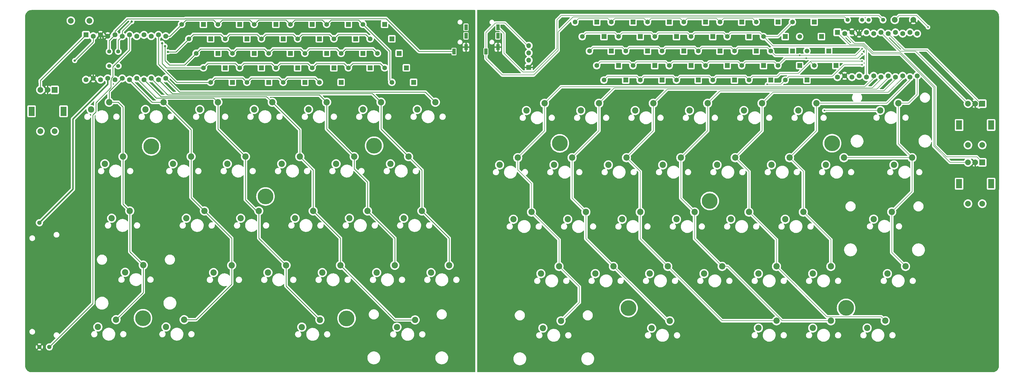
<source format=gbr>
%TF.GenerationSoftware,KiCad,Pcbnew,(7.0.0)*%
%TF.CreationDate,2023-09-10T10:39:49-04:00*%
%TF.ProjectId,RMK-complete,524d4b2d-636f-46d7-906c-6574652e6b69,rev?*%
%TF.SameCoordinates,Original*%
%TF.FileFunction,Copper,L2,Bot*%
%TF.FilePolarity,Positive*%
%FSLAX46Y46*%
G04 Gerber Fmt 4.6, Leading zero omitted, Abs format (unit mm)*
G04 Created by KiCad (PCBNEW (7.0.0)) date 2023-09-10 10:39:49*
%MOMM*%
%LPD*%
G01*
G04 APERTURE LIST*
%TA.AperFunction,ComponentPad*%
%ADD10C,1.651000*%
%TD*%
%TA.AperFunction,ComponentPad*%
%ADD11R,1.651000X1.651000*%
%TD*%
%TA.AperFunction,WasherPad*%
%ADD12R,2.000000X3.200000*%
%TD*%
%TA.AperFunction,ComponentPad*%
%ADD13R,2.000000X2.000000*%
%TD*%
%TA.AperFunction,ComponentPad*%
%ADD14C,2.000000*%
%TD*%
%TA.AperFunction,ComponentPad*%
%ADD15C,2.200000*%
%TD*%
%TA.AperFunction,ComponentPad*%
%ADD16C,1.397000*%
%TD*%
%TA.AperFunction,ComponentPad*%
%ADD17C,5.500000*%
%TD*%
%TA.AperFunction,ComponentPad*%
%ADD18R,1.200000X2.100000*%
%TD*%
%TA.AperFunction,ComponentPad*%
%ADD19C,1.500000*%
%TD*%
%TA.AperFunction,ComponentPad*%
%ADD20R,1.700000X1.700000*%
%TD*%
%TA.AperFunction,ComponentPad*%
%ADD21O,1.700000X1.700000*%
%TD*%
%TA.AperFunction,ComponentPad*%
%ADD22R,1.752600X1.752600*%
%TD*%
%TA.AperFunction,ComponentPad*%
%ADD23C,1.752600*%
%TD*%
%TA.AperFunction,ViaPad*%
%ADD24C,0.600000*%
%TD*%
%TA.AperFunction,ViaPad*%
%ADD25C,0.800000*%
%TD*%
%TA.AperFunction,Conductor*%
%ADD26C,0.250000*%
%TD*%
%TA.AperFunction,Conductor*%
%ADD27C,0.200000*%
%TD*%
%TA.AperFunction,Conductor*%
%ADD28C,0.500000*%
%TD*%
G04 APERTURE END LIST*
D10*
%TO.P,D28,1,K*%
%TO.N,N/C*%
X160883600Y-92837000D03*
D11*
%TO.P,D28,2,A*%
X168503599Y-92836999D03*
%TD*%
D12*
%TO.P,ROT1,*%
%TO.N,*%
X50913599Y-113156999D03*
X39713599Y-113156999D03*
D13*
%TO.P,ROT1,A,A*%
%TO.N,N/C*%
X47813599Y-105656999D03*
D14*
%TO.P,ROT1,B,B*%
X42813600Y-105657000D03*
%TO.P,ROT1,C,C*%
%TO.N,GND*%
X45313600Y-105657000D03*
%TO.P,ROT1,S1*%
%TO.N,N/C*%
X42813600Y-120157000D03*
%TO.P,ROT1,S2*%
X47813600Y-120157000D03*
%TD*%
D10*
%TO.P,D17,1,K*%
%TO.N,N/C*%
X270767381Y-86988838D03*
D11*
%TO.P,D17,2,A*%
X278387380Y-86988837D03*
%TD*%
D15*
%TO.P,SW19,1*%
%TO.N,N/C*%
X147929600Y-167132000D03*
%TO.P,SW19,2*%
X141579600Y-169672000D03*
%TD*%
D16*
%TO.P,R1,1*%
%TO.N,N/C*%
X338077381Y-81146838D03*
%TO.P,R1,2*%
X332997381Y-81146838D03*
%TD*%
D10*
%TO.P,D7,1,K*%
%TO.N,N/C*%
X245367381Y-86988838D03*
D11*
%TO.P,D7,2,A*%
X252987380Y-86988837D03*
%TD*%
D10*
%TO.P,D27,1,K*%
%TO.N,N/C*%
X296167381Y-86988838D03*
D11*
%TO.P,D27,2,A*%
X303787380Y-86988837D03*
%TD*%
D15*
%TO.P,SW27,1*%
%TO.N,N/C*%
X171805600Y-129032000D03*
%TO.P,SW27,2*%
X165455600Y-131572000D03*
%TD*%
%TO.P,SW32,1*%
%TO.N,N/C*%
X324361381Y-129406838D03*
%TO.P,SW32,2*%
X318011381Y-131946838D03*
%TD*%
D10*
%TO.P,D6,1,K*%
%TO.N,N/C*%
X105003600Y-82677000D03*
D11*
%TO.P,D6,2,A*%
X112623599Y-82676999D03*
%TD*%
D15*
%TO.P,SW23,1*%
%TO.N,N/C*%
X291087381Y-148456838D03*
%TO.P,SW23,2*%
X284737381Y-150996838D03*
%TD*%
D10*
%TO.P,D31,1,K*%
%TO.N,N/C*%
X165963600Y-102997000D03*
D11*
%TO.P,D31,2,A*%
X173583599Y-102996999D03*
%TD*%
D10*
%TO.P,D19,1,K*%
%TO.N,N/C*%
X275847381Y-97148838D03*
D11*
%TO.P,D19,2,A*%
X283467380Y-97148837D03*
%TD*%
D10*
%TO.P,D12,1,K*%
%TO.N,N/C*%
X120243600Y-87757000D03*
D11*
%TO.P,D12,2,A*%
X127863599Y-87756999D03*
%TD*%
D15*
%TO.P,SW4,1*%
%TO.N,N/C*%
X224539381Y-167506838D03*
%TO.P,SW4,2*%
X218189381Y-170046838D03*
%TD*%
D12*
%TO.P,ROT1,*%
%TO.N,*%
X375935380Y-138550837D03*
X364735380Y-138550837D03*
D13*
%TO.P,ROT1,A,A*%
%TO.N,N/C*%
X372835380Y-131050837D03*
D14*
%TO.P,ROT1,B,B*%
X367835381Y-131050838D03*
%TO.P,ROT1,C,C*%
%TO.N,GND*%
X370335381Y-131050838D03*
%TO.P,ROT1,S1*%
%TO.N,N/C*%
X367835381Y-145550838D03*
%TO.P,ROT1,S2*%
X372835381Y-145550838D03*
%TD*%
D10*
%TO.P,D12,1,K*%
%TO.N,N/C*%
X258067381Y-86988838D03*
D11*
%TO.P,D12,2,A*%
X265687380Y-86988837D03*
%TD*%
D15*
%TO.P,SW11,1*%
%TO.N,N/C*%
X105003600Y-109982000D03*
%TO.P,SW11,2*%
X98653600Y-112522000D03*
%TD*%
D10*
%TO.P,D7,1,K*%
%TO.N,N/C*%
X107543600Y-87757000D03*
D11*
%TO.P,D7,2,A*%
X115163599Y-87756999D03*
%TD*%
D10*
%TO.P,D18,1,K*%
%TO.N,N/C*%
X135483600Y-92837000D03*
D11*
%TO.P,D18,2,A*%
X143103599Y-92836999D03*
%TD*%
D15*
%TO.P,SW29,1*%
%TO.N,N/C*%
X186029600Y-167132000D03*
%TO.P,SW29,2*%
X179679600Y-169672000D03*
%TD*%
%TO.P,SW7,1*%
%TO.N,N/C*%
X229111381Y-129406838D03*
%TO.P,SW7,2*%
X222761381Y-131946838D03*
%TD*%
D16*
%TO.P,R1,1*%
%TO.N,N/C*%
X70078600Y-97282000D03*
%TO.P,R1,2*%
X70078600Y-92202000D03*
%TD*%
D15*
%TO.P,SW20,1*%
%TO.N,N/C*%
X174091600Y-186243000D03*
%TO.P,SW20,2*%
X167741600Y-188783000D03*
%TD*%
D14*
%TO.P,SW_A1,1,1*%
%TO.N,N/C*%
X342193381Y-81146838D03*
%TO.P,SW_A1,2,2*%
%TO.N,GND*%
X348693381Y-81146838D03*
%TD*%
D15*
%TO.P,SW25,1*%
%TO.N,N/C*%
X338839381Y-186556838D03*
%TO.P,SW25,2*%
X332489381Y-189096838D03*
%TD*%
D10*
%TO.P,D34,1*%
%TO.N,N/C*%
X311407381Y-92068838D03*
D11*
%TO.P,D34,2*%
X319027380Y-92068837D03*
%TD*%
D10*
%TO.P,D8,1,K*%
%TO.N,N/C*%
X247907381Y-92068838D03*
D11*
%TO.P,D8,2,A*%
X255527380Y-92068837D03*
%TD*%
D10*
%TO.P,D22,1,K*%
%TO.N,N/C*%
X283467381Y-86988838D03*
D11*
%TO.P,D22,2,A*%
X291087380Y-86988837D03*
%TD*%
D10*
%TO.P,D26,1,K*%
%TO.N,N/C*%
X155803600Y-82677000D03*
D11*
%TO.P,D26,2,A*%
X163423599Y-82676999D03*
%TD*%
D15*
%TO.P,SW34,1*%
%TO.N,N/C*%
X345951381Y-167506838D03*
%TO.P,SW34,2*%
X339601381Y-170046838D03*
%TD*%
%TO.P,SW12,1*%
%TO.N,N/C*%
X114655600Y-129032000D03*
%TO.P,SW12,2*%
X108305600Y-131572000D03*
%TD*%
D14*
%TO.P,SW_A1,1,1*%
%TO.N,N/C*%
X53493600Y-81407000D03*
%TO.P,SW_A1,2,2*%
X59993600Y-81407000D03*
%TD*%
D17*
%TO.P,,HOLE*%
%TO.N,N/C*%
X81661000Y-125476000D03*
%TD*%
D10*
%TO.P,D11,1,K*%
%TO.N,N/C*%
X255527381Y-81908838D03*
D11*
%TO.P,D11,2,A*%
X263147380Y-81908837D03*
%TD*%
D15*
%TO.P,SW24,1*%
%TO.N,N/C*%
X166979600Y-167132000D03*
%TO.P,SW24,2*%
X160629600Y-169672000D03*
%TD*%
D10*
%TO.P,D26,1,K*%
%TO.N,N/C*%
X293627381Y-81908838D03*
D11*
%TO.P,D26,2,A*%
X301247380Y-81908837D03*
%TD*%
D10*
%TO.P,D9,1,K*%
%TO.N,N/C*%
X250447381Y-97148838D03*
D11*
%TO.P,D9,2,A*%
X258067380Y-97148837D03*
%TD*%
D10*
%TO.P,D5,1,K*%
%TO.N,N/C*%
X102463600Y-102997000D03*
D11*
%TO.P,D5,2,A*%
X110083599Y-102996999D03*
%TD*%
D15*
%TO.P,SW4,1*%
%TO.N,N/C*%
X78841600Y-167066000D03*
%TO.P,SW4,2*%
X72491600Y-169606000D03*
%TD*%
%TO.P,SW6,1*%
%TO.N,N/C*%
X238509381Y-110356838D03*
%TO.P,SW6,2*%
X232159381Y-112896838D03*
%TD*%
%TO.P,SW2,1*%
%TO.N,N/C*%
X71729600Y-129032000D03*
%TO.P,SW2,2*%
X65379600Y-131572000D03*
%TD*%
%TO.P,SW27,1*%
%TO.N,N/C*%
X305311381Y-129406838D03*
%TO.P,SW27,2*%
X298961381Y-131946838D03*
%TD*%
%TO.P,SW9,1*%
%TO.N,N/C*%
X109829600Y-167132000D03*
%TO.P,SW9,2*%
X103479600Y-169672000D03*
%TD*%
D18*
%TO.P,U2,1,SLEEVE*%
%TO.N,GND*%
X203115599Y-90714499D03*
%TO.P,U2,2,TIP*%
%TO.N,VCC2*%
X203115599Y-86714499D03*
%TO.P,U2,3,RING1*%
%TO.N,SCL2*%
X203115599Y-83714499D03*
%TO.P,U2,4,RING2*%
%TO.N,SDA2*%
X198915599Y-92214499D03*
%TD*%
D10*
%TO.P,D10,1,K*%
%TO.N,N/C*%
X252987381Y-102228838D03*
D11*
%TO.P,D10,2,A*%
X260607380Y-102228837D03*
%TD*%
D10*
%TO.P,D31,1,K*%
%TO.N,N/C*%
X303787381Y-102228838D03*
D11*
%TO.P,D31,2,A*%
X311407380Y-102228837D03*
%TD*%
D15*
%TO.P,SW33,1*%
%TO.N,N/C*%
X341125381Y-148390838D03*
%TO.P,SW33,2*%
X334775381Y-150930838D03*
%TD*%
D10*
%TO.P,D19,1,K*%
%TO.N,N/C*%
X138023600Y-97917000D03*
D11*
%TO.P,D19,2,A*%
X145643599Y-97916999D03*
%TD*%
D10*
%TO.P,D2,1,K*%
%TO.N,N/C*%
X94843600Y-87757000D03*
D11*
%TO.P,D2,2,A*%
X102463599Y-87756999D03*
%TD*%
D15*
%TO.P,SW21,1*%
%TO.N,N/C*%
X143103600Y-109982000D03*
%TO.P,SW21,2*%
X136753600Y-112522000D03*
%TD*%
%TO.P,SW31,1*%
%TO.N,N/C*%
X343411381Y-110290838D03*
%TO.P,SW31,2*%
X337061381Y-112830838D03*
%TD*%
%TO.P,SW28,1*%
%TO.N,N/C*%
X310137381Y-148456838D03*
%TO.P,SW28,2*%
X303787381Y-150996838D03*
%TD*%
%TO.P,SW35,1*%
%TO.N,N/C*%
X348237381Y-129406838D03*
%TO.P,SW35,2*%
X341887381Y-131946838D03*
%TD*%
%TO.P,SW1,1*%
%TO.N,N/C*%
X219459381Y-110356838D03*
%TO.P,SW1,2*%
X213109381Y-112896838D03*
%TD*%
%TO.P,SW24,1*%
%TO.N,N/C*%
X300739381Y-167506838D03*
%TO.P,SW24,2*%
X294389381Y-170046838D03*
%TD*%
D10*
%TO.P,D8,1,K*%
%TO.N,N/C*%
X110083600Y-92837000D03*
D11*
%TO.P,D8,2,A*%
X117703599Y-92836999D03*
%TD*%
D16*
%TO.P,R2,1*%
%TO.N,N/C*%
X330711381Y-81146838D03*
%TO.P,R2,2*%
X325631381Y-81146838D03*
%TD*%
D15*
%TO.P,SW11,1*%
%TO.N,N/C*%
X257559381Y-110356838D03*
%TO.P,SW11,2*%
X251209381Y-112896838D03*
%TD*%
%TO.P,SW13,1*%
%TO.N,N/C*%
X119354600Y-148082000D03*
%TO.P,SW13,2*%
X113004600Y-150622000D03*
%TD*%
D10*
%TO.P,D20,1,K*%
%TO.N,N/C*%
X140563600Y-102997000D03*
D11*
%TO.P,D20,2,A*%
X148183599Y-102996999D03*
%TD*%
D12*
%TO.P,ROT2,*%
%TO.N,*%
X375935380Y-117976837D03*
X364735380Y-117976837D03*
D13*
%TO.P,ROT2,A,A*%
%TO.N,N/C*%
X372835380Y-110476837D03*
D14*
%TO.P,ROT2,B,B*%
X367835381Y-110476838D03*
%TO.P,ROT2,C,C*%
%TO.N,GND*%
X370335381Y-110476838D03*
%TO.P,ROT2,S1*%
%TO.N,N/C*%
X367835381Y-124976838D03*
%TO.P,ROT2,S2*%
X372835381Y-124976838D03*
%TD*%
D15*
%TO.P,SW14,1*%
%TO.N,N/C*%
X262639381Y-167506838D03*
%TO.P,SW14,2*%
X256289381Y-170046838D03*
%TD*%
%TO.P,SW7,1*%
%TO.N,N/C*%
X95605600Y-129032000D03*
%TO.P,SW7,2*%
X89255600Y-131572000D03*
%TD*%
%TO.P,SW31,1*%
%TO.N,N/C*%
X181203600Y-109982000D03*
%TO.P,SW31,2*%
X174853600Y-112522000D03*
%TD*%
%TO.P,SW19,1*%
%TO.N,N/C*%
X281689381Y-167506838D03*
%TO.P,SW19,2*%
X275339381Y-170046838D03*
%TD*%
%TO.P,SW28,1*%
%TO.N,N/C*%
X176504600Y-148082000D03*
%TO.P,SW28,2*%
X170154600Y-150622000D03*
%TD*%
D10*
%TO.P,D14,1,K*%
%TO.N,N/C*%
X125323600Y-97917000D03*
D11*
%TO.P,D14,2,A*%
X132943599Y-97916999D03*
%TD*%
D10*
%TO.P,D16,1,K*%
%TO.N,N/C*%
X130403600Y-82677000D03*
D11*
%TO.P,D16,2,A*%
X138023599Y-82676999D03*
%TD*%
D15*
%TO.P,SW15,1*%
%TO.N,N/C*%
X300739381Y-186556838D03*
%TO.P,SW15,2*%
X294389381Y-189096838D03*
%TD*%
D16*
%TO.P,R2,1*%
%TO.N,N/C*%
X66903600Y-97282000D03*
%TO.P,R2,2*%
X66903600Y-92202000D03*
%TD*%
D19*
%TO.P,RV1,1,1*%
%TO.N,GND*%
X42463600Y-195722000D03*
%TO.P,RV1,2,2*%
%TO.N,N/C*%
X45963600Y-195722000D03*
%TO.P,RV1,3,3*%
X42463600Y-152222000D03*
%TD*%
D15*
%TO.P,SW16,1*%
%TO.N,N/C*%
X276609381Y-110356838D03*
%TO.P,SW16,2*%
X270259381Y-112896838D03*
%TD*%
D17*
%TO.P,,HOLE*%
%TO.N,N/C*%
X121691400Y-143002000D03*
%TD*%
%TO.P,,HOLE*%
%TO.N,N/C*%
X224815400Y-124409200D03*
%TD*%
D15*
%TO.P,SW2,1*%
%TO.N,N/C*%
X210061381Y-129406838D03*
%TO.P,SW2,2*%
X203711381Y-131946838D03*
%TD*%
%TO.P,SW17,1*%
%TO.N,N/C*%
X133705600Y-129032000D03*
%TO.P,SW17,2*%
X127355600Y-131572000D03*
%TD*%
%TO.P,SW22,1*%
%TO.N,N/C*%
X286261381Y-129406838D03*
%TO.P,SW22,2*%
X279911381Y-131946838D03*
%TD*%
%TO.P,SW14,1*%
%TO.N,N/C*%
X128879600Y-167132000D03*
%TO.P,SW14,2*%
X122529600Y-169672000D03*
%TD*%
D10*
%TO.P,D1,1,K*%
%TO.N,N/C*%
X230127381Y-81908838D03*
D11*
%TO.P,D1,2,A*%
X237747380Y-81908837D03*
%TD*%
D15*
%TO.P,SW21,1*%
%TO.N,N/C*%
X295659381Y-110356838D03*
%TO.P,SW21,2*%
X289309381Y-112896838D03*
%TD*%
%TO.P,SW8,1*%
%TO.N,N/C*%
X233937381Y-148456838D03*
%TO.P,SW8,2*%
X227587381Y-150996838D03*
%TD*%
D10*
%TO.P,D27,1,K*%
%TO.N,N/C*%
X158343600Y-87757000D03*
D11*
%TO.P,D27,2,A*%
X165963599Y-87756999D03*
%TD*%
D10*
%TO.P,D32,1*%
%TO.N,N/C*%
X306327381Y-81908838D03*
D11*
%TO.P,D32,2*%
X313947380Y-81908837D03*
%TD*%
D10*
%TO.P,D4,1,K*%
%TO.N,N/C*%
X99923600Y-97917000D03*
D11*
%TO.P,D4,2,A*%
X107543599Y-97916999D03*
%TD*%
D15*
%TO.P,SW13,1*%
%TO.N,N/C*%
X252987381Y-148456838D03*
%TO.P,SW13,2*%
X246637381Y-150996838D03*
%TD*%
D10*
%TO.P,D15,1,K*%
%TO.N,N/C*%
X127863600Y-102997000D03*
D11*
%TO.P,D15,2,A*%
X135483599Y-102996999D03*
%TD*%
D15*
%TO.P,SW6,1*%
%TO.N,N/C*%
X85953600Y-109982000D03*
%TO.P,SW6,2*%
X79603600Y-112522000D03*
%TD*%
D17*
%TO.P,,HOLE*%
%TO.N,N/C*%
X277342600Y-144576800D03*
%TD*%
D10*
%TO.P,D13,1,K*%
%TO.N,N/C*%
X260607381Y-92068838D03*
D11*
%TO.P,D13,2,A*%
X268227380Y-92068837D03*
%TD*%
D20*
%TO.P,J1,1,Pin_1*%
%TO.N,GND*%
X213947980Y-97773837D03*
D21*
%TO.P,J1,2,Pin_2*%
%TO.N,N/C*%
X213947980Y-95233837D03*
%TO.P,J1,3,Pin_3*%
X213947980Y-92693837D03*
%TO.P,J1,4,Pin_4*%
%TO.N,SDA2*%
X213947980Y-90153837D03*
%TD*%
D10*
%TO.P,D3,1,K*%
%TO.N,N/C*%
X97383600Y-92837000D03*
D11*
%TO.P,D3,2,A*%
X105003599Y-92836999D03*
%TD*%
D10*
%TO.P,D5,1,K*%
%TO.N,N/C*%
X240287381Y-102228838D03*
D11*
%TO.P,D5,2,A*%
X247907380Y-102228837D03*
%TD*%
D15*
%TO.P,SW12,1*%
%TO.N,N/C*%
X248161381Y-129406838D03*
%TO.P,SW12,2*%
X241811381Y-131946838D03*
%TD*%
D10*
%TO.P,D4,1,K*%
%TO.N,N/C*%
X237747381Y-97148838D03*
D11*
%TO.P,D4,2,A*%
X245367380Y-97148837D03*
%TD*%
D15*
%TO.P,SW26,1*%
%TO.N,N/C*%
X162153600Y-109982000D03*
%TO.P,SW26,2*%
X155803600Y-112522000D03*
%TD*%
%TO.P,SW18,1*%
%TO.N,N/C*%
X138404600Y-148082000D03*
%TO.P,SW18,2*%
X132054600Y-150622000D03*
%TD*%
D17*
%TO.P,,HOLE*%
%TO.N,N/C*%
X150088600Y-185724800D03*
%TD*%
D10*
%TO.P,D6,1,K*%
%TO.N,N/C*%
X242827381Y-81908838D03*
D11*
%TO.P,D6,2,A*%
X250447380Y-81908837D03*
%TD*%
D15*
%TO.P,SW20,1*%
%TO.N,N/C*%
X319789381Y-186556838D03*
%TO.P,SW20,2*%
X313439381Y-189096838D03*
%TD*%
D10*
%TO.P,D22,1,K*%
%TO.N,N/C*%
X145643600Y-87757000D03*
D11*
%TO.P,D22,2,A*%
X153263599Y-87756999D03*
%TD*%
D10*
%TO.P,D20,1,K*%
%TO.N,N/C*%
X278387381Y-102228838D03*
D11*
%TO.P,D20,2,A*%
X286007380Y-102228837D03*
%TD*%
D10*
%TO.P,D1,1,K*%
%TO.N,N/C*%
X92303600Y-82677000D03*
D11*
%TO.P,D1,2,A*%
X99923599Y-82676999D03*
%TD*%
D10*
%TO.P,D23,1,K*%
%TO.N,N/C*%
X148183600Y-92837000D03*
D11*
%TO.P,D23,2,A*%
X155803599Y-92836999D03*
%TD*%
D10*
%TO.P,D35,1*%
%TO.N,N/C*%
X313947381Y-97148838D03*
D11*
%TO.P,D35,2*%
X321567380Y-97148837D03*
%TD*%
D10*
%TO.P,D3,1,K*%
%TO.N,N/C*%
X235207381Y-92068838D03*
D11*
%TO.P,D3,2,A*%
X242827380Y-92068837D03*
%TD*%
D15*
%TO.P,SW10,1*%
%TO.N,N/C*%
X263347200Y-186588400D03*
%TO.P,SW10,2*%
X256997200Y-189128400D03*
%TD*%
%TO.P,SW22,1*%
%TO.N,N/C*%
X152755600Y-129032000D03*
%TO.P,SW22,2*%
X146405600Y-131572000D03*
%TD*%
%TO.P,SW5,1*%
%TO.N,N/C*%
X69316600Y-186182000D03*
%TO.P,SW5,2*%
X62966600Y-188722000D03*
%TD*%
%TO.P,SW15,1*%
%TO.N,N/C*%
X140766800Y-186232800D03*
%TO.P,SW15,2*%
X134416800Y-188772800D03*
%TD*%
D10*
%TO.P,D11,1,K*%
%TO.N,N/C*%
X117703600Y-82677000D03*
D11*
%TO.P,D11,2,A*%
X125323599Y-82676999D03*
%TD*%
D10*
%TO.P,D9,1,K*%
%TO.N,N/C*%
X112623600Y-97917000D03*
D11*
%TO.P,D9,2,A*%
X120243599Y-97916999D03*
%TD*%
D15*
%TO.P,SW16,1*%
%TO.N,N/C*%
X124053600Y-109982000D03*
%TO.P,SW16,2*%
X117703600Y-112522000D03*
%TD*%
D10*
%TO.P,D29,1,K*%
%TO.N,N/C*%
X163423600Y-97917000D03*
D11*
%TO.P,D29,2,A*%
X171043599Y-97916999D03*
%TD*%
D15*
%TO.P,SW1,1*%
%TO.N,N/C*%
X66903600Y-109982000D03*
%TO.P,SW1,2*%
X60553600Y-112522000D03*
%TD*%
%TO.P,SW17,1*%
%TO.N,N/C*%
X267211381Y-129406838D03*
%TO.P,SW17,2*%
X260861381Y-131946838D03*
%TD*%
%TO.P,SW10,1*%
%TO.N,N/C*%
X93192600Y-186182000D03*
%TO.P,SW10,2*%
X86842600Y-188722000D03*
%TD*%
%TO.P,SW18,1*%
%TO.N,N/C*%
X272037381Y-148456838D03*
%TO.P,SW18,2*%
X265687381Y-150996838D03*
%TD*%
D18*
%TO.P,U2,1,SLEEVE*%
%TO.N,GND*%
X191939599Y-90714499D03*
%TO.P,U2,2,TIP*%
%TO.N,VCC1*%
X191939599Y-86714499D03*
%TO.P,U2,3,RING1*%
%TO.N,SCL1*%
X191939599Y-83714499D03*
%TO.P,U2,4,RING2*%
%TO.N,SDA1*%
X187739599Y-92214499D03*
%TD*%
D10*
%TO.P,D33,1*%
%TO.N,N/C*%
X308867381Y-86988838D03*
D11*
%TO.P,D33,2*%
X316487380Y-86988837D03*
%TD*%
D10*
%TO.P,D15,1,K*%
%TO.N,N/C*%
X265687381Y-102228838D03*
D11*
%TO.P,D15,2,A*%
X273307380Y-102228837D03*
%TD*%
D17*
%TO.P,,HOLE*%
%TO.N,N/C*%
X248894600Y-182118000D03*
%TD*%
D10*
%TO.P,D21,1,K*%
%TO.N,N/C*%
X143103600Y-82677000D03*
D11*
%TO.P,D21,2,A*%
X150723599Y-82676999D03*
%TD*%
D10*
%TO.P,D25,1*%
%TO.N,N/C*%
X291087381Y-102228838D03*
D11*
%TO.P,D25,2*%
X298707380Y-102228837D03*
%TD*%
D10*
%TO.P,D24,1,K*%
%TO.N,N/C*%
X150723600Y-97917000D03*
D11*
%TO.P,D24,2,A*%
X158343599Y-97916999D03*
%TD*%
D17*
%TO.P,,HOLE*%
%TO.N,N/C*%
X78765400Y-185674000D03*
%TD*%
D10*
%TO.P,D24,1,K*%
%TO.N,N/C*%
X288547381Y-97148838D03*
D11*
%TO.P,D24,2,A*%
X296167380Y-97148837D03*
%TD*%
D15*
%TO.P,SW9,1*%
%TO.N,N/C*%
X243589381Y-167506838D03*
%TO.P,SW9,2*%
X237239381Y-170046838D03*
%TD*%
D10*
%TO.P,D28,1,K*%
%TO.N,N/C*%
X298707381Y-92068838D03*
D11*
%TO.P,D28,2,A*%
X306327380Y-92068837D03*
%TD*%
D10*
%TO.P,D14,1,K*%
%TO.N,N/C*%
X263147381Y-97148838D03*
D11*
%TO.P,D14,2,A*%
X270767380Y-97148837D03*
%TD*%
D10*
%TO.P,D13,1,K*%
%TO.N,N/C*%
X122783600Y-92837000D03*
D11*
%TO.P,D13,2,A*%
X130403599Y-92836999D03*
%TD*%
D10*
%TO.P,D23,1,K*%
%TO.N,N/C*%
X286007381Y-92068838D03*
D11*
%TO.P,D23,2,A*%
X293627380Y-92068837D03*
%TD*%
D15*
%TO.P,SW29,1*%
%TO.N,N/C*%
X319789381Y-167506838D03*
%TO.P,SW29,2*%
X313439381Y-170046838D03*
%TD*%
D10*
%TO.P,D21,1,K*%
%TO.N,N/C*%
X280927381Y-81908838D03*
D11*
%TO.P,D21,2,A*%
X288547380Y-81908837D03*
%TD*%
D10*
%TO.P,D10,1,K*%
%TO.N,N/C*%
X115163600Y-102997000D03*
D11*
%TO.P,D10,2,A*%
X122783599Y-102996999D03*
%TD*%
D10*
%TO.P,D18,1,K*%
%TO.N,N/C*%
X273307381Y-92068838D03*
D11*
%TO.P,D18,2,A*%
X280927380Y-92068837D03*
%TD*%
D15*
%TO.P,SW26,1*%
%TO.N,N/C*%
X314709381Y-110356838D03*
%TO.P,SW26,2*%
X308359381Y-112896838D03*
%TD*%
D10*
%TO.P,D2,1,K*%
%TO.N,N/C*%
X232667381Y-86988838D03*
D11*
%TO.P,D2,2,A*%
X240287380Y-86988837D03*
%TD*%
D10*
%TO.P,D17,1,K*%
%TO.N,N/C*%
X132943600Y-87757000D03*
D11*
%TO.P,D17,2,A*%
X140563599Y-87756999D03*
%TD*%
D15*
%TO.P,SW23,1*%
%TO.N,N/C*%
X157454600Y-148082000D03*
%TO.P,SW23,2*%
X151104600Y-150622000D03*
%TD*%
%TO.P,SW5,1*%
%TO.N,N/C*%
X225247200Y-186573200D03*
%TO.P,SW5,2*%
X218897200Y-189113200D03*
%TD*%
%TO.P,SW8,1*%
%TO.N,N/C*%
X100304600Y-148082000D03*
%TO.P,SW8,2*%
X93954600Y-150622000D03*
%TD*%
D17*
%TO.P,,HOLE*%
%TO.N,N/C*%
X320217800Y-124358400D03*
%TD*%
%TO.P,,HOLE*%
%TO.N,N/C*%
X159740600Y-125222000D03*
%TD*%
D10*
%TO.P,D16,1,K*%
%TO.N,N/C*%
X268227381Y-81908838D03*
D11*
%TO.P,D16,2,A*%
X275847380Y-81908837D03*
%TD*%
D10*
%TO.P,D29,1,K*%
%TO.N,N/C*%
X301247381Y-97148838D03*
D11*
%TO.P,D29,2,A*%
X308867380Y-97148837D03*
%TD*%
D15*
%TO.P,SW3,1*%
%TO.N,N/C*%
X74142600Y-148082000D03*
%TO.P,SW3,2*%
X67792600Y-150622000D03*
%TD*%
D17*
%TO.P,,HOLE*%
%TO.N,N/C*%
X325145400Y-182067200D03*
%TD*%
D15*
%TO.P,SW3,1*%
%TO.N,N/C*%
X214887381Y-148456838D03*
%TO.P,SW3,2*%
X208537381Y-150996838D03*
%TD*%
D22*
%TO.P,U1,1,TX0/PD3*%
%TO.N,N/C*%
X58775599Y-86385399D03*
D23*
%TO.P,U1,2,RX1/PD2*%
X61315600Y-86842600D03*
%TO.P,U1,3,GND*%
%TO.N,GND*%
X63855600Y-86385400D03*
%TO.P,U1,4,GND*%
X66395600Y-86842600D03*
%TO.P,U1,5,2/PD1*%
%TO.N,N/C*%
X68935600Y-86385400D03*
%TO.P,U1,6,3/PD0*%
X71475600Y-86842600D03*
%TO.P,U1,7,4/PD4*%
X74015600Y-86385400D03*
%TO.P,U1,8,5/PC6*%
X76555600Y-86842600D03*
%TO.P,U1,9,6/PD7*%
X79095600Y-86385400D03*
%TO.P,U1,10,7/PE6*%
X81635600Y-86842600D03*
%TO.P,U1,11,8/PB4*%
X84175600Y-86385400D03*
%TO.P,U1,12,9/PB5*%
X86715600Y-86842600D03*
%TO.P,U1,13,10/PB6*%
X86715600Y-101625400D03*
%TO.P,U1,14,16/PB2*%
X84175600Y-102082600D03*
%TO.P,U1,15,14/PB3*%
X81635600Y-101625400D03*
%TO.P,U1,16,15/PB1*%
X79095600Y-102082600D03*
%TO.P,U1,17,A0/PF7*%
X76555600Y-101625400D03*
%TO.P,U1,18,A1/PF6*%
X74015600Y-102082600D03*
%TO.P,U1,19,A2/PF5*%
X71475600Y-101625400D03*
%TO.P,U1,20,A3/PF4*%
X68935600Y-102082600D03*
%TO.P,U1,21,VCC*%
X66395600Y-101625400D03*
%TO.P,U1,22,RST*%
X63855600Y-102082600D03*
%TO.P,U1,23,GND*%
%TO.N,GND*%
X61315600Y-101625400D03*
%TO.P,U1,24,RAW*%
%TO.N,N/C*%
X58775600Y-102082600D03*
%TD*%
D22*
%TO.P,U1,1,TX0/PD3*%
%TO.N,N/C*%
X322075380Y-85490237D03*
D23*
%TO.P,U1,2,RX1/PD2*%
X324615381Y-85947438D03*
%TO.P,U1,3,GND*%
%TO.N,GND*%
X327155381Y-85490238D03*
%TO.P,U1,4,GND*%
X329695381Y-85947438D03*
%TO.P,U1,5,2/PD1*%
%TO.N,N/C*%
X332235381Y-85490238D03*
%TO.P,U1,6,3/PD0*%
X334775381Y-85947438D03*
%TO.P,U1,7,4/PD4*%
X337315381Y-85490238D03*
%TO.P,U1,8,5/PC6*%
X339855381Y-85947438D03*
%TO.P,U1,9,6/PD7*%
X342395381Y-85490238D03*
%TO.P,U1,10,7/PE6*%
X344935381Y-85947438D03*
%TO.P,U1,11,8/PB4*%
X347475381Y-85490238D03*
%TO.P,U1,12,9/PB5*%
X350015381Y-85947438D03*
%TO.P,U1,13,10/PB6*%
X350015381Y-100730238D03*
%TO.P,U1,14,16/PB2*%
X347475381Y-101187438D03*
%TO.P,U1,15,14/PB3*%
X344935381Y-100730238D03*
%TO.P,U1,16,15/PB1*%
X342395381Y-101187438D03*
%TO.P,U1,17,A0/PF7*%
X339855381Y-100730238D03*
%TO.P,U1,18,A1/PF6*%
X337315381Y-101187438D03*
%TO.P,U1,19,A2/PF5*%
X334775381Y-100730238D03*
%TO.P,U1,20,A3/PF4*%
X332235381Y-101187438D03*
%TO.P,U1,21,VCC*%
X329695381Y-100730238D03*
%TO.P,U1,22,RST*%
X327155381Y-101187438D03*
%TO.P,U1,23,GND*%
%TO.N,GND*%
X324615381Y-100730238D03*
%TO.P,U1,24,RAW*%
%TO.N,N/C*%
X322075381Y-101187438D03*
%TD*%
D24*
%TO.N,*%
X330711381Y-95624838D03*
X297437381Y-103752838D03*
X330711381Y-96894838D03*
D25*
X85445600Y-89281000D03*
D24*
X330711381Y-93084838D03*
X308867381Y-93592838D03*
D25*
X86461600Y-90297000D03*
X87477600Y-92329000D03*
D24*
X317503381Y-112896838D03*
X311153381Y-94608838D03*
X353825381Y-83686838D03*
D25*
X54838600Y-95377000D03*
D24*
X330711381Y-91306838D03*
D25*
%TO.N,SCL1*%
X74841100Y-81724500D03*
%TD*%
D26*
%TO.N,*%
X84175600Y-102082600D02*
X89031000Y-106938000D01*
D27*
X280927381Y-81908838D02*
X282197381Y-80638838D01*
X343947981Y-92122838D02*
X349481381Y-92122838D01*
X262531381Y-105384838D02*
X257559381Y-110356838D01*
D26*
X166979600Y-167132000D02*
X166979600Y-157607000D01*
X163423600Y-97917000D02*
X161899600Y-96393000D01*
D27*
X241557381Y-80638838D02*
X242827381Y-81908838D01*
D26*
X79095600Y-102082600D02*
X85012000Y-107999000D01*
X156819600Y-86233000D02*
X158343600Y-87757000D01*
D27*
X312677381Y-95624838D02*
X330711381Y-95624838D01*
X337315381Y-101187438D02*
X337315381Y-101974838D01*
X282197381Y-80638838D02*
X292357381Y-80638838D01*
X353825381Y-83686838D02*
X349761381Y-79622838D01*
X310137381Y-134232838D02*
X305311381Y-129406838D01*
D26*
X126847600Y-96393000D02*
X136499600Y-96393000D01*
D27*
X300739381Y-167506838D02*
X300739381Y-158108838D01*
D26*
X67538600Y-102257663D02*
X67538600Y-104849636D01*
X161899600Y-96393000D02*
X152247600Y-96393000D01*
D27*
X317569381Y-112830838D02*
X337061381Y-112830838D01*
X338839381Y-186556838D02*
X337439381Y-185156838D01*
X318389381Y-185156838D02*
X300739381Y-167506838D01*
D26*
X95605600Y-143383000D02*
X100304600Y-148082000D01*
X144627600Y-81153000D02*
X143103600Y-82677000D01*
D27*
X252987381Y-102228838D02*
X251717381Y-100958838D01*
X273307381Y-92068838D02*
X274577381Y-90798838D01*
X312677381Y-95878838D02*
X312677381Y-95624838D01*
D26*
X71729600Y-111633000D02*
X71729600Y-129032000D01*
D27*
X372835381Y-110476838D02*
X371689381Y-111622838D01*
D26*
X93192600Y-186182000D02*
X97383600Y-186182000D01*
X149199600Y-96393000D02*
X150723600Y-97917000D01*
D27*
X300231381Y-93592838D02*
X308867381Y-93592838D01*
D26*
X114655600Y-144170400D02*
X118567200Y-148082000D01*
X109067600Y-86233000D02*
X118719600Y-86233000D01*
X111099600Y-96393000D02*
X112623600Y-97917000D01*
D27*
X348237381Y-129406838D02*
X348237381Y-141278838D01*
X247907381Y-92068838D02*
X249177381Y-90798838D01*
X331670081Y-104584838D02*
X334775381Y-101479538D01*
X347033381Y-110290838D02*
X350015381Y-107308838D01*
X337315381Y-85490238D02*
X343947981Y-92122838D01*
D26*
X105003600Y-119380000D02*
X114655600Y-129032000D01*
D27*
X289817381Y-100958838D02*
X284991381Y-100958838D01*
X269497381Y-80638838D02*
X279657381Y-80638838D01*
D26*
X105003600Y-109982000D02*
X105003600Y-119380000D01*
X119354600Y-148082000D02*
X119354600Y-157607000D01*
D27*
X289817381Y-95878838D02*
X288547381Y-97148838D01*
D26*
X155803600Y-82677000D02*
X165201600Y-92075000D01*
D27*
X265687381Y-102228838D02*
X266957381Y-100958838D01*
D26*
X103524600Y-108503000D02*
X105003600Y-109982000D01*
D27*
X251717381Y-95878838D02*
X250447381Y-97148838D01*
X256797381Y-85718838D02*
X246637381Y-85718838D01*
D26*
X42773600Y-102387400D02*
X42773600Y-102997000D01*
X61188600Y-114427000D02*
X61188600Y-180497000D01*
D27*
X229111381Y-129406838D02*
X229111381Y-143630838D01*
D26*
X126339600Y-101473000D02*
X127863600Y-102997000D01*
D27*
X372835381Y-131050838D02*
X370937381Y-129152838D01*
X361565381Y-131050838D02*
X367835381Y-131050838D01*
X297437381Y-103752838D02*
X302263381Y-103752838D01*
X229111381Y-129406838D02*
X238509381Y-120008838D01*
D26*
X92303600Y-82677000D02*
X88138000Y-86842600D01*
D27*
X256797381Y-80638838D02*
X266957381Y-80638838D01*
X371689381Y-111622838D02*
X371689381Y-109915992D01*
D26*
X141579600Y-81153000D02*
X143103600Y-82677000D01*
X84175600Y-96647000D02*
X90525600Y-102997000D01*
D27*
X252987381Y-102228838D02*
X254257381Y-100958838D01*
X305057381Y-100958838D02*
X320297381Y-100958838D01*
D26*
X67650900Y-102145363D02*
X67538600Y-102257663D01*
X101447600Y-96393000D02*
X111099600Y-96393000D01*
X149707600Y-91313000D02*
X148183600Y-92837000D01*
X84175600Y-86385400D02*
X84175600Y-96647000D01*
D27*
X270767381Y-86988838D02*
X269497381Y-85718838D01*
X349481381Y-92122838D02*
X367835381Y-110476838D01*
X299520381Y-106495838D02*
X295659381Y-110356838D01*
X303787381Y-102228838D02*
X305057381Y-100958838D01*
X356311381Y-104644278D02*
X344243941Y-92576838D01*
X238509381Y-120008838D02*
X238509381Y-110356838D01*
X320297381Y-100958838D02*
X324361381Y-96894838D01*
X252987381Y-134232838D02*
X248161381Y-129406838D01*
D26*
X66903600Y-109982000D02*
X66903600Y-106197400D01*
D27*
X343411381Y-110290838D02*
X343411381Y-124580838D01*
X283467381Y-86988838D02*
X282197381Y-85718838D01*
D26*
X114122200Y-96418400D02*
X123825000Y-96418400D01*
X74142600Y-162367000D02*
X78841600Y-167066000D01*
D27*
X297437381Y-90798838D02*
X298707381Y-92068838D01*
X233937381Y-85718838D02*
X232667381Y-86988838D01*
D26*
X92303600Y-82677000D02*
X93827600Y-81153000D01*
X67650900Y-101592037D02*
X67650900Y-102145363D01*
X99923600Y-97917000D02*
X86969600Y-97917000D01*
D27*
X370937381Y-129152838D02*
X360309433Y-129152838D01*
X353442227Y-91668838D02*
X345576781Y-91668838D01*
X287277381Y-90798838D02*
X297437381Y-90798838D01*
X286007381Y-92068838D02*
X287277381Y-90798838D01*
X350015381Y-107308838D02*
X350015381Y-100730238D01*
X334535486Y-92576838D02*
X331341486Y-89382838D01*
X279657381Y-80638838D02*
X280927381Y-81908838D01*
X302263381Y-103752838D02*
X303787381Y-102228838D01*
D26*
X166979600Y-157607000D02*
X157454600Y-148082000D01*
X105003600Y-82677000D02*
X106527600Y-81153000D01*
D27*
X214887381Y-148456838D02*
X214887381Y-138529436D01*
X267211381Y-129406838D02*
X276609381Y-120008838D01*
D26*
X121259600Y-91313000D02*
X111607600Y-91313000D01*
D27*
X341125381Y-148390838D02*
X341125381Y-162680838D01*
X266957381Y-100958838D02*
X277117381Y-100958838D01*
D26*
X176504600Y-148082000D02*
X176504600Y-133731000D01*
D27*
X347475381Y-102228838D02*
X339347381Y-110356838D01*
D26*
X111607600Y-91313000D02*
X110083600Y-92837000D01*
D27*
X278387381Y-102228838D02*
X279657381Y-100958838D01*
D26*
X97383600Y-92837000D02*
X93319600Y-96901000D01*
X123825000Y-96418400D02*
X125323600Y-97917000D01*
D27*
X335937381Y-105384838D02*
X262531381Y-105384838D01*
X301247381Y-97148838D02*
X299977381Y-95878838D01*
X250447381Y-97148838D02*
X249177381Y-95878838D01*
X305311381Y-129406838D02*
X314709381Y-120008838D01*
D26*
X95605600Y-119634000D02*
X85953600Y-109982000D01*
D27*
X324361381Y-96894838D02*
X330711381Y-96894838D01*
D26*
X71729600Y-145669000D02*
X74142600Y-148082000D01*
X176504600Y-133731000D02*
X171805600Y-129032000D01*
D27*
X328425381Y-93592838D02*
X330711381Y-91306838D01*
D26*
X152755600Y-129032000D02*
X152755600Y-133310068D01*
D27*
X231651381Y-174618838D02*
X231651381Y-180169019D01*
X295659381Y-120008838D02*
X295659381Y-110356838D01*
X292357381Y-100958838D02*
X300993381Y-100958838D01*
D26*
X103987600Y-101473000D02*
X113639600Y-101473000D01*
D27*
X330965381Y-90290838D02*
X299469381Y-90290838D01*
D26*
X155803600Y-82677000D02*
X154279600Y-81153000D01*
D27*
X272037381Y-90798838D02*
X273307381Y-92068838D01*
X224539381Y-167506838D02*
X224539381Y-158108838D01*
D26*
X81635600Y-101625400D02*
X87452200Y-107442000D01*
D27*
X287277381Y-95878838D02*
X277117381Y-95878838D01*
X291087381Y-102228838D02*
X292357381Y-100958838D01*
X339347381Y-110356838D02*
X314709381Y-110356838D01*
D26*
X68173600Y-97535816D02*
X68173600Y-101069337D01*
X147929600Y-167132000D02*
X147929600Y-157607000D01*
X159359600Y-91313000D02*
X149707600Y-91313000D01*
X138404600Y-133731000D02*
X133705600Y-129032000D01*
X186029600Y-167132000D02*
X186029600Y-157607000D01*
X91524200Y-106434000D02*
X177655600Y-106434000D01*
X147929600Y-157607000D02*
X138404600Y-148082000D01*
X83433200Y-108503000D02*
X103524600Y-108503000D01*
D27*
X331153433Y-89836838D02*
X334401433Y-93084838D01*
D26*
X74142600Y-148082000D02*
X74142600Y-162367000D01*
D27*
X344935381Y-100730238D02*
X344935381Y-101479538D01*
X248161381Y-129406838D02*
X257559381Y-120008838D01*
D26*
X107543600Y-87757000D02*
X109067600Y-86233000D01*
X131419600Y-86233000D02*
X121767600Y-86233000D01*
X61188600Y-180497000D02*
X45963600Y-195722000D01*
X110083600Y-92837000D02*
X108559600Y-91313000D01*
X144119600Y-86233000D02*
X134467600Y-86233000D01*
D27*
X291087381Y-102228838D02*
X289817381Y-100958838D01*
X239017381Y-95878838D02*
X237747381Y-97148838D01*
D26*
X162153600Y-109982000D02*
X162153600Y-119380000D01*
D27*
X344935381Y-101479538D02*
X339919081Y-106495838D01*
X338331381Y-106038838D02*
X280927381Y-106038838D01*
D26*
X88138000Y-86842600D02*
X86715600Y-86842600D01*
D27*
X249177381Y-90798838D02*
X259337381Y-90798838D01*
D26*
X93319600Y-96901000D02*
X87985600Y-96901000D01*
D27*
X235207381Y-92068838D02*
X236477381Y-90798838D01*
D26*
X61315600Y-88900000D02*
X54838600Y-95377000D01*
D27*
X243881381Y-104984838D02*
X238509381Y-110356838D01*
X319789381Y-158108838D02*
X310137381Y-148456838D01*
X252987381Y-157854838D02*
X262639381Y-167506838D01*
X284737381Y-85718838D02*
X283467381Y-86988838D01*
D26*
X138023600Y-97917000D02*
X139547600Y-96393000D01*
D27*
X260607381Y-92068838D02*
X261877381Y-90798838D01*
X348237381Y-129406838D02*
X324361381Y-129406838D01*
X277117381Y-95878838D02*
X275847381Y-97148838D01*
X306327381Y-81908838D02*
X301247381Y-86988838D01*
X343411381Y-110290838D02*
X347033381Y-110290838D01*
D26*
X66903600Y-109982000D02*
X70078600Y-109982000D01*
D27*
X334775381Y-101479538D02*
X334775381Y-100730238D01*
D26*
X128879600Y-167132000D02*
X128879600Y-174371000D01*
X112623600Y-97917000D02*
X114122200Y-96418400D01*
X113639600Y-101473000D02*
X115163600Y-102997000D01*
D27*
X302009381Y-99942838D02*
X308359381Y-99942838D01*
X264417381Y-95878838D02*
X263147381Y-97148838D01*
D26*
X143103600Y-119380000D02*
X152755600Y-129032000D01*
X118567200Y-148082000D02*
X119354600Y-148082000D01*
D27*
X286261381Y-129406838D02*
X295659381Y-120008838D01*
X344243941Y-92576838D02*
X334535486Y-92576838D01*
X219459381Y-120008838D02*
X219459381Y-110356838D01*
X231651381Y-180169019D02*
X225247200Y-186573200D01*
D26*
X98907600Y-91313000D02*
X97383600Y-92837000D01*
D27*
X214887381Y-138529436D02*
X210061381Y-133703436D01*
X300739381Y-158108838D02*
X291087381Y-148456838D01*
D26*
X186029600Y-157607000D02*
X176504600Y-148082000D01*
X85953600Y-109982000D02*
X81915000Y-109982000D01*
X162153600Y-119380000D02*
X171805600Y-129032000D01*
D27*
X355857381Y-125342838D02*
X361565381Y-131050838D01*
X319789381Y-186556838D02*
X302719280Y-186556838D01*
X210061381Y-133703436D02*
X210061381Y-129406838D01*
D26*
X108559600Y-91313000D02*
X98907600Y-91313000D01*
X119227600Y-81153000D02*
X117703600Y-82677000D01*
D27*
X242827381Y-81908838D02*
X244097381Y-80638838D01*
D26*
X95605600Y-129032000D02*
X95605600Y-119634000D01*
D27*
X296167381Y-86988838D02*
X294897381Y-85718838D01*
D26*
X119354600Y-157607000D02*
X128879600Y-167132000D01*
D27*
X292357381Y-80638838D02*
X293627381Y-81908838D01*
X233937381Y-157854838D02*
X243589381Y-167506838D01*
D26*
X152755600Y-133310068D02*
X157454600Y-138009068D01*
X62228656Y-110159580D02*
X62228656Y-113386944D01*
X122070600Y-107999000D02*
X124053600Y-109982000D01*
D27*
X259337381Y-85718838D02*
X258067381Y-86988838D01*
X313947381Y-97148838D02*
X312677381Y-95878838D01*
D26*
X42773600Y-102997000D02*
X42813600Y-103037000D01*
X109829600Y-167132000D02*
X109829600Y-157607000D01*
D27*
X337315381Y-101974838D02*
X334305381Y-104984838D01*
D26*
X86461600Y-95377000D02*
X86461600Y-90297000D01*
D27*
X267211381Y-129406838D02*
X267211381Y-143630838D01*
D26*
X130403600Y-82677000D02*
X128879600Y-81153000D01*
X106527600Y-81153000D02*
X116179600Y-81153000D01*
X78841600Y-167066000D02*
X78841600Y-176657000D01*
D27*
X301247381Y-86988838D02*
X296167381Y-86988838D01*
X300739381Y-186556838D02*
X281689381Y-186556838D01*
D26*
X74015600Y-91693816D02*
X68173600Y-97535816D01*
X129387600Y-101473000D02*
X139039600Y-101473000D01*
X146634200Y-91287600D02*
X137033000Y-91287600D01*
D27*
X268227381Y-81908838D02*
X269497381Y-80638838D01*
D26*
X78841600Y-176657000D02*
X69316600Y-186182000D01*
D27*
X326421981Y-89836838D02*
X331153433Y-89836838D01*
D26*
X93827600Y-81153000D02*
X103479600Y-81153000D01*
X128905000Y-174371000D02*
X140766800Y-186232800D01*
D27*
X371689381Y-109915992D02*
X353442227Y-91668838D01*
X347475381Y-101187438D02*
X347475381Y-102228838D01*
D26*
X116179600Y-81153000D02*
X117703600Y-82677000D01*
X67538600Y-104849636D02*
X62228656Y-110159580D01*
X99923600Y-97917000D02*
X101447600Y-96393000D01*
D27*
X255527381Y-81908838D02*
X256797381Y-80638838D01*
X334401433Y-93084838D02*
X344109888Y-93084838D01*
D26*
X87452200Y-107442000D02*
X140563600Y-107442000D01*
X90271600Y-92329000D02*
X87477600Y-92329000D01*
D27*
X344109888Y-93084838D02*
X355857381Y-104832331D01*
D26*
X42813600Y-103037000D02*
X42813600Y-105657000D01*
D27*
X349761381Y-79622838D02*
X343717381Y-79622838D01*
X274577381Y-90798838D02*
X284737381Y-90798838D01*
X258067381Y-86988838D02*
X256797381Y-85718838D01*
X311153381Y-94608838D02*
X303787381Y-94608838D01*
X257559381Y-120008838D02*
X257559381Y-110356838D01*
D26*
X109829600Y-173736000D02*
X109829600Y-167132000D01*
D27*
X288547381Y-97148838D02*
X287277381Y-95878838D01*
D26*
X143103600Y-109982000D02*
X143103600Y-119380000D01*
D27*
X246637381Y-85718838D02*
X245367381Y-86988838D01*
D26*
X165201600Y-92075000D02*
X165201600Y-102235000D01*
D27*
X274577381Y-95878838D02*
X264417381Y-95878838D01*
X322075381Y-85490238D02*
X326421981Y-89836838D01*
X254257381Y-80638838D02*
X255527381Y-81908838D01*
D26*
X86969600Y-97917000D02*
X85445600Y-96393000D01*
D27*
X332235381Y-91560838D02*
X330965381Y-90290838D01*
X343717381Y-79622838D02*
X342193381Y-81146838D01*
X267211381Y-143630838D02*
X272037381Y-148456838D01*
D26*
X90525600Y-102997000D02*
X102463600Y-102997000D01*
D27*
X252987381Y-148456838D02*
X252987381Y-157854838D01*
D26*
X137033000Y-91287600D02*
X135483600Y-92837000D01*
D27*
X284991381Y-100958838D02*
X279657381Y-100958838D01*
X348237381Y-141278838D02*
X341125381Y-148390838D01*
D26*
X133959600Y-91313000D02*
X124307600Y-91313000D01*
X76555600Y-101625400D02*
X83433200Y-108503000D01*
D27*
X264417381Y-100958838D02*
X265687381Y-102228838D01*
D26*
X124307600Y-91313000D02*
X122783600Y-92837000D01*
D27*
X275847381Y-97148838D02*
X274577381Y-95878838D01*
D26*
X177655600Y-106434000D02*
X181203600Y-109982000D01*
D27*
X236477381Y-90798838D02*
X246637381Y-90798838D01*
D26*
X115163600Y-102997000D02*
X116687600Y-101473000D01*
D27*
X272037381Y-85718838D02*
X270767381Y-86988838D01*
X308359381Y-99942838D02*
X312677381Y-95624838D01*
D26*
X145643600Y-87757000D02*
X144119600Y-86233000D01*
X125323600Y-97917000D02*
X126847600Y-96393000D01*
D27*
X229111381Y-143630838D02*
X233937381Y-148456838D01*
D26*
X68173600Y-101069337D02*
X67650900Y-101592037D01*
D27*
X294897381Y-85718838D02*
X284737381Y-85718838D01*
D26*
X130403600Y-82677000D02*
X131927600Y-81153000D01*
D27*
X280927381Y-106038838D02*
X276609381Y-110356838D01*
X299977381Y-95878838D02*
X289817381Y-95878838D01*
D26*
X167040600Y-186243000D02*
X147929600Y-167132000D01*
D27*
X332235381Y-101187438D02*
X332235381Y-91560838D01*
X245367381Y-86988838D02*
X244097381Y-85718838D01*
X342395381Y-101187438D02*
X342395381Y-101974838D01*
D26*
X127863600Y-102997000D02*
X129387600Y-101473000D01*
D27*
X263147381Y-97148838D02*
X261877381Y-95878838D01*
X283669280Y-167506838D02*
X281689381Y-167506838D01*
X233937381Y-148456838D02*
X233937381Y-157854838D01*
X252987381Y-148456838D02*
X252987381Y-134232838D01*
D26*
X131927600Y-81153000D02*
X141579600Y-81153000D01*
D27*
X345576781Y-91668838D02*
X339855381Y-85947438D01*
D26*
X148183600Y-92837000D02*
X146634200Y-91287600D01*
D27*
X210061381Y-129406838D02*
X219459381Y-120008838D01*
D26*
X133705600Y-129032000D02*
X133705600Y-119634000D01*
X160883600Y-92837000D02*
X159359600Y-91313000D01*
D27*
X261877381Y-95878838D02*
X251717381Y-95878838D01*
X334305381Y-104984838D02*
X243881381Y-104984838D01*
D26*
X106019600Y-86233000D02*
X107543600Y-87757000D01*
X95605600Y-129032000D02*
X95605600Y-143383000D01*
X71729600Y-129032000D02*
X71729600Y-145669000D01*
D27*
X249177381Y-95878838D02*
X239017381Y-95878838D01*
D26*
X157454600Y-138009068D02*
X157454600Y-148082000D01*
D27*
X328050781Y-89382838D02*
X324615381Y-85947438D01*
X310137381Y-148456838D02*
X310137381Y-134232838D01*
X291087381Y-148456838D02*
X291087381Y-134232838D01*
D26*
X159109600Y-106938000D02*
X162153600Y-109982000D01*
D27*
X244097381Y-80638838D02*
X254257381Y-80638838D01*
D26*
X152247600Y-96393000D02*
X150723600Y-97917000D01*
X87985600Y-96901000D02*
X86461600Y-95377000D01*
D27*
X343411381Y-124580838D02*
X348237381Y-129406838D01*
D26*
X103479600Y-81153000D02*
X105003600Y-82677000D01*
D27*
X281689381Y-186556838D02*
X262639381Y-167506838D01*
D26*
X85445600Y-96393000D02*
X85445600Y-89281000D01*
D27*
X303787381Y-94608838D02*
X301247381Y-97148838D01*
X319789381Y-167506838D02*
X319789381Y-158108838D01*
D26*
X81915000Y-109982000D02*
X74015600Y-102082600D01*
X94843600Y-87757000D02*
X90271600Y-92329000D01*
X139039600Y-101473000D02*
X140563600Y-102997000D01*
X96367600Y-86233000D02*
X106019600Y-86233000D01*
X74015600Y-86385400D02*
X74015600Y-91693816D01*
X102463600Y-102997000D02*
X103987600Y-101473000D01*
X70078600Y-109982000D02*
X71729600Y-111633000D01*
D27*
X282197381Y-85718838D02*
X272037381Y-85718838D01*
D26*
X165201600Y-102235000D02*
X165963600Y-102997000D01*
X94843600Y-87757000D02*
X96367600Y-86233000D01*
D27*
X277117381Y-100958838D02*
X278387381Y-102228838D01*
D26*
X133705600Y-119634000D02*
X124053600Y-109982000D01*
D27*
X241557381Y-100958838D02*
X240287381Y-102228838D01*
X302719280Y-186556838D02*
X283669280Y-167506838D01*
X284737381Y-90798838D02*
X286007381Y-92068838D01*
X224539381Y-167506838D02*
X231651381Y-174618838D01*
D26*
X136499600Y-96393000D02*
X138023600Y-97917000D01*
X61315600Y-86842600D02*
X61315600Y-88900000D01*
D27*
X291087381Y-134232838D02*
X286261381Y-129406838D01*
X262639381Y-186556838D02*
X243589381Y-167506838D01*
X360309433Y-129152838D02*
X356311381Y-125154786D01*
D26*
X85012000Y-107999000D02*
X122070600Y-107999000D01*
X139547600Y-96393000D02*
X149199600Y-96393000D01*
D27*
X230127381Y-81908838D02*
X231397381Y-80638838D01*
D26*
X134467600Y-86233000D02*
X132943600Y-87757000D01*
D27*
X272037381Y-157854838D02*
X281689381Y-167506838D01*
X317503381Y-112896838D02*
X317569381Y-112830838D01*
X299469381Y-90290838D02*
X296167381Y-86988838D01*
D26*
X116687600Y-101473000D02*
X126339600Y-101473000D01*
D27*
X342395381Y-101974838D02*
X338331381Y-106038838D01*
X331341486Y-89382838D02*
X328050781Y-89382838D01*
X300993381Y-100958838D02*
X302009381Y-99942838D01*
X269497381Y-85718838D02*
X259337381Y-85718838D01*
X339919081Y-106495838D02*
X299520381Y-106495838D01*
D26*
X128879600Y-174371000D02*
X128905000Y-174371000D01*
X66903600Y-106197400D02*
X71475600Y-101625400D01*
D27*
X298707381Y-92068838D02*
X300231381Y-93592838D01*
D26*
X58775600Y-86385400D02*
X42773600Y-102387400D01*
D27*
X259337381Y-90798838D02*
X260607381Y-92068838D01*
X266957381Y-80638838D02*
X268227381Y-81908838D01*
X224539381Y-158108838D02*
X214887381Y-148456838D01*
X231397381Y-80638838D02*
X241557381Y-80638838D01*
D26*
X121767600Y-86233000D02*
X120243600Y-87757000D01*
X132943600Y-87757000D02*
X131419600Y-86233000D01*
D27*
X308867381Y-93592838D02*
X328425381Y-93592838D01*
X330711381Y-93084838D02*
X329187381Y-94608838D01*
D26*
X147167600Y-86233000D02*
X156819600Y-86233000D01*
D27*
X276609381Y-120008838D02*
X276609381Y-110356838D01*
D26*
X109829600Y-157607000D02*
X100304600Y-148082000D01*
X89031000Y-106938000D02*
X159109600Y-106938000D01*
D27*
X339855381Y-101466838D02*
X335937381Y-105384838D01*
X339855381Y-100730238D02*
X339855381Y-101466838D01*
D26*
X97383600Y-186182000D02*
X109829600Y-173736000D01*
X154279600Y-81153000D02*
X144627600Y-81153000D01*
D27*
X261877381Y-90798838D02*
X272037381Y-90798838D01*
D26*
X86715600Y-101625400D02*
X91524200Y-106434000D01*
D27*
X314709381Y-120008838D02*
X314709381Y-110356838D01*
X246637381Y-90798838D02*
X247907381Y-92068838D01*
X341125381Y-162680838D02*
X345951381Y-167506838D01*
X225231381Y-104584838D02*
X331670081Y-104584838D01*
D26*
X122783600Y-92837000D02*
X121259600Y-91313000D01*
D27*
X272037381Y-148456838D02*
X272037381Y-157854838D01*
X337439381Y-185156838D02*
X318389381Y-185156838D01*
D26*
X128879600Y-81153000D02*
X119227600Y-81153000D01*
D27*
X244097381Y-85718838D02*
X233937381Y-85718838D01*
X219459381Y-110356838D02*
X225231381Y-104584838D01*
X329187381Y-94608838D02*
X311153381Y-94608838D01*
D26*
X145643600Y-87757000D02*
X147167600Y-86233000D01*
X118719600Y-86233000D02*
X120243600Y-87757000D01*
D27*
X355857381Y-104832331D02*
X355857381Y-125342838D01*
D26*
X138404600Y-148082000D02*
X138404600Y-133731000D01*
X114655600Y-129032000D02*
X114655600Y-144170400D01*
X62228656Y-113386944D02*
X61188600Y-114427000D01*
X174091600Y-186243000D02*
X167040600Y-186243000D01*
D27*
X254257381Y-100958838D02*
X264417381Y-100958838D01*
D26*
X135483600Y-92837000D02*
X133959600Y-91313000D01*
D27*
X356311381Y-125154786D02*
X356311381Y-104644278D01*
D26*
X140563600Y-107442000D02*
X143103600Y-109982000D01*
D27*
X251717381Y-100958838D02*
X241557381Y-100958838D01*
D26*
%TO.N,SCL1*%
X70078600Y-88239600D02*
X71475600Y-86842600D01*
X70078600Y-92202000D02*
X70078600Y-88239600D01*
X74841100Y-81724500D02*
X71475600Y-85090000D01*
X71475600Y-85090000D02*
X71475600Y-86842600D01*
D27*
%TO.N,SCL2*%
X215649381Y-99434838D02*
X211839381Y-99434838D01*
X205235381Y-85834281D02*
X203115600Y-83714500D01*
X223777381Y-91306838D02*
X215649381Y-99434838D01*
X211839381Y-99434838D02*
X205235381Y-92830838D01*
X205235381Y-92830838D02*
X205235381Y-85834281D01*
X225301381Y-79622838D02*
X223777381Y-81146838D01*
X338077381Y-81146838D02*
X336553381Y-79622838D01*
X336553381Y-79622838D02*
X225301381Y-79622838D01*
X223777381Y-81146838D02*
X223777381Y-91306838D01*
D28*
%TO.N,VCC1*%
X54203600Y-115893978D02*
X54203600Y-140482000D01*
X54203600Y-140482000D02*
X42463600Y-152222000D01*
X66395600Y-103701978D02*
X54203600Y-115893978D01*
X66395600Y-101625400D02*
X66395600Y-103701978D01*
D27*
%TO.N,SDA2*%
X229457565Y-80130838D02*
X224231381Y-85357022D01*
X215649381Y-100450838D02*
X204661381Y-100450838D01*
X213547038Y-90153838D02*
X213947981Y-90153838D01*
X204661381Y-100450838D02*
X198915600Y-94705057D01*
X324615381Y-80130838D02*
X229457565Y-80130838D01*
X224231381Y-91868838D02*
X215649381Y-100450838D01*
X198915600Y-85556500D02*
X202277700Y-82194400D01*
X202277700Y-82194400D02*
X205587600Y-82194400D01*
X198915600Y-92214500D02*
X198915600Y-85556500D01*
X325631381Y-81146838D02*
X324615381Y-80130838D01*
X205587600Y-82194400D02*
X213547038Y-90153838D01*
X198915600Y-94705057D02*
X198915600Y-92214500D01*
X224231381Y-85357022D02*
X224231381Y-91868838D01*
D26*
%TO.N,SDA1*%
X175501100Y-92214500D02*
X163935600Y-80649000D01*
X163935600Y-80649000D02*
X93618836Y-80649000D01*
X187739600Y-92214500D02*
X175501100Y-92214500D01*
X66903600Y-88417400D02*
X66903600Y-92202000D01*
X73266300Y-80772000D02*
X68935600Y-85102700D01*
X68935600Y-86385400D02*
X66903600Y-88417400D01*
X93618836Y-80649000D02*
X93495836Y-80772000D01*
X93495836Y-80772000D02*
X73266300Y-80772000D01*
X68935600Y-85102700D02*
X68935600Y-86385400D01*
D28*
%TO.N,GND*%
X188874400Y-90322400D02*
X176377450Y-90322400D01*
X346407381Y-83432838D02*
X330965381Y-83432838D01*
X374907381Y-130114838D02*
X374907381Y-132454838D01*
X45313600Y-105657000D02*
X45313600Y-146812000D01*
X164772850Y-79502000D02*
X70739000Y-79502000D01*
X176377450Y-90322400D02*
X175985350Y-90714500D01*
X348693381Y-81146838D02*
X354434381Y-86887838D01*
X45313600Y-105657000D02*
X45313600Y-104242787D01*
X375669381Y-111880838D02*
X374145381Y-113404838D01*
X370335381Y-125542838D02*
X374907381Y-130114838D01*
X51004387Y-98552000D02*
X61315600Y-98552000D01*
X375669381Y-108122838D02*
X375669381Y-111880838D01*
X221237381Y-80384838D02*
X221237381Y-90484438D01*
X371341168Y-133470838D02*
X370335381Y-132465051D01*
X63855600Y-95885000D02*
X63855600Y-86385400D01*
X40868600Y-151257000D02*
X40868600Y-153162000D01*
X41503600Y-153797000D02*
X41503600Y-194762000D01*
X40868600Y-153162000D02*
X41503600Y-153797000D01*
X346560381Y-83279838D02*
X346407381Y-83432838D01*
X61315600Y-98552000D02*
X61315600Y-98425000D01*
X370335381Y-110476838D02*
X370335381Y-125542838D01*
X354434381Y-86887838D02*
X375669381Y-108122838D01*
X373891381Y-133470838D02*
X371341168Y-133470838D01*
X371849168Y-113404838D02*
X370335381Y-111891051D01*
X374145381Y-113404838D02*
X371849168Y-113404838D01*
X354434381Y-86887838D02*
X355603381Y-85718838D01*
X374907381Y-132454838D02*
X373891381Y-133470838D01*
X370335381Y-111891051D02*
X370335381Y-110476838D01*
X66395600Y-86842600D02*
X64312800Y-86842600D01*
X45313600Y-104242787D02*
X51004387Y-98552000D01*
X189266500Y-90714500D02*
X188874400Y-90322400D01*
X352555381Y-78606838D02*
X223015381Y-78606838D01*
X355603381Y-85718838D02*
X355603381Y-81654838D01*
X175985350Y-90714500D02*
X164772850Y-79502000D01*
X70739000Y-79502000D02*
X63855600Y-86385400D01*
X348693381Y-81146838D02*
X346560381Y-83279838D01*
X223015381Y-78606838D02*
X221237381Y-80384838D01*
X45313600Y-146812000D02*
X40868600Y-151257000D01*
X41503600Y-194762000D02*
X42463600Y-195722000D01*
X329695381Y-84702838D02*
X329695381Y-85947438D01*
X191939600Y-90714500D02*
X189266500Y-90714500D01*
X370335381Y-132465051D02*
X370335381Y-131050838D01*
X221237381Y-90484438D02*
X213947981Y-97773838D01*
X61315600Y-101625400D02*
X61315600Y-98552000D01*
X330965381Y-83432838D02*
X329695381Y-84702838D01*
X61315600Y-98425000D02*
X63855600Y-95885000D01*
X355603381Y-81654838D02*
X352555381Y-78606838D01*
X64312800Y-86842600D02*
X63855600Y-86385400D01*
%TD*%
%TA.AperFunction,Conductor*%
%TO.N,GND*%
G36*
X195110600Y-77681259D02*
G01*
X195156719Y-77727378D01*
X195173600Y-77790378D01*
X195173600Y-93927500D01*
X195167917Y-93956063D01*
X195169407Y-93956360D01*
X195166369Y-93971630D01*
X195165564Y-93971964D01*
X195162235Y-93980000D01*
X195163100Y-93982088D01*
X195163100Y-142745912D01*
X195162235Y-142748000D01*
X195163100Y-142750088D01*
X195165564Y-142756036D01*
X195166369Y-142756369D01*
X195169407Y-142771639D01*
X195167917Y-142771935D01*
X195173600Y-142800499D01*
X195173600Y-155649500D01*
X195167917Y-155678063D01*
X195169407Y-155678360D01*
X195166369Y-155693630D01*
X195165564Y-155693964D01*
X195162235Y-155702000D01*
X195163100Y-155704088D01*
X195163100Y-191005912D01*
X195162235Y-191008000D01*
X195163100Y-191010088D01*
X195165564Y-191016036D01*
X195166369Y-191016369D01*
X195169407Y-191031639D01*
X195167917Y-191031935D01*
X195173600Y-191060499D01*
X195173600Y-204460498D01*
X195156719Y-204523498D01*
X195110599Y-204569618D01*
X195047599Y-204586498D01*
X39724589Y-204585326D01*
X39716981Y-204585096D01*
X39454854Y-204569238D01*
X39439750Y-204567404D01*
X39185198Y-204520754D01*
X39170424Y-204517112D01*
X38923344Y-204440116D01*
X38909118Y-204434721D01*
X38673126Y-204328508D01*
X38659654Y-204321437D01*
X38438188Y-204187554D01*
X38425666Y-204178911D01*
X38221947Y-204019305D01*
X38210558Y-204009215D01*
X38027562Y-203826217D01*
X38017473Y-203814828D01*
X37951844Y-203731058D01*
X37857870Y-203611108D01*
X37849238Y-203598604D01*
X37715342Y-203377110D01*
X37708280Y-203363653D01*
X37602066Y-203127650D01*
X37596671Y-203113424D01*
X37519677Y-202866340D01*
X37516040Y-202851582D01*
X37469389Y-202597006D01*
X37467558Y-202581931D01*
X37451675Y-202319310D01*
X37451445Y-202311702D01*
X37451452Y-201737012D01*
X37451477Y-199638369D01*
X157397323Y-199638369D01*
X157397743Y-199642553D01*
X157397744Y-199642554D01*
X157427059Y-199933963D01*
X157427060Y-199933971D01*
X157427482Y-199938162D01*
X157428458Y-199942260D01*
X157428459Y-199942262D01*
X157496353Y-200227160D01*
X157496355Y-200227169D01*
X157497331Y-200231261D01*
X157498843Y-200235188D01*
X157498846Y-200235196D01*
X157550626Y-200369639D01*
X157605623Y-200512434D01*
X157607645Y-200516123D01*
X157607647Y-200516128D01*
X157681300Y-200650529D01*
X157750425Y-200776665D01*
X157752918Y-200780049D01*
X157752919Y-200780050D01*
X157841990Y-200900939D01*
X157929154Y-201019238D01*
X157932071Y-201022254D01*
X157932076Y-201022260D01*
X158034160Y-201127813D01*
X158138620Y-201235824D01*
X158375085Y-201422558D01*
X158634330Y-201576109D01*
X158911728Y-201693736D01*
X159202329Y-201773340D01*
X159500947Y-201813500D01*
X159724736Y-201813500D01*
X159726844Y-201813500D01*
X159952234Y-201798412D01*
X160247503Y-201738396D01*
X160532137Y-201639560D01*
X160801059Y-201503668D01*
X161049469Y-201333144D01*
X161272933Y-201131032D01*
X161467465Y-200900939D01*
X161629593Y-200646970D01*
X161756423Y-200373658D01*
X161845693Y-200085879D01*
X161895809Y-199788770D01*
X161900837Y-199638369D01*
X181197323Y-199638369D01*
X181197743Y-199642553D01*
X181197744Y-199642554D01*
X181227059Y-199933963D01*
X181227060Y-199933971D01*
X181227482Y-199938162D01*
X181228458Y-199942260D01*
X181228459Y-199942262D01*
X181296353Y-200227160D01*
X181296355Y-200227169D01*
X181297331Y-200231261D01*
X181298843Y-200235188D01*
X181298846Y-200235196D01*
X181350626Y-200369639D01*
X181405623Y-200512434D01*
X181407645Y-200516123D01*
X181407647Y-200516128D01*
X181481300Y-200650529D01*
X181550425Y-200776665D01*
X181552918Y-200780049D01*
X181552919Y-200780050D01*
X181641990Y-200900939D01*
X181729154Y-201019238D01*
X181732071Y-201022254D01*
X181732076Y-201022260D01*
X181834160Y-201127813D01*
X181938620Y-201235824D01*
X182175085Y-201422558D01*
X182434330Y-201576109D01*
X182711728Y-201693736D01*
X183002329Y-201773340D01*
X183300947Y-201813500D01*
X183524736Y-201813500D01*
X183526844Y-201813500D01*
X183752234Y-201798412D01*
X184047503Y-201738396D01*
X184332137Y-201639560D01*
X184601059Y-201503668D01*
X184849469Y-201333144D01*
X185072933Y-201131032D01*
X185267465Y-200900939D01*
X185429593Y-200646970D01*
X185556423Y-200373658D01*
X185645693Y-200085879D01*
X185695809Y-199788770D01*
X185705877Y-199487631D01*
X185675718Y-199187838D01*
X185605869Y-198894739D01*
X185497577Y-198613566D01*
X185352775Y-198349335D01*
X185174046Y-198106762D01*
X185171127Y-198103744D01*
X185171123Y-198103739D01*
X184967509Y-197893205D01*
X184964580Y-197890176D01*
X184728115Y-197703442D01*
X184724500Y-197701301D01*
X184724496Y-197701298D01*
X184472495Y-197552038D01*
X184472493Y-197552037D01*
X184468870Y-197549891D01*
X184191472Y-197432264D01*
X184187419Y-197431153D01*
X184187414Y-197431152D01*
X183904935Y-197353773D01*
X183904931Y-197353772D01*
X183900871Y-197352660D01*
X183896700Y-197352099D01*
X183896695Y-197352098D01*
X183606429Y-197313061D01*
X183606419Y-197313060D01*
X183602253Y-197312500D01*
X183376356Y-197312500D01*
X183374272Y-197312639D01*
X183374257Y-197312640D01*
X183155164Y-197327306D01*
X183155149Y-197327307D01*
X183150966Y-197327588D01*
X183146853Y-197328423D01*
X183146838Y-197328426D01*
X182859829Y-197386764D01*
X182859827Y-197386764D01*
X182855697Y-197387604D01*
X182851718Y-197388985D01*
X182851713Y-197388987D01*
X182575054Y-197485054D01*
X182571063Y-197486440D01*
X182567291Y-197488345D01*
X182567291Y-197488346D01*
X182305907Y-197620428D01*
X182305895Y-197620434D01*
X182302141Y-197622332D01*
X182298677Y-197624709D01*
X182298665Y-197624717D01*
X182057200Y-197790474D01*
X182057193Y-197790479D01*
X182053731Y-197792856D01*
X182050615Y-197795674D01*
X182050609Y-197795679D01*
X181833392Y-197992141D01*
X181833387Y-197992145D01*
X181830267Y-197994968D01*
X181827555Y-197998174D01*
X181827545Y-197998186D01*
X181638451Y-198221847D01*
X181638442Y-198221858D01*
X181635735Y-198225061D01*
X181633476Y-198228598D01*
X181633469Y-198228609D01*
X181475879Y-198475470D01*
X181475875Y-198475476D01*
X181473607Y-198479030D01*
X181471834Y-198482850D01*
X181471830Y-198482858D01*
X181348549Y-198748522D01*
X181348545Y-198748530D01*
X181346777Y-198752342D01*
X181345533Y-198756351D01*
X181345530Y-198756360D01*
X181258754Y-199036097D01*
X181258749Y-199036114D01*
X181257507Y-199040121D01*
X181207391Y-199337230D01*
X181207250Y-199341430D01*
X181207250Y-199341436D01*
X181202363Y-199487631D01*
X181197323Y-199638369D01*
X161900837Y-199638369D01*
X161905877Y-199487631D01*
X161875718Y-199187838D01*
X161805869Y-198894739D01*
X161697577Y-198613566D01*
X161552775Y-198349335D01*
X161374046Y-198106762D01*
X161371127Y-198103744D01*
X161371123Y-198103739D01*
X161167509Y-197893205D01*
X161164580Y-197890176D01*
X160928115Y-197703442D01*
X160924500Y-197701301D01*
X160924496Y-197701298D01*
X160672495Y-197552038D01*
X160672493Y-197552037D01*
X160668870Y-197549891D01*
X160391472Y-197432264D01*
X160387419Y-197431153D01*
X160387414Y-197431152D01*
X160104935Y-197353773D01*
X160104931Y-197353772D01*
X160100871Y-197352660D01*
X160096700Y-197352099D01*
X160096695Y-197352098D01*
X159806429Y-197313061D01*
X159806419Y-197313060D01*
X159802253Y-197312500D01*
X159576356Y-197312500D01*
X159574272Y-197312639D01*
X159574257Y-197312640D01*
X159355164Y-197327306D01*
X159355149Y-197327307D01*
X159350966Y-197327588D01*
X159346853Y-197328423D01*
X159346838Y-197328426D01*
X159059829Y-197386764D01*
X159059827Y-197386764D01*
X159055697Y-197387604D01*
X159051718Y-197388985D01*
X159051713Y-197388987D01*
X158775054Y-197485054D01*
X158771063Y-197486440D01*
X158767291Y-197488345D01*
X158767291Y-197488346D01*
X158505907Y-197620428D01*
X158505895Y-197620434D01*
X158502141Y-197622332D01*
X158498677Y-197624709D01*
X158498665Y-197624717D01*
X158257200Y-197790474D01*
X158257193Y-197790479D01*
X158253731Y-197792856D01*
X158250615Y-197795674D01*
X158250609Y-197795679D01*
X158033392Y-197992141D01*
X158033387Y-197992145D01*
X158030267Y-197994968D01*
X158027555Y-197998174D01*
X158027545Y-197998186D01*
X157838451Y-198221847D01*
X157838442Y-198221858D01*
X157835735Y-198225061D01*
X157833476Y-198228598D01*
X157833469Y-198228609D01*
X157675879Y-198475470D01*
X157675875Y-198475476D01*
X157673607Y-198479030D01*
X157671834Y-198482850D01*
X157671830Y-198482858D01*
X157548549Y-198748522D01*
X157548545Y-198748530D01*
X157546777Y-198752342D01*
X157545533Y-198756351D01*
X157545530Y-198756360D01*
X157458754Y-199036097D01*
X157458749Y-199036114D01*
X157457507Y-199040121D01*
X157407391Y-199337230D01*
X157407250Y-199341430D01*
X157407250Y-199341436D01*
X157402363Y-199487631D01*
X157397323Y-199638369D01*
X37451477Y-199638369D01*
X37451512Y-196772870D01*
X41775362Y-196772870D01*
X41782914Y-196781112D01*
X41827685Y-196812461D01*
X41837186Y-196817947D01*
X42026712Y-196906325D01*
X42037004Y-196910071D01*
X42239001Y-196964195D01*
X42249796Y-196966099D01*
X42458125Y-196984326D01*
X42469075Y-196984326D01*
X42677403Y-196966099D01*
X42688198Y-196964195D01*
X42890195Y-196910071D01*
X42900487Y-196906325D01*
X43090013Y-196817947D01*
X43099514Y-196812461D01*
X43144283Y-196781112D01*
X43151836Y-196772870D01*
X43145829Y-196763440D01*
X42475330Y-196092940D01*
X42463599Y-196086167D01*
X42451870Y-196092939D01*
X41781372Y-196763437D01*
X41775362Y-196772870D01*
X37451512Y-196772870D01*
X37451525Y-195727475D01*
X41201274Y-195727475D01*
X41219500Y-195935803D01*
X41221404Y-195946598D01*
X41275528Y-196148595D01*
X41279274Y-196158887D01*
X41367653Y-196348415D01*
X41373135Y-196357911D01*
X41404486Y-196402684D01*
X41412728Y-196410236D01*
X41422158Y-196404229D01*
X42092658Y-195733730D01*
X42099431Y-195721999D01*
X42827767Y-195721999D01*
X42834540Y-195733730D01*
X43505040Y-196404229D01*
X43514470Y-196410236D01*
X43522712Y-196402683D01*
X43554061Y-196357914D01*
X43559547Y-196348413D01*
X43647925Y-196158887D01*
X43651671Y-196148595D01*
X43705795Y-195946598D01*
X43707699Y-195935803D01*
X43725926Y-195727475D01*
X43725926Y-195716525D01*
X43707699Y-195508196D01*
X43705795Y-195497401D01*
X43651671Y-195295404D01*
X43647925Y-195285112D01*
X43559546Y-195095585D01*
X43554064Y-195086089D01*
X43522712Y-195041314D01*
X43514470Y-195033762D01*
X43505037Y-195039772D01*
X42834539Y-195710270D01*
X42827767Y-195721999D01*
X42099431Y-195721999D01*
X42092659Y-195710270D01*
X41422160Y-195039771D01*
X41412728Y-195033762D01*
X41404487Y-195041313D01*
X41373133Y-195086092D01*
X41367654Y-195095583D01*
X41279274Y-195285112D01*
X41275528Y-195295404D01*
X41221404Y-195497401D01*
X41219500Y-195508196D01*
X41201274Y-195716525D01*
X41201274Y-195727475D01*
X37451525Y-195727475D01*
X37451538Y-194671128D01*
X41775362Y-194671128D01*
X41781371Y-194680560D01*
X42451870Y-195351059D01*
X42463599Y-195357831D01*
X42475330Y-195351058D01*
X43145829Y-194680558D01*
X43151836Y-194671128D01*
X43144284Y-194662886D01*
X43099511Y-194631535D01*
X43090015Y-194626053D01*
X42900487Y-194537674D01*
X42890195Y-194533928D01*
X42688198Y-194479804D01*
X42677403Y-194477900D01*
X42469075Y-194459674D01*
X42458125Y-194459674D01*
X42249796Y-194477900D01*
X42239001Y-194479804D01*
X42037004Y-194533928D01*
X42026712Y-194537674D01*
X41837183Y-194626054D01*
X41827692Y-194631533D01*
X41782913Y-194662887D01*
X41775362Y-194671128D01*
X37451538Y-194671128D01*
X37451589Y-190472936D01*
X38959231Y-190472936D01*
X38960197Y-190479247D01*
X38960198Y-190479249D01*
X38977737Y-190593736D01*
X38990044Y-190674071D01*
X38992261Y-190680059D01*
X38992263Y-190680064D01*
X39058369Y-190858555D01*
X39060714Y-190864887D01*
X39064093Y-190870309D01*
X39064096Y-190870314D01*
X39164964Y-191032143D01*
X39164967Y-191032147D01*
X39168348Y-191037571D01*
X39308541Y-191185053D01*
X39475551Y-191301295D01*
X39662542Y-191381540D01*
X39861859Y-191422500D01*
X40011142Y-191422500D01*
X40014342Y-191422500D01*
X40166038Y-191407074D01*
X40360188Y-191346159D01*
X40538102Y-191247409D01*
X40692495Y-191114866D01*
X40817048Y-190953958D01*
X40906660Y-190771271D01*
X40957663Y-190574285D01*
X40967969Y-190371064D01*
X40937156Y-190169929D01*
X40866486Y-189979113D01*
X40863103Y-189973685D01*
X40762235Y-189811856D01*
X40762233Y-189811853D01*
X40758852Y-189806429D01*
X40618659Y-189658947D01*
X40451649Y-189542705D01*
X40445775Y-189540184D01*
X40445771Y-189540182D01*
X40270538Y-189464983D01*
X40270535Y-189464982D01*
X40264658Y-189462460D01*
X40258397Y-189461173D01*
X40258393Y-189461172D01*
X40071602Y-189422786D01*
X40071595Y-189422785D01*
X40065341Y-189421500D01*
X39912858Y-189421500D01*
X39909685Y-189421822D01*
X39909678Y-189421823D01*
X39767515Y-189436279D01*
X39767505Y-189436280D01*
X39761162Y-189436926D01*
X39755077Y-189438835D01*
X39755068Y-189438837D01*
X39573103Y-189495929D01*
X39573094Y-189495932D01*
X39567012Y-189497841D01*
X39561435Y-189500936D01*
X39561429Y-189500939D01*
X39394679Y-189593492D01*
X39394669Y-189593498D01*
X39389098Y-189596591D01*
X39384253Y-189600750D01*
X39384252Y-189600751D01*
X39239556Y-189724968D01*
X39239548Y-189724976D01*
X39234705Y-189729134D01*
X39230796Y-189734182D01*
X39230791Y-189734189D01*
X39114065Y-189884986D01*
X39114062Y-189884990D01*
X39110152Y-189890042D01*
X39107340Y-189895774D01*
X39107336Y-189895781D01*
X39023353Y-190066992D01*
X39023349Y-190067001D01*
X39020540Y-190072729D01*
X39018939Y-190078910D01*
X39018939Y-190078912D01*
X38976491Y-190242858D01*
X38969537Y-190269715D01*
X38969213Y-190276087D01*
X38969213Y-190276093D01*
X38959554Y-190466555D01*
X38959554Y-190466560D01*
X38959231Y-190472936D01*
X37451589Y-190472936D01*
X37451987Y-157672936D01*
X38959231Y-157672936D01*
X38960197Y-157679247D01*
X38960198Y-157679249D01*
X38968871Y-157735861D01*
X38990044Y-157874071D01*
X38992261Y-157880059D01*
X38992263Y-157880064D01*
X39053018Y-158044107D01*
X39060714Y-158064887D01*
X39064093Y-158070309D01*
X39064096Y-158070314D01*
X39164964Y-158232143D01*
X39164967Y-158232147D01*
X39168348Y-158237571D01*
X39308541Y-158385053D01*
X39475551Y-158501295D01*
X39662542Y-158581540D01*
X39861859Y-158622500D01*
X40011142Y-158622500D01*
X40014342Y-158622500D01*
X40166038Y-158607074D01*
X40360188Y-158546159D01*
X40538102Y-158447409D01*
X40692495Y-158314866D01*
X40817048Y-158153958D01*
X40906660Y-157971271D01*
X40957663Y-157774285D01*
X40967969Y-157571064D01*
X40937156Y-157369929D01*
X40866486Y-157179113D01*
X40826441Y-157114866D01*
X40762235Y-157011856D01*
X40762233Y-157011853D01*
X40758852Y-157006429D01*
X40618659Y-156858947D01*
X40451649Y-156742705D01*
X40445775Y-156740184D01*
X40445771Y-156740182D01*
X40270538Y-156664983D01*
X40270535Y-156664982D01*
X40264658Y-156662460D01*
X40258397Y-156661173D01*
X40258393Y-156661172D01*
X40071602Y-156622786D01*
X40071595Y-156622785D01*
X40065341Y-156621500D01*
X39912858Y-156621500D01*
X39909685Y-156621822D01*
X39909678Y-156621823D01*
X39767515Y-156636279D01*
X39767505Y-156636280D01*
X39761162Y-156636926D01*
X39755077Y-156638835D01*
X39755068Y-156638837D01*
X39573103Y-156695929D01*
X39573094Y-156695932D01*
X39567012Y-156697841D01*
X39561435Y-156700936D01*
X39561429Y-156700939D01*
X39394679Y-156793492D01*
X39394669Y-156793498D01*
X39389098Y-156796591D01*
X39384253Y-156800750D01*
X39384252Y-156800751D01*
X39239556Y-156924968D01*
X39239548Y-156924976D01*
X39234705Y-156929134D01*
X39230796Y-156934182D01*
X39230791Y-156934189D01*
X39114065Y-157084986D01*
X39114062Y-157084990D01*
X39110152Y-157090042D01*
X39107340Y-157095774D01*
X39107336Y-157095781D01*
X39023353Y-157266992D01*
X39023349Y-157267001D01*
X39020540Y-157272729D01*
X39018939Y-157278910D01*
X39018939Y-157278912D01*
X38975107Y-157448203D01*
X38969537Y-157469715D01*
X38969213Y-157476087D01*
X38969213Y-157476093D01*
X38959554Y-157666555D01*
X38959554Y-157666560D01*
X38959231Y-157672936D01*
X37451987Y-157672936D01*
X37452002Y-156472936D01*
X47459231Y-156472936D01*
X47490044Y-156674071D01*
X47492261Y-156680059D01*
X47492263Y-156680064D01*
X47558493Y-156858891D01*
X47560714Y-156864887D01*
X47564093Y-156870309D01*
X47564096Y-156870314D01*
X47664964Y-157032143D01*
X47664967Y-157032147D01*
X47668348Y-157037571D01*
X47808541Y-157185053D01*
X47975551Y-157301295D01*
X48162542Y-157381540D01*
X48361859Y-157422500D01*
X48511142Y-157422500D01*
X48514342Y-157422500D01*
X48666038Y-157407074D01*
X48860188Y-157346159D01*
X49038102Y-157247409D01*
X49192495Y-157114866D01*
X49317048Y-156953958D01*
X49406660Y-156771271D01*
X49457663Y-156574285D01*
X49467969Y-156371064D01*
X49437156Y-156169929D01*
X49366486Y-155979113D01*
X49258852Y-155806429D01*
X49118659Y-155658947D01*
X48951649Y-155542705D01*
X48945775Y-155540184D01*
X48945771Y-155540182D01*
X48770538Y-155464983D01*
X48770535Y-155464982D01*
X48764658Y-155462460D01*
X48758397Y-155461173D01*
X48758393Y-155461172D01*
X48571602Y-155422786D01*
X48571595Y-155422785D01*
X48565341Y-155421500D01*
X48412858Y-155421500D01*
X48409685Y-155421822D01*
X48409678Y-155421823D01*
X48267515Y-155436279D01*
X48267505Y-155436280D01*
X48261162Y-155436926D01*
X48255077Y-155438835D01*
X48255068Y-155438837D01*
X48073103Y-155495929D01*
X48073094Y-155495932D01*
X48067012Y-155497841D01*
X48061435Y-155500936D01*
X48061429Y-155500939D01*
X47894679Y-155593492D01*
X47894669Y-155593498D01*
X47889098Y-155596591D01*
X47884253Y-155600750D01*
X47884252Y-155600751D01*
X47739556Y-155724968D01*
X47739548Y-155724976D01*
X47734705Y-155729134D01*
X47730796Y-155734182D01*
X47730791Y-155734189D01*
X47614065Y-155884986D01*
X47614062Y-155884990D01*
X47610152Y-155890042D01*
X47607340Y-155895774D01*
X47607336Y-155895781D01*
X47523353Y-156066992D01*
X47523349Y-156067001D01*
X47520540Y-156072729D01*
X47469537Y-156269715D01*
X47469213Y-156276087D01*
X47469213Y-156276093D01*
X47459554Y-156466555D01*
X47459554Y-156466560D01*
X47459231Y-156472936D01*
X37452002Y-156472936D01*
X37452053Y-152222000D01*
X41200293Y-152222000D01*
X41200772Y-152227475D01*
X41219005Y-152435894D01*
X41219006Y-152435903D01*
X41219485Y-152441371D01*
X41220905Y-152446673D01*
X41220907Y-152446680D01*
X41275056Y-152648764D01*
X41275058Y-152648770D01*
X41276480Y-152654076D01*
X41278802Y-152659055D01*
X41278804Y-152659061D01*
X41345702Y-152802525D01*
X41369544Y-152853654D01*
X41372697Y-152858157D01*
X41372700Y-152858162D01*
X41417813Y-152922589D01*
X41495851Y-153034038D01*
X41651562Y-153189749D01*
X41831946Y-153316056D01*
X42031524Y-153409120D01*
X42244229Y-153466115D01*
X42463600Y-153485307D01*
X42682971Y-153466115D01*
X42895676Y-153409120D01*
X43095254Y-153316056D01*
X43275638Y-153189749D01*
X43431349Y-153034038D01*
X43557656Y-152853654D01*
X43650720Y-152654076D01*
X43707715Y-152441371D01*
X43726907Y-152222000D01*
X43726428Y-152216525D01*
X43726428Y-152216514D01*
X43716692Y-152105239D01*
X43723811Y-152051163D01*
X43753115Y-152005164D01*
X54694378Y-141063901D01*
X54708223Y-141051937D01*
X54727658Y-141037469D01*
X54759821Y-140999138D01*
X54767260Y-140991020D01*
X54771180Y-140987101D01*
X54790604Y-140962534D01*
X54792902Y-140959713D01*
X54836916Y-140907260D01*
X54841632Y-140901640D01*
X54844924Y-140895082D01*
X54846772Y-140892274D01*
X54847028Y-140891919D01*
X54847249Y-140891523D01*
X54849008Y-140888670D01*
X54853567Y-140882906D01*
X54885631Y-140814141D01*
X54887170Y-140810963D01*
X54921209Y-140743188D01*
X54922901Y-140736042D01*
X54924050Y-140732888D01*
X54924220Y-140732477D01*
X54924344Y-140732040D01*
X54925395Y-140728865D01*
X54928502Y-140722206D01*
X54943829Y-140647972D01*
X54944621Y-140644399D01*
X54960407Y-140577797D01*
X54962100Y-140570656D01*
X54962100Y-140563313D01*
X54962490Y-140559976D01*
X54962560Y-140559541D01*
X54962579Y-140559114D01*
X54962873Y-140555747D01*
X54964358Y-140548558D01*
X54962152Y-140472776D01*
X54962100Y-140469112D01*
X54962100Y-116260349D01*
X54971691Y-116212131D01*
X54999005Y-116171254D01*
X55914023Y-115256236D01*
X58725570Y-112444687D01*
X58787660Y-112410712D01*
X58858274Y-112415572D01*
X58915125Y-112457736D01*
X58940275Y-112523898D01*
X58959602Y-112769468D01*
X58959603Y-112769475D01*
X58959991Y-112774403D01*
X58961145Y-112779211D01*
X58961146Y-112779215D01*
X59017939Y-113015779D01*
X59017941Y-113015787D01*
X59019095Y-113020591D01*
X59020988Y-113025161D01*
X59020989Y-113025164D01*
X59061811Y-113123717D01*
X59115984Y-113254502D01*
X59248272Y-113470376D01*
X59251479Y-113474131D01*
X59251482Y-113474135D01*
X59409494Y-113659142D01*
X59412702Y-113662898D01*
X59416457Y-113666105D01*
X59508459Y-113744683D01*
X59545461Y-113798604D01*
X59550452Y-113863810D01*
X59522087Y-113922734D01*
X59468008Y-113959505D01*
X59402782Y-113964217D01*
X59394573Y-113962634D01*
X59394564Y-113962633D01*
X59388685Y-113961500D01*
X59231175Y-113961500D01*
X59228197Y-113961784D01*
X59228183Y-113961785D01*
X59080357Y-113975901D01*
X59080352Y-113975901D01*
X59074382Y-113976472D01*
X59068632Y-113978160D01*
X59068623Y-113978162D01*
X58878489Y-114033991D01*
X58878484Y-114033992D01*
X58872725Y-114035684D01*
X58867387Y-114038435D01*
X58867384Y-114038437D01*
X58691259Y-114129235D01*
X58691254Y-114129237D01*
X58685918Y-114131989D01*
X58681198Y-114135700D01*
X58681193Y-114135704D01*
X58529040Y-114255360D01*
X58520714Y-114261908D01*
X58516785Y-114266442D01*
X58516779Y-114266448D01*
X58387013Y-114416205D01*
X58387007Y-114416212D01*
X58383081Y-114420744D01*
X58380083Y-114425936D01*
X58380077Y-114425945D01*
X58280998Y-114597555D01*
X58280994Y-114597561D01*
X58277996Y-114602756D01*
X58276034Y-114608423D01*
X58276032Y-114608429D01*
X58243028Y-114703788D01*
X58209256Y-114801367D01*
X58208402Y-114807304D01*
X58208402Y-114807306D01*
X58180237Y-115003204D01*
X58179346Y-115009398D01*
X58189346Y-115219330D01*
X58190761Y-115225163D01*
X58190762Y-115225169D01*
X58212966Y-115316693D01*
X58238896Y-115423576D01*
X58241390Y-115429037D01*
X58302768Y-115563437D01*
X58326204Y-115614753D01*
X58448114Y-115785952D01*
X58452456Y-115790092D01*
X58571118Y-115903236D01*
X58600222Y-115930986D01*
X58777028Y-116044613D01*
X58972143Y-116122725D01*
X59178515Y-116162500D01*
X59333024Y-116162500D01*
X59336025Y-116162500D01*
X59492818Y-116147528D01*
X59694475Y-116088316D01*
X59881282Y-115992011D01*
X60046486Y-115862092D01*
X60184119Y-115703256D01*
X60289204Y-115521244D01*
X60310029Y-115461072D01*
X60350273Y-115403985D01*
X60414737Y-115377103D01*
X60483615Y-115388686D01*
X60535742Y-115435173D01*
X60555100Y-115502282D01*
X60555100Y-180182405D01*
X60545509Y-180230623D01*
X60518195Y-180271500D01*
X49570943Y-191218750D01*
X49520329Y-191249635D01*
X49461193Y-191253951D01*
X49406631Y-191230741D01*
X49368726Y-191185147D01*
X49368704Y-191185103D01*
X49366486Y-191179113D01*
X49274750Y-191031935D01*
X49262235Y-191011856D01*
X49262233Y-191011853D01*
X49258852Y-191006429D01*
X49118659Y-190858947D01*
X48951649Y-190742705D01*
X48945775Y-190740184D01*
X48945771Y-190740182D01*
X48770538Y-190664983D01*
X48770535Y-190664982D01*
X48764658Y-190662460D01*
X48758397Y-190661173D01*
X48758393Y-190661172D01*
X48571602Y-190622786D01*
X48571595Y-190622785D01*
X48565341Y-190621500D01*
X48412858Y-190621500D01*
X48409685Y-190621822D01*
X48409678Y-190621823D01*
X48267515Y-190636279D01*
X48267505Y-190636280D01*
X48261162Y-190636926D01*
X48255077Y-190638835D01*
X48255068Y-190638837D01*
X48073103Y-190695929D01*
X48073094Y-190695932D01*
X48067012Y-190697841D01*
X48061435Y-190700936D01*
X48061429Y-190700939D01*
X47894679Y-190793492D01*
X47894669Y-190793498D01*
X47889098Y-190796591D01*
X47884253Y-190800750D01*
X47884252Y-190800751D01*
X47739556Y-190924968D01*
X47739548Y-190924976D01*
X47734705Y-190929134D01*
X47730796Y-190934182D01*
X47730791Y-190934189D01*
X47614065Y-191084986D01*
X47614062Y-191084990D01*
X47610152Y-191090042D01*
X47607340Y-191095774D01*
X47607336Y-191095781D01*
X47523353Y-191266992D01*
X47523349Y-191267001D01*
X47520540Y-191272729D01*
X47518939Y-191278910D01*
X47518939Y-191278912D01*
X47481071Y-191425169D01*
X47469537Y-191469715D01*
X47469213Y-191476087D01*
X47469213Y-191476093D01*
X47459554Y-191666555D01*
X47459554Y-191666560D01*
X47459231Y-191672936D01*
X47460197Y-191679247D01*
X47460198Y-191679249D01*
X47476380Y-191784879D01*
X47490044Y-191874071D01*
X47492261Y-191880059D01*
X47492263Y-191880064D01*
X47555605Y-192051092D01*
X47560714Y-192064887D01*
X47564093Y-192070309D01*
X47564096Y-192070314D01*
X47664964Y-192232143D01*
X47664967Y-192232147D01*
X47668348Y-192237571D01*
X47808541Y-192385053D01*
X47975551Y-192501295D01*
X48023525Y-192521882D01*
X48071988Y-192558664D01*
X48097566Y-192613870D01*
X48094292Y-192674626D01*
X48062929Y-192726764D01*
X46336022Y-194453671D01*
X46279539Y-194486282D01*
X46214318Y-194486283D01*
X46188290Y-194479309D01*
X46188276Y-194479306D01*
X46182971Y-194477885D01*
X46177503Y-194477406D01*
X46177494Y-194477405D01*
X45969075Y-194459172D01*
X45963600Y-194458693D01*
X45958125Y-194459172D01*
X45749705Y-194477405D01*
X45749694Y-194477406D01*
X45744229Y-194477885D01*
X45738928Y-194479305D01*
X45738919Y-194479307D01*
X45536835Y-194533456D01*
X45536825Y-194533459D01*
X45531524Y-194534880D01*
X45526547Y-194537200D01*
X45526538Y-194537204D01*
X45336934Y-194625618D01*
X45336929Y-194625620D01*
X45331947Y-194627944D01*
X45327448Y-194631094D01*
X45327438Y-194631100D01*
X45156073Y-194751092D01*
X45156070Y-194751094D01*
X45151562Y-194754251D01*
X45147670Y-194758142D01*
X45147664Y-194758148D01*
X44999748Y-194906064D01*
X44999742Y-194906070D01*
X44995851Y-194909962D01*
X44992694Y-194914470D01*
X44992692Y-194914473D01*
X44872700Y-195085838D01*
X44872694Y-195085848D01*
X44869544Y-195090347D01*
X44867220Y-195095329D01*
X44867218Y-195095334D01*
X44778804Y-195284938D01*
X44778800Y-195284947D01*
X44776480Y-195289924D01*
X44775059Y-195295225D01*
X44775056Y-195295235D01*
X44720907Y-195497319D01*
X44720905Y-195497328D01*
X44719485Y-195502629D01*
X44719006Y-195508094D01*
X44719005Y-195508105D01*
X44701319Y-195710270D01*
X44700293Y-195722000D01*
X44700772Y-195727475D01*
X44719005Y-195935894D01*
X44719006Y-195935903D01*
X44719485Y-195941371D01*
X44720905Y-195946673D01*
X44720907Y-195946680D01*
X44775056Y-196148764D01*
X44775058Y-196148770D01*
X44776480Y-196154076D01*
X44778802Y-196159055D01*
X44778804Y-196159061D01*
X44867100Y-196348413D01*
X44869544Y-196353654D01*
X44872697Y-196358157D01*
X44872700Y-196358162D01*
X44903875Y-196402684D01*
X44995851Y-196534038D01*
X45151562Y-196689749D01*
X45256799Y-196763437D01*
X45326811Y-196812461D01*
X45331946Y-196816056D01*
X45531524Y-196909120D01*
X45744229Y-196966115D01*
X45963600Y-196985307D01*
X46182971Y-196966115D01*
X46395676Y-196909120D01*
X46595254Y-196816056D01*
X46775638Y-196689749D01*
X46931349Y-196534038D01*
X47057656Y-196353654D01*
X47150720Y-196154076D01*
X47207715Y-195941371D01*
X47226907Y-195722000D01*
X47207715Y-195502629D01*
X47199314Y-195471280D01*
X47199314Y-195406061D01*
X47231924Y-195349578D01*
X51372104Y-191209398D01*
X60592346Y-191209398D01*
X60592631Y-191215385D01*
X60592631Y-191215389D01*
X60601547Y-191402554D01*
X60602346Y-191419330D01*
X60603761Y-191425163D01*
X60603762Y-191425169D01*
X60632727Y-191544563D01*
X60651896Y-191623576D01*
X60654390Y-191629037D01*
X60724357Y-191782244D01*
X60739204Y-191814753D01*
X60861114Y-191985952D01*
X60865456Y-191990092D01*
X60998141Y-192116607D01*
X61013222Y-192130986D01*
X61190028Y-192244613D01*
X61385143Y-192322725D01*
X61591515Y-192362500D01*
X61746024Y-192362500D01*
X61749025Y-192362500D01*
X61905818Y-192347528D01*
X62107475Y-192288316D01*
X62294282Y-192192011D01*
X62459486Y-192062092D01*
X62597119Y-191903256D01*
X62702204Y-191721244D01*
X62770944Y-191522633D01*
X62797581Y-191337369D01*
X64522323Y-191337369D01*
X64522743Y-191341553D01*
X64522744Y-191341554D01*
X64552059Y-191632963D01*
X64552060Y-191632971D01*
X64552482Y-191637162D01*
X64553458Y-191641260D01*
X64553459Y-191641262D01*
X64621353Y-191926160D01*
X64621355Y-191926169D01*
X64622331Y-191930261D01*
X64623843Y-191934188D01*
X64623846Y-191934196D01*
X64724381Y-192195227D01*
X64730623Y-192211434D01*
X64732645Y-192215123D01*
X64732647Y-192215128D01*
X64839729Y-192410529D01*
X64875425Y-192475665D01*
X64877918Y-192479049D01*
X64877919Y-192479050D01*
X65011935Y-192660939D01*
X65054154Y-192718238D01*
X65057071Y-192721254D01*
X65057076Y-192721260D01*
X65116071Y-192782260D01*
X65263620Y-192934824D01*
X65500085Y-193121558D01*
X65759330Y-193275109D01*
X66036728Y-193392736D01*
X66327329Y-193472340D01*
X66625947Y-193512500D01*
X66849736Y-193512500D01*
X66851844Y-193512500D01*
X67077234Y-193497412D01*
X67372503Y-193437396D01*
X67657137Y-193338560D01*
X67926059Y-193202668D01*
X68174469Y-193032144D01*
X68397933Y-192830032D01*
X68592465Y-192599939D01*
X68754593Y-192345970D01*
X68881423Y-192072658D01*
X68970693Y-191784879D01*
X69020809Y-191487770D01*
X69030116Y-191209398D01*
X70752346Y-191209398D01*
X70752631Y-191215385D01*
X70752631Y-191215389D01*
X70761547Y-191402554D01*
X70762346Y-191419330D01*
X70763761Y-191425163D01*
X70763762Y-191425169D01*
X70792727Y-191544563D01*
X70811896Y-191623576D01*
X70814390Y-191629037D01*
X70884357Y-191782244D01*
X70899204Y-191814753D01*
X71021114Y-191985952D01*
X71025456Y-191990092D01*
X71158141Y-192116607D01*
X71173222Y-192130986D01*
X71350028Y-192244613D01*
X71545143Y-192322725D01*
X71751515Y-192362500D01*
X71906024Y-192362500D01*
X71909025Y-192362500D01*
X72065818Y-192347528D01*
X72267475Y-192288316D01*
X72454282Y-192192011D01*
X72619486Y-192062092D01*
X72757119Y-191903256D01*
X72862204Y-191721244D01*
X72930944Y-191522633D01*
X72960854Y-191314602D01*
X72955843Y-191209398D01*
X84468346Y-191209398D01*
X84468631Y-191215385D01*
X84468631Y-191215389D01*
X84477547Y-191402554D01*
X84478346Y-191419330D01*
X84479761Y-191425163D01*
X84479762Y-191425169D01*
X84508727Y-191544563D01*
X84527896Y-191623576D01*
X84530390Y-191629037D01*
X84600357Y-191782244D01*
X84615204Y-191814753D01*
X84737114Y-191985952D01*
X84741456Y-191990092D01*
X84874141Y-192116607D01*
X84889222Y-192130986D01*
X85066028Y-192244613D01*
X85261143Y-192322725D01*
X85467515Y-192362500D01*
X85622024Y-192362500D01*
X85625025Y-192362500D01*
X85781818Y-192347528D01*
X85983475Y-192288316D01*
X86170282Y-192192011D01*
X86335486Y-192062092D01*
X86473119Y-191903256D01*
X86578204Y-191721244D01*
X86646944Y-191522633D01*
X86673581Y-191337369D01*
X88398323Y-191337369D01*
X88398743Y-191341553D01*
X88398744Y-191341554D01*
X88428059Y-191632963D01*
X88428060Y-191632971D01*
X88428482Y-191637162D01*
X88429458Y-191641260D01*
X88429459Y-191641262D01*
X88497353Y-191926160D01*
X88497355Y-191926169D01*
X88498331Y-191930261D01*
X88499843Y-191934188D01*
X88499846Y-191934196D01*
X88600381Y-192195227D01*
X88606623Y-192211434D01*
X88608645Y-192215123D01*
X88608647Y-192215128D01*
X88715729Y-192410529D01*
X88751425Y-192475665D01*
X88753918Y-192479049D01*
X88753919Y-192479050D01*
X88887935Y-192660939D01*
X88930154Y-192718238D01*
X88933071Y-192721254D01*
X88933076Y-192721260D01*
X88992071Y-192782260D01*
X89139620Y-192934824D01*
X89376085Y-193121558D01*
X89635330Y-193275109D01*
X89912728Y-193392736D01*
X90203329Y-193472340D01*
X90501947Y-193512500D01*
X90725736Y-193512500D01*
X90727844Y-193512500D01*
X90953234Y-193497412D01*
X91248503Y-193437396D01*
X91533137Y-193338560D01*
X91802059Y-193202668D01*
X92050469Y-193032144D01*
X92273933Y-192830032D01*
X92468465Y-192599939D01*
X92630593Y-192345970D01*
X92757423Y-192072658D01*
X92846693Y-191784879D01*
X92896809Y-191487770D01*
X92906116Y-191209398D01*
X94628346Y-191209398D01*
X94628631Y-191215385D01*
X94628631Y-191215389D01*
X94637547Y-191402554D01*
X94638346Y-191419330D01*
X94639761Y-191425163D01*
X94639762Y-191425169D01*
X94668727Y-191544563D01*
X94687896Y-191623576D01*
X94690390Y-191629037D01*
X94760357Y-191782244D01*
X94775204Y-191814753D01*
X94897114Y-191985952D01*
X94901456Y-191990092D01*
X95034141Y-192116607D01*
X95049222Y-192130986D01*
X95226028Y-192244613D01*
X95421143Y-192322725D01*
X95627515Y-192362500D01*
X95782024Y-192362500D01*
X95785025Y-192362500D01*
X95941818Y-192347528D01*
X96143475Y-192288316D01*
X96330282Y-192192011D01*
X96495486Y-192062092D01*
X96633119Y-191903256D01*
X96738204Y-191721244D01*
X96806944Y-191522633D01*
X96836854Y-191314602D01*
X96834262Y-191260198D01*
X132042546Y-191260198D01*
X132042831Y-191266185D01*
X132042831Y-191266189D01*
X132049128Y-191398369D01*
X132052546Y-191470130D01*
X132053961Y-191475963D01*
X132053962Y-191475969D01*
X132088356Y-191617739D01*
X132102096Y-191674376D01*
X132104590Y-191679837D01*
X132178521Y-191841724D01*
X132189404Y-191865553D01*
X132311314Y-192036752D01*
X132334533Y-192058891D01*
X132412946Y-192133658D01*
X132463422Y-192181786D01*
X132640228Y-192295413D01*
X132835343Y-192373525D01*
X133041715Y-192413300D01*
X133196224Y-192413300D01*
X133199225Y-192413300D01*
X133356018Y-192398328D01*
X133557675Y-192339116D01*
X133744482Y-192242811D01*
X133909686Y-192112892D01*
X134047319Y-191954056D01*
X134152404Y-191772044D01*
X134221144Y-191573433D01*
X134247781Y-191388169D01*
X135972523Y-191388169D01*
X135972943Y-191392353D01*
X135972944Y-191392354D01*
X136002259Y-191683763D01*
X136002260Y-191683771D01*
X136002682Y-191687962D01*
X136003658Y-191692060D01*
X136003659Y-191692062D01*
X136071553Y-191976960D01*
X136071555Y-191976969D01*
X136072531Y-191981061D01*
X136074043Y-191984988D01*
X136074046Y-191984996D01*
X136177271Y-192253011D01*
X136180823Y-192262234D01*
X136182845Y-192265923D01*
X136182847Y-192265928D01*
X136311831Y-192501295D01*
X136325625Y-192526465D01*
X136328118Y-192529849D01*
X136328119Y-192529850D01*
X136464431Y-192714855D01*
X136504354Y-192769038D01*
X136507271Y-192772054D01*
X136507276Y-192772060D01*
X136563343Y-192830032D01*
X136713820Y-192985624D01*
X136950285Y-193172358D01*
X137209530Y-193325909D01*
X137486928Y-193443536D01*
X137777529Y-193523140D01*
X138076147Y-193563300D01*
X138299936Y-193563300D01*
X138302044Y-193563300D01*
X138527434Y-193548212D01*
X138822703Y-193488196D01*
X139107337Y-193389360D01*
X139376259Y-193253468D01*
X139624669Y-193082944D01*
X139848133Y-192880832D01*
X140042665Y-192650739D01*
X140204793Y-192396770D01*
X140331623Y-192123458D01*
X140420893Y-191835679D01*
X140471009Y-191538570D01*
X140480316Y-191260198D01*
X142202546Y-191260198D01*
X142202831Y-191266185D01*
X142202831Y-191266189D01*
X142209128Y-191398369D01*
X142212546Y-191470130D01*
X142213961Y-191475963D01*
X142213962Y-191475969D01*
X142248356Y-191617739D01*
X142262096Y-191674376D01*
X142264590Y-191679837D01*
X142338521Y-191841724D01*
X142349404Y-191865553D01*
X142471314Y-192036752D01*
X142494533Y-192058891D01*
X142572946Y-192133658D01*
X142623422Y-192181786D01*
X142800228Y-192295413D01*
X142995343Y-192373525D01*
X143201715Y-192413300D01*
X143356224Y-192413300D01*
X143359225Y-192413300D01*
X143516018Y-192398328D01*
X143717675Y-192339116D01*
X143904482Y-192242811D01*
X144069686Y-192112892D01*
X144207319Y-191954056D01*
X144312404Y-191772044D01*
X144381144Y-191573433D01*
X144411054Y-191365402D01*
X144406529Y-191270398D01*
X165367346Y-191270398D01*
X165367631Y-191276385D01*
X165367631Y-191276389D01*
X165371586Y-191359410D01*
X165377346Y-191480330D01*
X165378761Y-191486163D01*
X165378762Y-191486169D01*
X165402407Y-191583633D01*
X165426896Y-191684576D01*
X165429390Y-191690037D01*
X165509545Y-191865553D01*
X165514204Y-191875753D01*
X165636114Y-192046952D01*
X165663074Y-192072658D01*
X165780923Y-192185027D01*
X165788222Y-192191986D01*
X165965028Y-192305613D01*
X166078420Y-192351008D01*
X166134664Y-192373525D01*
X166160143Y-192383725D01*
X166366515Y-192423500D01*
X166521024Y-192423500D01*
X166524025Y-192423500D01*
X166680818Y-192408528D01*
X166882475Y-192349316D01*
X167069282Y-192253011D01*
X167234486Y-192123092D01*
X167372119Y-191964256D01*
X167477204Y-191782244D01*
X167545944Y-191583633D01*
X167572581Y-191398369D01*
X169297323Y-191398369D01*
X169297743Y-191402553D01*
X169297744Y-191402554D01*
X169327059Y-191693963D01*
X169327060Y-191693971D01*
X169327482Y-191698162D01*
X169328458Y-191702260D01*
X169328459Y-191702262D01*
X169396353Y-191987160D01*
X169396355Y-191987169D01*
X169397331Y-191991261D01*
X169398843Y-191995188D01*
X169398846Y-191995196D01*
X169503117Y-192265928D01*
X169505623Y-192272434D01*
X169507645Y-192276123D01*
X169507647Y-192276128D01*
X169642813Y-192522776D01*
X169650425Y-192536665D01*
X169652918Y-192540049D01*
X169652919Y-192540050D01*
X169821638Y-192769038D01*
X169829154Y-192779238D01*
X169832071Y-192782254D01*
X169832076Y-192782260D01*
X169875165Y-192826813D01*
X170038620Y-192995824D01*
X170275085Y-193182558D01*
X170534330Y-193336109D01*
X170811728Y-193453736D01*
X171102329Y-193533340D01*
X171400947Y-193573500D01*
X171624736Y-193573500D01*
X171626844Y-193573500D01*
X171852234Y-193558412D01*
X172147503Y-193498396D01*
X172432137Y-193399560D01*
X172701059Y-193263668D01*
X172949469Y-193093144D01*
X173172933Y-192891032D01*
X173367465Y-192660939D01*
X173529593Y-192406970D01*
X173656423Y-192133658D01*
X173745693Y-191845879D01*
X173795809Y-191548770D01*
X173805116Y-191270398D01*
X175527346Y-191270398D01*
X175527631Y-191276385D01*
X175527631Y-191276389D01*
X175531586Y-191359410D01*
X175537346Y-191480330D01*
X175538761Y-191486163D01*
X175538762Y-191486169D01*
X175562407Y-191583633D01*
X175586896Y-191684576D01*
X175589390Y-191690037D01*
X175669545Y-191865553D01*
X175674204Y-191875753D01*
X175796114Y-192046952D01*
X175823074Y-192072658D01*
X175940923Y-192185027D01*
X175948222Y-192191986D01*
X176125028Y-192305613D01*
X176238420Y-192351008D01*
X176294664Y-192373525D01*
X176320143Y-192383725D01*
X176526515Y-192423500D01*
X176681024Y-192423500D01*
X176684025Y-192423500D01*
X176840818Y-192408528D01*
X177042475Y-192349316D01*
X177229282Y-192253011D01*
X177394486Y-192123092D01*
X177532119Y-191964256D01*
X177637204Y-191782244D01*
X177705944Y-191583633D01*
X177735854Y-191375602D01*
X177725854Y-191165670D01*
X177676304Y-190961424D01*
X177588996Y-190770247D01*
X177467086Y-190599048D01*
X177432725Y-190566285D01*
X177319316Y-190458150D01*
X177319314Y-190458148D01*
X177314978Y-190454014D01*
X177309936Y-190450774D01*
X177309934Y-190450772D01*
X177143220Y-190343631D01*
X177143218Y-190343630D01*
X177138172Y-190340387D01*
X177132597Y-190338155D01*
X176948629Y-190264505D01*
X176948622Y-190264503D01*
X176943057Y-190262275D01*
X176937169Y-190261140D01*
X176937165Y-190261139D01*
X176742573Y-190223634D01*
X176742564Y-190223633D01*
X176736685Y-190222500D01*
X176579175Y-190222500D01*
X176576197Y-190222784D01*
X176576183Y-190222785D01*
X176428357Y-190236901D01*
X176428352Y-190236901D01*
X176422382Y-190237472D01*
X176416632Y-190239160D01*
X176416623Y-190239162D01*
X176226489Y-190294991D01*
X176226484Y-190294992D01*
X176220725Y-190296684D01*
X176215387Y-190299435D01*
X176215384Y-190299437D01*
X176039259Y-190390235D01*
X176039254Y-190390237D01*
X176033918Y-190392989D01*
X176029198Y-190396700D01*
X176029193Y-190396704D01*
X175881684Y-190512708D01*
X175868714Y-190522908D01*
X175864785Y-190527442D01*
X175864779Y-190527448D01*
X175735013Y-190677205D01*
X175735007Y-190677212D01*
X175731081Y-190681744D01*
X175728083Y-190686936D01*
X175728077Y-190686945D01*
X175628998Y-190858555D01*
X175628994Y-190858561D01*
X175625996Y-190863756D01*
X175624034Y-190869423D01*
X175624032Y-190869429D01*
X175566302Y-191036230D01*
X175557256Y-191062367D01*
X175556402Y-191068304D01*
X175556402Y-191068306D01*
X175528813Y-191260198D01*
X175527346Y-191270398D01*
X173805116Y-191270398D01*
X173805877Y-191247631D01*
X173775718Y-190947838D01*
X173705869Y-190654739D01*
X173597577Y-190373566D01*
X173452775Y-190109335D01*
X173274046Y-189866762D01*
X173271127Y-189863744D01*
X173271123Y-189863739D01*
X173133246Y-189721176D01*
X173064580Y-189650176D01*
X172828115Y-189463442D01*
X172824500Y-189461301D01*
X172824496Y-189461298D01*
X172572495Y-189312038D01*
X172572493Y-189312037D01*
X172568870Y-189309891D01*
X172291472Y-189192264D01*
X172287419Y-189191153D01*
X172287414Y-189191152D01*
X172004935Y-189113773D01*
X172004931Y-189113772D01*
X172000871Y-189112660D01*
X171996700Y-189112099D01*
X171996695Y-189112098D01*
X171706429Y-189073061D01*
X171706419Y-189073060D01*
X171702253Y-189072500D01*
X171476356Y-189072500D01*
X171474272Y-189072639D01*
X171474257Y-189072640D01*
X171255164Y-189087306D01*
X171255149Y-189087307D01*
X171250966Y-189087588D01*
X171246853Y-189088423D01*
X171246838Y-189088426D01*
X170959829Y-189146764D01*
X170959827Y-189146764D01*
X170955697Y-189147604D01*
X170951718Y-189148985D01*
X170951713Y-189148987D01*
X170675054Y-189245054D01*
X170671063Y-189246440D01*
X170667291Y-189248345D01*
X170667291Y-189248346D01*
X170405907Y-189380428D01*
X170405895Y-189380434D01*
X170402141Y-189382332D01*
X170398677Y-189384709D01*
X170398665Y-189384717D01*
X170157200Y-189550474D01*
X170157193Y-189550479D01*
X170153731Y-189552856D01*
X170150615Y-189555674D01*
X170150609Y-189555679D01*
X169933392Y-189752141D01*
X169933387Y-189752145D01*
X169930267Y-189754968D01*
X169927555Y-189758174D01*
X169927545Y-189758186D01*
X169738451Y-189981847D01*
X169738442Y-189981858D01*
X169735735Y-189985061D01*
X169733476Y-189988598D01*
X169733469Y-189988609D01*
X169575879Y-190235470D01*
X169575875Y-190235476D01*
X169573607Y-190239030D01*
X169571834Y-190242850D01*
X169571830Y-190242858D01*
X169448549Y-190508522D01*
X169448545Y-190508530D01*
X169446777Y-190512342D01*
X169445533Y-190516351D01*
X169445530Y-190516360D01*
X169358754Y-190796097D01*
X169358749Y-190796114D01*
X169357507Y-190800121D01*
X169356807Y-190804270D01*
X169356806Y-190804275D01*
X169309112Y-191087030D01*
X169307391Y-191097230D01*
X169307250Y-191101430D01*
X169307250Y-191101436D01*
X169297843Y-191382827D01*
X169297323Y-191398369D01*
X167572581Y-191398369D01*
X167575854Y-191375602D01*
X167565854Y-191165670D01*
X167516304Y-190961424D01*
X167428996Y-190770247D01*
X167307086Y-190599048D01*
X167272725Y-190566285D01*
X167238796Y-190510650D01*
X167237199Y-190445505D01*
X167268360Y-190388274D01*
X167323947Y-190354266D01*
X167389087Y-190352575D01*
X167489197Y-190376609D01*
X167741600Y-190396474D01*
X167994003Y-190376609D01*
X168240191Y-190317505D01*
X168474102Y-190220616D01*
X168689976Y-190088328D01*
X168882498Y-189923898D01*
X169046928Y-189731376D01*
X169179216Y-189515502D01*
X169276105Y-189281591D01*
X169335209Y-189035403D01*
X169355074Y-188783000D01*
X169335209Y-188530597D01*
X169276105Y-188284409D01*
X169179216Y-188050498D01*
X169046928Y-187834624D01*
X169041815Y-187828638D01*
X168885705Y-187645857D01*
X168882498Y-187642102D01*
X168858388Y-187621510D01*
X168693735Y-187480882D01*
X168693731Y-187480879D01*
X168689976Y-187477672D01*
X168595671Y-187419882D01*
X168478322Y-187347970D01*
X168478321Y-187347969D01*
X168474102Y-187345384D01*
X168240191Y-187248495D01*
X168235387Y-187247341D01*
X168235379Y-187247339D01*
X167998815Y-187190546D01*
X167998811Y-187190545D01*
X167994003Y-187189391D01*
X167989077Y-187189003D01*
X167989069Y-187189002D01*
X167746530Y-187169914D01*
X167741600Y-187169526D01*
X167736670Y-187169914D01*
X167494130Y-187189002D01*
X167494120Y-187189003D01*
X167489197Y-187189391D01*
X167484389Y-187190545D01*
X167484384Y-187190546D01*
X167247820Y-187247339D01*
X167247808Y-187247342D01*
X167243009Y-187248495D01*
X167238441Y-187250386D01*
X167238435Y-187250389D01*
X167013672Y-187343489D01*
X167013667Y-187343491D01*
X167009098Y-187345384D01*
X167004883Y-187347966D01*
X167004877Y-187347970D01*
X166797438Y-187475089D01*
X166797432Y-187475093D01*
X166793224Y-187477672D01*
X166789474Y-187480874D01*
X166789464Y-187480882D01*
X166604457Y-187638894D01*
X166604450Y-187638900D01*
X166600702Y-187642102D01*
X166597500Y-187645850D01*
X166597494Y-187645857D01*
X166439482Y-187830864D01*
X166439474Y-187830874D01*
X166436272Y-187834624D01*
X166433693Y-187838832D01*
X166433689Y-187838838D01*
X166306570Y-188046277D01*
X166306566Y-188046283D01*
X166303984Y-188050498D01*
X166302091Y-188055067D01*
X166302089Y-188055072D01*
X166208989Y-188279835D01*
X166208986Y-188279841D01*
X166207095Y-188284409D01*
X166205942Y-188289208D01*
X166205939Y-188289220D01*
X166149255Y-188525330D01*
X166147991Y-188530597D01*
X166147603Y-188535520D01*
X166147602Y-188535530D01*
X166134337Y-188704083D01*
X166128126Y-188783000D01*
X166128514Y-188787930D01*
X166147602Y-189030469D01*
X166147603Y-189030477D01*
X166147991Y-189035403D01*
X166149145Y-189040211D01*
X166149146Y-189040215D01*
X166205939Y-189276779D01*
X166205941Y-189276787D01*
X166207095Y-189281591D01*
X166208988Y-189286161D01*
X166208989Y-189286164D01*
X166248823Y-189382332D01*
X166303984Y-189515502D01*
X166436272Y-189731376D01*
X166439479Y-189735131D01*
X166439482Y-189735135D01*
X166567468Y-189884986D01*
X166600702Y-189923898D01*
X166604457Y-189927105D01*
X166696459Y-190005683D01*
X166733461Y-190059604D01*
X166738452Y-190124810D01*
X166710087Y-190183734D01*
X166656008Y-190220505D01*
X166590782Y-190225217D01*
X166582573Y-190223634D01*
X166582564Y-190223633D01*
X166576685Y-190222500D01*
X166419175Y-190222500D01*
X166416197Y-190222784D01*
X166416183Y-190222785D01*
X166268357Y-190236901D01*
X166268352Y-190236901D01*
X166262382Y-190237472D01*
X166256632Y-190239160D01*
X166256623Y-190239162D01*
X166066489Y-190294991D01*
X166066484Y-190294992D01*
X166060725Y-190296684D01*
X166055387Y-190299435D01*
X166055384Y-190299437D01*
X165879259Y-190390235D01*
X165879254Y-190390237D01*
X165873918Y-190392989D01*
X165869198Y-190396700D01*
X165869193Y-190396704D01*
X165721684Y-190512708D01*
X165708714Y-190522908D01*
X165704785Y-190527442D01*
X165704779Y-190527448D01*
X165575013Y-190677205D01*
X165575007Y-190677212D01*
X165571081Y-190681744D01*
X165568083Y-190686936D01*
X165568077Y-190686945D01*
X165468998Y-190858555D01*
X165468994Y-190858561D01*
X165465996Y-190863756D01*
X165464034Y-190869423D01*
X165464032Y-190869429D01*
X165406302Y-191036230D01*
X165397256Y-191062367D01*
X165396402Y-191068304D01*
X165396402Y-191068306D01*
X165368813Y-191260198D01*
X165367346Y-191270398D01*
X144406529Y-191270398D01*
X144401054Y-191155470D01*
X144351504Y-190951224D01*
X144264196Y-190760047D01*
X144142286Y-190588848D01*
X144120323Y-190567906D01*
X143994516Y-190447950D01*
X143994514Y-190447948D01*
X143990178Y-190443814D01*
X143985136Y-190440574D01*
X143985134Y-190440572D01*
X143818420Y-190333431D01*
X143818418Y-190333430D01*
X143813372Y-190330187D01*
X143781694Y-190317505D01*
X143623829Y-190254305D01*
X143623822Y-190254303D01*
X143618257Y-190252075D01*
X143612369Y-190250940D01*
X143612365Y-190250939D01*
X143417773Y-190213434D01*
X143417764Y-190213433D01*
X143411885Y-190212300D01*
X143254375Y-190212300D01*
X143251397Y-190212584D01*
X143251383Y-190212585D01*
X143103557Y-190226701D01*
X143103552Y-190226701D01*
X143097582Y-190227272D01*
X143091832Y-190228960D01*
X143091823Y-190228962D01*
X142901689Y-190284791D01*
X142901684Y-190284792D01*
X142895925Y-190286484D01*
X142890587Y-190289235D01*
X142890584Y-190289237D01*
X142714459Y-190380035D01*
X142714454Y-190380037D01*
X142709118Y-190382789D01*
X142704398Y-190386500D01*
X142704393Y-190386504D01*
X142553353Y-190505285D01*
X142543914Y-190512708D01*
X142539985Y-190517242D01*
X142539979Y-190517248D01*
X142410213Y-190667005D01*
X142410207Y-190667012D01*
X142406281Y-190671544D01*
X142403283Y-190676736D01*
X142403277Y-190676745D01*
X142304198Y-190848355D01*
X142304194Y-190848361D01*
X142301196Y-190853556D01*
X142299234Y-190859223D01*
X142299232Y-190859229D01*
X142247742Y-191008000D01*
X142232456Y-191052167D01*
X142231602Y-191058104D01*
X142231602Y-191058106D01*
X142205216Y-191241630D01*
X142202546Y-191260198D01*
X140480316Y-191260198D01*
X140481077Y-191237431D01*
X140450918Y-190937638D01*
X140381069Y-190644539D01*
X140272777Y-190363366D01*
X140127975Y-190099135D01*
X139959253Y-189870144D01*
X139951738Y-189859944D01*
X139951737Y-189859942D01*
X139949246Y-189856562D01*
X139946327Y-189853544D01*
X139946323Y-189853539D01*
X139772816Y-189674135D01*
X139739780Y-189639976D01*
X139503315Y-189453242D01*
X139499700Y-189451101D01*
X139499696Y-189451098D01*
X139247695Y-189301838D01*
X139247693Y-189301837D01*
X139244070Y-189299691D01*
X138966672Y-189182064D01*
X138962619Y-189180953D01*
X138962614Y-189180952D01*
X138680135Y-189103573D01*
X138680131Y-189103572D01*
X138676071Y-189102460D01*
X138671900Y-189101899D01*
X138671895Y-189101898D01*
X138381629Y-189062861D01*
X138381619Y-189062860D01*
X138377453Y-189062300D01*
X138151556Y-189062300D01*
X138149472Y-189062439D01*
X138149457Y-189062440D01*
X137930364Y-189077106D01*
X137930349Y-189077107D01*
X137926166Y-189077388D01*
X137922053Y-189078223D01*
X137922038Y-189078226D01*
X137635029Y-189136564D01*
X137635027Y-189136564D01*
X137630897Y-189137404D01*
X137626918Y-189138785D01*
X137626913Y-189138787D01*
X137378160Y-189225164D01*
X137346263Y-189236240D01*
X137342491Y-189238145D01*
X137342491Y-189238146D01*
X137081107Y-189370228D01*
X137081095Y-189370234D01*
X137077341Y-189372132D01*
X137073877Y-189374509D01*
X137073865Y-189374517D01*
X136832400Y-189540274D01*
X136832393Y-189540279D01*
X136828931Y-189542656D01*
X136825815Y-189545474D01*
X136825809Y-189545479D01*
X136608592Y-189741941D01*
X136608587Y-189741945D01*
X136605467Y-189744768D01*
X136602755Y-189747974D01*
X136602745Y-189747986D01*
X136413651Y-189971647D01*
X136413642Y-189971658D01*
X136410935Y-189974861D01*
X136408676Y-189978398D01*
X136408669Y-189978409D01*
X136251079Y-190225270D01*
X136251075Y-190225276D01*
X136248807Y-190228830D01*
X136247034Y-190232650D01*
X136247030Y-190232658D01*
X136123749Y-190498322D01*
X136123745Y-190498330D01*
X136121977Y-190502142D01*
X136120733Y-190506151D01*
X136120730Y-190506160D01*
X136033954Y-190785897D01*
X136033949Y-190785914D01*
X136032707Y-190789921D01*
X136032007Y-190794070D01*
X136032006Y-190794075D01*
X135988472Y-191052167D01*
X135982591Y-191087030D01*
X135982450Y-191091230D01*
X135982450Y-191091236D01*
X135972702Y-191382827D01*
X135972523Y-191388169D01*
X134247781Y-191388169D01*
X134251054Y-191365402D01*
X134241054Y-191155470D01*
X134191504Y-190951224D01*
X134104196Y-190760047D01*
X133982286Y-190588848D01*
X133947925Y-190556085D01*
X133913996Y-190500450D01*
X133912399Y-190435305D01*
X133943560Y-190378074D01*
X133999147Y-190344066D01*
X134064287Y-190342375D01*
X134164397Y-190366409D01*
X134416800Y-190386274D01*
X134669203Y-190366409D01*
X134915391Y-190307305D01*
X135149302Y-190210416D01*
X135365176Y-190078128D01*
X135557698Y-189913698D01*
X135722128Y-189721176D01*
X135854416Y-189505302D01*
X135951305Y-189271391D01*
X136010409Y-189025203D01*
X136030274Y-188772800D01*
X136010409Y-188520397D01*
X135951305Y-188274209D01*
X135854416Y-188040298D01*
X135722128Y-187824424D01*
X135697402Y-187795474D01*
X135560905Y-187635657D01*
X135557698Y-187631902D01*
X135459846Y-187548328D01*
X135368935Y-187470682D01*
X135368931Y-187470679D01*
X135365176Y-187467472D01*
X135188523Y-187359219D01*
X135153522Y-187337770D01*
X135153521Y-187337769D01*
X135149302Y-187335184D01*
X134940016Y-187248495D01*
X134919964Y-187240189D01*
X134919961Y-187240188D01*
X134915391Y-187238295D01*
X134910587Y-187237141D01*
X134910579Y-187237139D01*
X134674015Y-187180346D01*
X134674011Y-187180345D01*
X134669203Y-187179191D01*
X134664277Y-187178803D01*
X134664269Y-187178802D01*
X134421730Y-187159714D01*
X134416800Y-187159326D01*
X134411870Y-187159714D01*
X134169330Y-187178802D01*
X134169320Y-187178803D01*
X134164397Y-187179191D01*
X134159589Y-187180345D01*
X134159584Y-187180346D01*
X133923020Y-187237139D01*
X133923008Y-187237142D01*
X133918209Y-187238295D01*
X133913641Y-187240186D01*
X133913635Y-187240189D01*
X133688872Y-187333289D01*
X133688867Y-187333291D01*
X133684298Y-187335184D01*
X133680083Y-187337766D01*
X133680077Y-187337770D01*
X133472638Y-187464889D01*
X133472632Y-187464893D01*
X133468424Y-187467472D01*
X133464674Y-187470674D01*
X133464664Y-187470682D01*
X133279657Y-187628694D01*
X133279650Y-187628700D01*
X133275902Y-187631902D01*
X133272700Y-187635650D01*
X133272694Y-187635657D01*
X133114682Y-187820664D01*
X133114674Y-187820674D01*
X133111472Y-187824424D01*
X133108893Y-187828632D01*
X133108889Y-187828638D01*
X132981770Y-188036077D01*
X132981766Y-188036083D01*
X132979184Y-188040298D01*
X132977291Y-188044867D01*
X132977289Y-188044872D01*
X132884189Y-188269635D01*
X132884186Y-188269641D01*
X132882295Y-188274209D01*
X132881142Y-188279008D01*
X132881139Y-188279020D01*
X132824346Y-188515584D01*
X132823191Y-188520397D01*
X132822803Y-188525320D01*
X132822802Y-188525330D01*
X132816300Y-188607952D01*
X132803326Y-188772800D01*
X132803714Y-188777730D01*
X132822802Y-189020269D01*
X132822803Y-189020277D01*
X132823191Y-189025203D01*
X132824345Y-189030011D01*
X132824346Y-189030015D01*
X132881139Y-189266579D01*
X132881141Y-189266587D01*
X132882295Y-189271391D01*
X132884188Y-189275961D01*
X132884189Y-189275964D01*
X132928248Y-189382332D01*
X132979184Y-189505302D01*
X132981769Y-189509521D01*
X132981770Y-189509522D01*
X133028981Y-189586564D01*
X133111472Y-189721176D01*
X133114679Y-189724931D01*
X133114682Y-189724935D01*
X133255698Y-189890042D01*
X133275902Y-189913698D01*
X133291600Y-189927105D01*
X133371659Y-189995483D01*
X133408661Y-190049404D01*
X133413652Y-190114610D01*
X133385287Y-190173534D01*
X133331208Y-190210305D01*
X133265982Y-190215017D01*
X133257773Y-190213434D01*
X133257764Y-190213433D01*
X133251885Y-190212300D01*
X133094375Y-190212300D01*
X133091397Y-190212584D01*
X133091383Y-190212585D01*
X132943557Y-190226701D01*
X132943552Y-190226701D01*
X132937582Y-190227272D01*
X132931832Y-190228960D01*
X132931823Y-190228962D01*
X132741689Y-190284791D01*
X132741684Y-190284792D01*
X132735925Y-190286484D01*
X132730587Y-190289235D01*
X132730584Y-190289237D01*
X132554459Y-190380035D01*
X132554454Y-190380037D01*
X132549118Y-190382789D01*
X132544398Y-190386500D01*
X132544393Y-190386504D01*
X132393353Y-190505285D01*
X132383914Y-190512708D01*
X132379985Y-190517242D01*
X132379979Y-190517248D01*
X132250213Y-190667005D01*
X132250207Y-190667012D01*
X132246281Y-190671544D01*
X132243283Y-190676736D01*
X132243277Y-190676745D01*
X132144198Y-190848355D01*
X132144194Y-190848361D01*
X132141196Y-190853556D01*
X132139234Y-190859223D01*
X132139232Y-190859229D01*
X132087742Y-191008000D01*
X132072456Y-191052167D01*
X132071602Y-191058104D01*
X132071602Y-191058106D01*
X132045216Y-191241630D01*
X132042546Y-191260198D01*
X96834262Y-191260198D01*
X96826854Y-191104670D01*
X96777304Y-190900424D01*
X96689996Y-190709247D01*
X96568086Y-190538048D01*
X96476553Y-190450772D01*
X96420316Y-190397150D01*
X96420314Y-190397148D01*
X96415978Y-190393014D01*
X96410936Y-190389774D01*
X96410934Y-190389772D01*
X96244220Y-190282631D01*
X96244218Y-190282630D01*
X96239172Y-190279387D01*
X96230944Y-190276093D01*
X96049629Y-190203505D01*
X96049622Y-190203503D01*
X96044057Y-190201275D01*
X96038169Y-190200140D01*
X96038165Y-190200139D01*
X95843573Y-190162634D01*
X95843564Y-190162633D01*
X95837685Y-190161500D01*
X95680175Y-190161500D01*
X95677197Y-190161784D01*
X95677183Y-190161785D01*
X95529357Y-190175901D01*
X95529352Y-190175901D01*
X95523382Y-190176472D01*
X95517632Y-190178160D01*
X95517623Y-190178162D01*
X95327489Y-190233991D01*
X95327484Y-190233992D01*
X95321725Y-190235684D01*
X95316387Y-190238435D01*
X95316384Y-190238437D01*
X95140259Y-190329235D01*
X95140254Y-190329237D01*
X95134918Y-190331989D01*
X95130198Y-190335700D01*
X95130193Y-190335704D01*
X94974439Y-190458192D01*
X94969714Y-190461908D01*
X94965785Y-190466442D01*
X94965779Y-190466448D01*
X94836013Y-190616205D01*
X94836007Y-190616212D01*
X94832081Y-190620744D01*
X94829083Y-190625936D01*
X94829077Y-190625945D01*
X94729998Y-190797555D01*
X94729994Y-190797561D01*
X94726996Y-190802756D01*
X94725034Y-190808423D01*
X94725032Y-190808429D01*
X94660219Y-190995695D01*
X94658256Y-191001367D01*
X94657402Y-191007304D01*
X94657402Y-191007306D01*
X94631016Y-191190830D01*
X94628346Y-191209398D01*
X92906116Y-191209398D01*
X92906877Y-191186631D01*
X92876718Y-190886838D01*
X92806869Y-190593739D01*
X92698577Y-190312566D01*
X92553775Y-190048335D01*
X92375046Y-189805762D01*
X92372127Y-189802744D01*
X92372123Y-189802739D01*
X92224575Y-189650176D01*
X92165580Y-189589176D01*
X91929115Y-189402442D01*
X91925500Y-189400301D01*
X91925496Y-189400298D01*
X91673495Y-189251038D01*
X91673493Y-189251037D01*
X91669870Y-189248891D01*
X91392472Y-189131264D01*
X91388419Y-189130153D01*
X91388414Y-189130152D01*
X91105935Y-189052773D01*
X91105931Y-189052772D01*
X91101871Y-189051660D01*
X91097700Y-189051099D01*
X91097695Y-189051098D01*
X90807429Y-189012061D01*
X90807419Y-189012060D01*
X90803253Y-189011500D01*
X90577356Y-189011500D01*
X90575272Y-189011639D01*
X90575257Y-189011640D01*
X90356164Y-189026306D01*
X90356149Y-189026307D01*
X90351966Y-189026588D01*
X90347853Y-189027423D01*
X90347838Y-189027426D01*
X90060829Y-189085764D01*
X90060827Y-189085764D01*
X90056697Y-189086604D01*
X90052718Y-189087985D01*
X90052713Y-189087987D01*
X89776054Y-189184054D01*
X89772063Y-189185440D01*
X89768291Y-189187345D01*
X89768291Y-189187346D01*
X89506907Y-189319428D01*
X89506895Y-189319434D01*
X89503141Y-189321332D01*
X89499677Y-189323709D01*
X89499665Y-189323717D01*
X89258200Y-189489474D01*
X89258193Y-189489479D01*
X89254731Y-189491856D01*
X89251615Y-189494674D01*
X89251609Y-189494679D01*
X89034392Y-189691141D01*
X89034387Y-189691145D01*
X89031267Y-189693968D01*
X89028555Y-189697174D01*
X89028545Y-189697186D01*
X88839451Y-189920847D01*
X88839442Y-189920858D01*
X88836735Y-189924061D01*
X88834476Y-189927598D01*
X88834469Y-189927609D01*
X88676879Y-190174470D01*
X88676875Y-190174476D01*
X88674607Y-190178030D01*
X88672834Y-190181850D01*
X88672830Y-190181858D01*
X88549549Y-190447522D01*
X88549545Y-190447530D01*
X88547777Y-190451342D01*
X88546533Y-190455351D01*
X88546530Y-190455360D01*
X88459754Y-190735097D01*
X88459749Y-190735114D01*
X88458507Y-190739121D01*
X88457807Y-190743270D01*
X88457806Y-190743275D01*
X88411236Y-191019365D01*
X88408391Y-191036230D01*
X88408250Y-191040430D01*
X88408250Y-191040436D01*
X88398886Y-191320535D01*
X88398323Y-191337369D01*
X86673581Y-191337369D01*
X86676854Y-191314602D01*
X86666854Y-191104670D01*
X86617304Y-190900424D01*
X86529996Y-190709247D01*
X86408086Y-190538048D01*
X86373725Y-190505285D01*
X86339796Y-190449650D01*
X86338199Y-190384505D01*
X86369360Y-190327274D01*
X86424947Y-190293266D01*
X86490087Y-190291575D01*
X86590197Y-190315609D01*
X86842600Y-190335474D01*
X87095003Y-190315609D01*
X87341191Y-190256505D01*
X87575102Y-190159616D01*
X87790976Y-190027328D01*
X87983498Y-189862898D01*
X88147928Y-189670376D01*
X88280216Y-189454502D01*
X88377105Y-189220591D01*
X88436209Y-188974403D01*
X88456074Y-188722000D01*
X88436209Y-188469597D01*
X88377105Y-188223409D01*
X88280216Y-187989498D01*
X88147928Y-187773624D01*
X88041366Y-187648857D01*
X87986705Y-187584857D01*
X87983498Y-187581102D01*
X87929423Y-187534917D01*
X87794735Y-187419882D01*
X87794731Y-187419879D01*
X87790976Y-187416672D01*
X87575102Y-187284384D01*
X87463833Y-187238295D01*
X87345764Y-187189389D01*
X87345761Y-187189388D01*
X87341191Y-187187495D01*
X87336387Y-187186341D01*
X87336379Y-187186339D01*
X87099815Y-187129546D01*
X87099811Y-187129545D01*
X87095003Y-187128391D01*
X87090077Y-187128003D01*
X87090069Y-187128002D01*
X86847530Y-187108914D01*
X86842600Y-187108526D01*
X86837670Y-187108914D01*
X86595130Y-187128002D01*
X86595120Y-187128003D01*
X86590197Y-187128391D01*
X86585389Y-187129545D01*
X86585384Y-187129546D01*
X86348820Y-187186339D01*
X86348808Y-187186342D01*
X86344009Y-187187495D01*
X86339441Y-187189386D01*
X86339435Y-187189389D01*
X86114672Y-187282489D01*
X86114667Y-187282491D01*
X86110098Y-187284384D01*
X86105883Y-187286966D01*
X86105877Y-187286970D01*
X85898438Y-187414089D01*
X85898432Y-187414093D01*
X85894224Y-187416672D01*
X85890474Y-187419874D01*
X85890464Y-187419882D01*
X85705457Y-187577894D01*
X85705450Y-187577900D01*
X85701702Y-187581102D01*
X85698500Y-187584850D01*
X85698494Y-187584857D01*
X85540482Y-187769864D01*
X85540474Y-187769874D01*
X85537272Y-187773624D01*
X85534693Y-187777832D01*
X85534689Y-187777838D01*
X85407570Y-187985277D01*
X85407566Y-187985283D01*
X85404984Y-187989498D01*
X85403091Y-187994067D01*
X85403089Y-187994072D01*
X85309989Y-188218835D01*
X85309986Y-188218841D01*
X85308095Y-188223409D01*
X85306942Y-188228208D01*
X85306939Y-188228220D01*
X85250146Y-188464784D01*
X85248991Y-188469597D01*
X85248603Y-188474520D01*
X85248602Y-188474530D01*
X85238102Y-188607952D01*
X85229126Y-188722000D01*
X85229514Y-188726930D01*
X85248602Y-188969469D01*
X85248603Y-188969477D01*
X85248991Y-188974403D01*
X85250145Y-188979211D01*
X85250146Y-188979215D01*
X85306939Y-189215779D01*
X85306941Y-189215787D01*
X85308095Y-189220591D01*
X85309988Y-189225161D01*
X85309989Y-189225164D01*
X85349823Y-189321332D01*
X85404984Y-189454502D01*
X85407569Y-189458721D01*
X85407570Y-189458722D01*
X85465255Y-189552856D01*
X85537272Y-189670376D01*
X85540479Y-189674131D01*
X85540482Y-189674135D01*
X85698494Y-189859142D01*
X85701702Y-189862898D01*
X85705457Y-189866105D01*
X85797459Y-189944683D01*
X85834461Y-189998604D01*
X85839452Y-190063810D01*
X85811087Y-190122734D01*
X85757008Y-190159505D01*
X85691782Y-190164217D01*
X85683573Y-190162634D01*
X85683564Y-190162633D01*
X85677685Y-190161500D01*
X85520175Y-190161500D01*
X85517197Y-190161784D01*
X85517183Y-190161785D01*
X85369357Y-190175901D01*
X85369352Y-190175901D01*
X85363382Y-190176472D01*
X85357632Y-190178160D01*
X85357623Y-190178162D01*
X85167489Y-190233991D01*
X85167484Y-190233992D01*
X85161725Y-190235684D01*
X85156387Y-190238435D01*
X85156384Y-190238437D01*
X84980259Y-190329235D01*
X84980254Y-190329237D01*
X84974918Y-190331989D01*
X84970198Y-190335700D01*
X84970193Y-190335704D01*
X84814439Y-190458192D01*
X84809714Y-190461908D01*
X84805785Y-190466442D01*
X84805779Y-190466448D01*
X84676013Y-190616205D01*
X84676007Y-190616212D01*
X84672081Y-190620744D01*
X84669083Y-190625936D01*
X84669077Y-190625945D01*
X84569998Y-190797555D01*
X84569994Y-190797561D01*
X84566996Y-190802756D01*
X84565034Y-190808423D01*
X84565032Y-190808429D01*
X84500219Y-190995695D01*
X84498256Y-191001367D01*
X84497402Y-191007304D01*
X84497402Y-191007306D01*
X84471016Y-191190830D01*
X84468346Y-191209398D01*
X72955843Y-191209398D01*
X72950854Y-191104670D01*
X72901304Y-190900424D01*
X72813996Y-190709247D01*
X72692086Y-190538048D01*
X72600553Y-190450772D01*
X72544316Y-190397150D01*
X72544314Y-190397148D01*
X72539978Y-190393014D01*
X72534936Y-190389774D01*
X72534934Y-190389772D01*
X72368220Y-190282631D01*
X72368218Y-190282630D01*
X72363172Y-190279387D01*
X72354944Y-190276093D01*
X72173629Y-190203505D01*
X72173622Y-190203503D01*
X72168057Y-190201275D01*
X72162169Y-190200140D01*
X72162165Y-190200139D01*
X71967573Y-190162634D01*
X71967564Y-190162633D01*
X71961685Y-190161500D01*
X71804175Y-190161500D01*
X71801197Y-190161784D01*
X71801183Y-190161785D01*
X71653357Y-190175901D01*
X71653352Y-190175901D01*
X71647382Y-190176472D01*
X71641632Y-190178160D01*
X71641623Y-190178162D01*
X71451489Y-190233991D01*
X71451484Y-190233992D01*
X71445725Y-190235684D01*
X71440387Y-190238435D01*
X71440384Y-190238437D01*
X71264259Y-190329235D01*
X71264254Y-190329237D01*
X71258918Y-190331989D01*
X71254198Y-190335700D01*
X71254193Y-190335704D01*
X71098439Y-190458192D01*
X71093714Y-190461908D01*
X71089785Y-190466442D01*
X71089779Y-190466448D01*
X70960013Y-190616205D01*
X70960007Y-190616212D01*
X70956081Y-190620744D01*
X70953083Y-190625936D01*
X70953077Y-190625945D01*
X70853998Y-190797555D01*
X70853994Y-190797561D01*
X70850996Y-190802756D01*
X70849034Y-190808423D01*
X70849032Y-190808429D01*
X70784219Y-190995695D01*
X70782256Y-191001367D01*
X70781402Y-191007304D01*
X70781402Y-191007306D01*
X70755016Y-191190830D01*
X70752346Y-191209398D01*
X69030116Y-191209398D01*
X69030877Y-191186631D01*
X69000718Y-190886838D01*
X68930869Y-190593739D01*
X68822577Y-190312566D01*
X68677775Y-190048335D01*
X68499046Y-189805762D01*
X68496127Y-189802744D01*
X68496123Y-189802739D01*
X68348575Y-189650176D01*
X68289580Y-189589176D01*
X68053115Y-189402442D01*
X68049500Y-189400301D01*
X68049496Y-189400298D01*
X67797495Y-189251038D01*
X67797493Y-189251037D01*
X67793870Y-189248891D01*
X67516472Y-189131264D01*
X67512419Y-189130153D01*
X67512414Y-189130152D01*
X67229935Y-189052773D01*
X67229931Y-189052772D01*
X67225871Y-189051660D01*
X67221700Y-189051099D01*
X67221695Y-189051098D01*
X66931429Y-189012061D01*
X66931419Y-189012060D01*
X66927253Y-189011500D01*
X66701356Y-189011500D01*
X66699272Y-189011639D01*
X66699257Y-189011640D01*
X66480164Y-189026306D01*
X66480149Y-189026307D01*
X66475966Y-189026588D01*
X66471853Y-189027423D01*
X66471838Y-189027426D01*
X66184829Y-189085764D01*
X66184827Y-189085764D01*
X66180697Y-189086604D01*
X66176718Y-189087985D01*
X66176713Y-189087987D01*
X65900054Y-189184054D01*
X65896063Y-189185440D01*
X65892291Y-189187345D01*
X65892291Y-189187346D01*
X65630907Y-189319428D01*
X65630895Y-189319434D01*
X65627141Y-189321332D01*
X65623677Y-189323709D01*
X65623665Y-189323717D01*
X65382200Y-189489474D01*
X65382193Y-189489479D01*
X65378731Y-189491856D01*
X65375615Y-189494674D01*
X65375609Y-189494679D01*
X65158392Y-189691141D01*
X65158387Y-189691145D01*
X65155267Y-189693968D01*
X65152555Y-189697174D01*
X65152545Y-189697186D01*
X64963451Y-189920847D01*
X64963442Y-189920858D01*
X64960735Y-189924061D01*
X64958476Y-189927598D01*
X64958469Y-189927609D01*
X64800879Y-190174470D01*
X64800875Y-190174476D01*
X64798607Y-190178030D01*
X64796834Y-190181850D01*
X64796830Y-190181858D01*
X64673549Y-190447522D01*
X64673545Y-190447530D01*
X64671777Y-190451342D01*
X64670533Y-190455351D01*
X64670530Y-190455360D01*
X64583754Y-190735097D01*
X64583749Y-190735114D01*
X64582507Y-190739121D01*
X64581807Y-190743270D01*
X64581806Y-190743275D01*
X64535236Y-191019365D01*
X64532391Y-191036230D01*
X64532250Y-191040430D01*
X64532250Y-191040436D01*
X64522886Y-191320535D01*
X64522323Y-191337369D01*
X62797581Y-191337369D01*
X62800854Y-191314602D01*
X62790854Y-191104670D01*
X62741304Y-190900424D01*
X62653996Y-190709247D01*
X62532086Y-190538048D01*
X62497725Y-190505285D01*
X62463796Y-190449650D01*
X62462199Y-190384505D01*
X62493360Y-190327274D01*
X62548947Y-190293266D01*
X62614087Y-190291575D01*
X62714197Y-190315609D01*
X62966600Y-190335474D01*
X63219003Y-190315609D01*
X63465191Y-190256505D01*
X63699102Y-190159616D01*
X63914976Y-190027328D01*
X64107498Y-189862898D01*
X64271928Y-189670376D01*
X64404216Y-189454502D01*
X64501105Y-189220591D01*
X64560209Y-188974403D01*
X64580074Y-188722000D01*
X64560209Y-188469597D01*
X64501105Y-188223409D01*
X64404216Y-187989498D01*
X64271928Y-187773624D01*
X64165366Y-187648857D01*
X64110705Y-187584857D01*
X64107498Y-187581102D01*
X64053423Y-187534917D01*
X63918735Y-187419882D01*
X63918731Y-187419879D01*
X63914976Y-187416672D01*
X63699102Y-187284384D01*
X63587833Y-187238295D01*
X63469764Y-187189389D01*
X63469761Y-187189388D01*
X63465191Y-187187495D01*
X63460387Y-187186341D01*
X63460379Y-187186339D01*
X63223815Y-187129546D01*
X63223811Y-187129545D01*
X63219003Y-187128391D01*
X63214077Y-187128003D01*
X63214069Y-187128002D01*
X62971530Y-187108914D01*
X62966600Y-187108526D01*
X62961670Y-187108914D01*
X62719130Y-187128002D01*
X62719120Y-187128003D01*
X62714197Y-187128391D01*
X62709389Y-187129545D01*
X62709384Y-187129546D01*
X62472820Y-187186339D01*
X62472808Y-187186342D01*
X62468009Y-187187495D01*
X62463441Y-187189386D01*
X62463435Y-187189389D01*
X62238672Y-187282489D01*
X62238667Y-187282491D01*
X62234098Y-187284384D01*
X62229883Y-187286966D01*
X62229877Y-187286970D01*
X62022438Y-187414089D01*
X62022432Y-187414093D01*
X62018224Y-187416672D01*
X62014474Y-187419874D01*
X62014464Y-187419882D01*
X61829457Y-187577894D01*
X61829450Y-187577900D01*
X61825702Y-187581102D01*
X61822500Y-187584850D01*
X61822494Y-187584857D01*
X61664482Y-187769864D01*
X61664474Y-187769874D01*
X61661272Y-187773624D01*
X61658693Y-187777832D01*
X61658689Y-187777838D01*
X61531570Y-187985277D01*
X61531566Y-187985283D01*
X61528984Y-187989498D01*
X61527091Y-187994067D01*
X61527089Y-187994072D01*
X61433989Y-188218835D01*
X61433986Y-188218841D01*
X61432095Y-188223409D01*
X61430942Y-188228208D01*
X61430939Y-188228220D01*
X61374146Y-188464784D01*
X61372991Y-188469597D01*
X61372603Y-188474520D01*
X61372602Y-188474530D01*
X61362102Y-188607952D01*
X61353126Y-188722000D01*
X61353514Y-188726930D01*
X61372602Y-188969469D01*
X61372603Y-188969477D01*
X61372991Y-188974403D01*
X61374145Y-188979211D01*
X61374146Y-188979215D01*
X61430939Y-189215779D01*
X61430941Y-189215787D01*
X61432095Y-189220591D01*
X61433988Y-189225161D01*
X61433989Y-189225164D01*
X61473823Y-189321332D01*
X61528984Y-189454502D01*
X61531569Y-189458721D01*
X61531570Y-189458722D01*
X61589255Y-189552856D01*
X61661272Y-189670376D01*
X61664479Y-189674131D01*
X61664482Y-189674135D01*
X61822494Y-189859142D01*
X61825702Y-189862898D01*
X61829457Y-189866105D01*
X61921459Y-189944683D01*
X61958461Y-189998604D01*
X61963452Y-190063810D01*
X61935087Y-190122734D01*
X61881008Y-190159505D01*
X61815782Y-190164217D01*
X61807573Y-190162634D01*
X61807564Y-190162633D01*
X61801685Y-190161500D01*
X61644175Y-190161500D01*
X61641197Y-190161784D01*
X61641183Y-190161785D01*
X61493357Y-190175901D01*
X61493352Y-190175901D01*
X61487382Y-190176472D01*
X61481632Y-190178160D01*
X61481623Y-190178162D01*
X61291489Y-190233991D01*
X61291484Y-190233992D01*
X61285725Y-190235684D01*
X61280387Y-190238435D01*
X61280384Y-190238437D01*
X61104259Y-190329235D01*
X61104254Y-190329237D01*
X61098918Y-190331989D01*
X61094198Y-190335700D01*
X61094193Y-190335704D01*
X60938439Y-190458192D01*
X60933714Y-190461908D01*
X60929785Y-190466442D01*
X60929779Y-190466448D01*
X60800013Y-190616205D01*
X60800007Y-190616212D01*
X60796081Y-190620744D01*
X60793083Y-190625936D01*
X60793077Y-190625945D01*
X60693998Y-190797555D01*
X60693994Y-190797561D01*
X60690996Y-190802756D01*
X60689034Y-190808423D01*
X60689032Y-190808429D01*
X60624219Y-190995695D01*
X60622256Y-191001367D01*
X60621402Y-191007304D01*
X60621402Y-191007306D01*
X60595016Y-191190830D01*
X60592346Y-191209398D01*
X51372104Y-191209398D01*
X61580859Y-181000643D01*
X61589133Y-180993114D01*
X61595618Y-180989000D01*
X61642276Y-180939312D01*
X61644968Y-180936534D01*
X61664734Y-180916770D01*
X61667201Y-180913588D01*
X61674910Y-180904561D01*
X61705186Y-180872321D01*
X61714945Y-180854567D01*
X61725799Y-180838043D01*
X61738213Y-180822041D01*
X61755767Y-180781475D01*
X61760992Y-180770808D01*
X61778475Y-180739008D01*
X61778474Y-180739008D01*
X61782295Y-180732060D01*
X61787332Y-180712442D01*
X61793738Y-180693730D01*
X61801781Y-180675145D01*
X61808699Y-180631456D01*
X61811103Y-180619856D01*
X61822100Y-180577030D01*
X61822100Y-180556769D01*
X61823651Y-180537058D01*
X61825579Y-180524884D01*
X61826819Y-180517057D01*
X61822658Y-180473045D01*
X61822108Y-180461369D01*
X62147323Y-180461369D01*
X62147743Y-180465553D01*
X62147744Y-180465554D01*
X62177059Y-180756963D01*
X62177060Y-180756971D01*
X62177482Y-180761162D01*
X62178458Y-180765260D01*
X62178459Y-180765262D01*
X62246353Y-181050160D01*
X62246355Y-181050169D01*
X62247331Y-181054261D01*
X62248843Y-181058188D01*
X62248846Y-181058196D01*
X62300626Y-181192639D01*
X62355623Y-181335434D01*
X62357645Y-181339123D01*
X62357647Y-181339128D01*
X62431300Y-181473529D01*
X62500425Y-181599665D01*
X62502918Y-181603049D01*
X62502919Y-181603050D01*
X62591990Y-181723939D01*
X62679154Y-181842238D01*
X62682071Y-181845254D01*
X62682076Y-181845260D01*
X62784160Y-181950813D01*
X62888620Y-182058824D01*
X63125085Y-182245558D01*
X63384330Y-182399109D01*
X63661728Y-182516736D01*
X63952329Y-182596340D01*
X64250947Y-182636500D01*
X64474736Y-182636500D01*
X64476844Y-182636500D01*
X64702234Y-182621412D01*
X64997503Y-182561396D01*
X65282137Y-182462560D01*
X65551059Y-182326668D01*
X65799469Y-182156144D01*
X66022933Y-181954032D01*
X66217465Y-181723939D01*
X66379593Y-181469970D01*
X66506423Y-181196658D01*
X66595693Y-180908879D01*
X66645809Y-180611770D01*
X66655877Y-180310631D01*
X66625718Y-180010838D01*
X66555869Y-179717739D01*
X66447577Y-179436566D01*
X66302775Y-179172335D01*
X66124046Y-178929762D01*
X66121127Y-178926744D01*
X66121123Y-178926739D01*
X65917509Y-178716205D01*
X65914580Y-178713176D01*
X65678115Y-178526442D01*
X65674500Y-178524301D01*
X65674496Y-178524298D01*
X65422495Y-178375038D01*
X65422493Y-178375037D01*
X65418870Y-178372891D01*
X65141472Y-178255264D01*
X65137419Y-178254153D01*
X65137414Y-178254152D01*
X64854935Y-178176773D01*
X64854931Y-178176772D01*
X64850871Y-178175660D01*
X64846700Y-178175099D01*
X64846695Y-178175098D01*
X64556429Y-178136061D01*
X64556419Y-178136060D01*
X64552253Y-178135500D01*
X64326356Y-178135500D01*
X64324272Y-178135639D01*
X64324257Y-178135640D01*
X64105164Y-178150306D01*
X64105149Y-178150307D01*
X64100966Y-178150588D01*
X64096853Y-178151423D01*
X64096838Y-178151426D01*
X63809829Y-178209764D01*
X63809827Y-178209764D01*
X63805697Y-178210604D01*
X63801718Y-178211985D01*
X63801713Y-178211987D01*
X63525054Y-178308054D01*
X63521063Y-178309440D01*
X63517291Y-178311345D01*
X63517291Y-178311346D01*
X63255907Y-178443428D01*
X63255895Y-178443434D01*
X63252141Y-178445332D01*
X63248677Y-178447709D01*
X63248665Y-178447717D01*
X63007200Y-178613474D01*
X63007193Y-178613479D01*
X63003731Y-178615856D01*
X63000615Y-178618674D01*
X63000609Y-178618679D01*
X62783392Y-178815141D01*
X62783387Y-178815145D01*
X62780267Y-178817968D01*
X62777555Y-178821174D01*
X62777545Y-178821186D01*
X62588451Y-179044847D01*
X62588442Y-179044858D01*
X62585735Y-179048061D01*
X62583476Y-179051598D01*
X62583469Y-179051609D01*
X62425879Y-179298470D01*
X62425875Y-179298476D01*
X62423607Y-179302030D01*
X62421834Y-179305850D01*
X62421830Y-179305858D01*
X62298549Y-179571522D01*
X62298545Y-179571530D01*
X62296777Y-179575342D01*
X62295533Y-179579351D01*
X62295530Y-179579360D01*
X62208754Y-179859097D01*
X62208749Y-179859114D01*
X62207507Y-179863121D01*
X62157391Y-180160230D01*
X62157250Y-180164430D01*
X62157250Y-180164436D01*
X62152363Y-180310631D01*
X62147323Y-180461369D01*
X61822108Y-180461369D01*
X61822100Y-180461189D01*
X61822100Y-172093398D01*
X70117346Y-172093398D01*
X70127346Y-172303330D01*
X70128761Y-172309163D01*
X70128762Y-172309169D01*
X70144774Y-172375169D01*
X70176896Y-172507576D01*
X70179390Y-172513037D01*
X70254015Y-172676444D01*
X70264204Y-172698753D01*
X70386114Y-172869952D01*
X70538222Y-173014986D01*
X70715028Y-173128613D01*
X70910143Y-173206725D01*
X71116515Y-173246500D01*
X71271024Y-173246500D01*
X71274025Y-173246500D01*
X71430818Y-173231528D01*
X71632475Y-173172316D01*
X71819282Y-173076011D01*
X71984486Y-172946092D01*
X72122119Y-172787256D01*
X72227204Y-172605244D01*
X72295944Y-172406633D01*
X72325854Y-172198602D01*
X72315854Y-171988670D01*
X72266304Y-171784424D01*
X72178996Y-171593247D01*
X72057086Y-171422048D01*
X72022725Y-171389285D01*
X71988796Y-171333650D01*
X71987199Y-171268505D01*
X72018360Y-171211274D01*
X72073947Y-171177266D01*
X72139087Y-171175575D01*
X72239197Y-171199609D01*
X72491600Y-171219474D01*
X72744003Y-171199609D01*
X72990191Y-171140505D01*
X73224102Y-171043616D01*
X73439976Y-170911328D01*
X73632498Y-170746898D01*
X73796928Y-170554376D01*
X73929216Y-170338502D01*
X74026105Y-170104591D01*
X74085209Y-169858403D01*
X74105074Y-169606000D01*
X74085209Y-169353597D01*
X74026105Y-169107409D01*
X73929216Y-168873498D01*
X73796928Y-168657624D01*
X73788813Y-168648123D01*
X73635705Y-168468857D01*
X73632498Y-168465102D01*
X73599979Y-168437328D01*
X73443735Y-168303882D01*
X73443731Y-168303879D01*
X73439976Y-168300672D01*
X73224102Y-168168384D01*
X73149529Y-168137495D01*
X72994764Y-168073389D01*
X72994761Y-168073388D01*
X72990191Y-168071495D01*
X72985387Y-168070341D01*
X72985379Y-168070339D01*
X72748815Y-168013546D01*
X72748811Y-168013545D01*
X72744003Y-168012391D01*
X72739077Y-168012003D01*
X72739069Y-168012002D01*
X72496530Y-167992914D01*
X72491600Y-167992526D01*
X72486670Y-167992914D01*
X72244130Y-168012002D01*
X72244120Y-168012003D01*
X72239197Y-168012391D01*
X72234389Y-168013545D01*
X72234384Y-168013546D01*
X71997820Y-168070339D01*
X71997808Y-168070342D01*
X71993009Y-168071495D01*
X71988441Y-168073386D01*
X71988435Y-168073389D01*
X71763672Y-168166489D01*
X71763667Y-168166491D01*
X71759098Y-168168384D01*
X71754883Y-168170966D01*
X71754877Y-168170970D01*
X71547438Y-168298089D01*
X71547432Y-168298093D01*
X71543224Y-168300672D01*
X71539474Y-168303874D01*
X71539464Y-168303882D01*
X71354457Y-168461894D01*
X71354450Y-168461900D01*
X71350702Y-168465102D01*
X71347500Y-168468850D01*
X71347494Y-168468857D01*
X71189482Y-168653864D01*
X71189474Y-168653874D01*
X71186272Y-168657624D01*
X71183693Y-168661832D01*
X71183689Y-168661838D01*
X71056570Y-168869277D01*
X71056566Y-168869283D01*
X71053984Y-168873498D01*
X71052091Y-168878067D01*
X71052089Y-168878072D01*
X70958989Y-169102835D01*
X70958986Y-169102841D01*
X70957095Y-169107409D01*
X70955942Y-169112208D01*
X70955939Y-169112220D01*
X70899146Y-169348784D01*
X70897991Y-169353597D01*
X70897603Y-169358520D01*
X70897602Y-169358530D01*
X70892408Y-169424530D01*
X70878126Y-169606000D01*
X70878514Y-169610930D01*
X70897602Y-169853469D01*
X70897603Y-169853477D01*
X70897991Y-169858403D01*
X70899145Y-169863211D01*
X70899146Y-169863215D01*
X70955939Y-170099779D01*
X70955941Y-170099787D01*
X70957095Y-170104591D01*
X70958988Y-170109161D01*
X70958989Y-170109164D01*
X70998823Y-170205332D01*
X71053984Y-170338502D01*
X71056569Y-170342721D01*
X71056570Y-170342722D01*
X71117319Y-170441856D01*
X71186272Y-170554376D01*
X71189479Y-170558131D01*
X71189482Y-170558135D01*
X71329556Y-170722139D01*
X71350702Y-170746898D01*
X71354457Y-170750105D01*
X71446459Y-170828683D01*
X71483461Y-170882604D01*
X71488452Y-170947810D01*
X71460087Y-171006734D01*
X71406008Y-171043505D01*
X71340782Y-171048217D01*
X71332573Y-171046634D01*
X71332564Y-171046633D01*
X71326685Y-171045500D01*
X71169175Y-171045500D01*
X71166197Y-171045784D01*
X71166183Y-171045785D01*
X71018357Y-171059901D01*
X71018352Y-171059901D01*
X71012382Y-171060472D01*
X71006632Y-171062160D01*
X71006623Y-171062162D01*
X70816489Y-171117991D01*
X70816484Y-171117992D01*
X70810725Y-171119684D01*
X70805387Y-171122435D01*
X70805384Y-171122437D01*
X70629259Y-171213235D01*
X70629254Y-171213237D01*
X70623918Y-171215989D01*
X70619198Y-171219700D01*
X70619193Y-171219704D01*
X70467040Y-171339360D01*
X70458714Y-171345908D01*
X70454785Y-171350442D01*
X70454779Y-171350448D01*
X70325013Y-171500205D01*
X70325007Y-171500212D01*
X70321081Y-171504744D01*
X70318083Y-171509936D01*
X70318077Y-171509945D01*
X70218998Y-171681555D01*
X70218994Y-171681561D01*
X70215996Y-171686756D01*
X70214034Y-171692423D01*
X70214032Y-171692429D01*
X70157330Y-171856260D01*
X70147256Y-171885367D01*
X70146402Y-171891304D01*
X70146402Y-171891306D01*
X70132150Y-171990436D01*
X70117346Y-172093398D01*
X61822100Y-172093398D01*
X61822100Y-165279055D01*
X62626100Y-165279055D01*
X62626801Y-165283709D01*
X62626802Y-165283716D01*
X62664434Y-165533389D01*
X62665761Y-165542194D01*
X62667147Y-165546690D01*
X62667149Y-165546695D01*
X62712705Y-165694384D01*
X62744199Y-165796482D01*
X62746244Y-165800728D01*
X62746245Y-165800731D01*
X62801929Y-165916360D01*
X62859660Y-166036239D01*
X62862314Y-166040132D01*
X62862316Y-166040135D01*
X62960145Y-166183624D01*
X63009565Y-166256110D01*
X63012775Y-166259569D01*
X63012777Y-166259572D01*
X63151310Y-166408875D01*
X63190567Y-166451183D01*
X63398620Y-166617101D01*
X63629079Y-166750156D01*
X63876795Y-166847377D01*
X64136233Y-166906593D01*
X64335158Y-166921500D01*
X64465689Y-166921500D01*
X64468042Y-166921500D01*
X64666967Y-166906593D01*
X64926405Y-166847377D01*
X65174121Y-166750156D01*
X65404580Y-166617101D01*
X65612633Y-166451183D01*
X65793635Y-166256110D01*
X65943540Y-166036240D01*
X66059001Y-165796482D01*
X66137439Y-165542194D01*
X66177100Y-165279055D01*
X66177100Y-165012945D01*
X66137439Y-164749806D01*
X66059001Y-164495518D01*
X65943540Y-164255761D01*
X65793635Y-164035890D01*
X65612633Y-163840817D01*
X65404580Y-163674899D01*
X65400496Y-163672541D01*
X65400493Y-163672539D01*
X65178208Y-163544203D01*
X65178201Y-163544199D01*
X65174121Y-163541844D01*
X64926405Y-163444623D01*
X64921805Y-163443573D01*
X64671568Y-163386457D01*
X64671565Y-163386456D01*
X64666967Y-163385407D01*
X64662265Y-163385054D01*
X64662261Y-163385054D01*
X64470384Y-163370675D01*
X64470370Y-163370674D01*
X64468042Y-163370500D01*
X64335158Y-163370500D01*
X64332830Y-163370674D01*
X64332815Y-163370675D01*
X64140938Y-163385054D01*
X64140932Y-163385054D01*
X64136233Y-163385407D01*
X64131636Y-163386456D01*
X64131631Y-163386457D01*
X63881394Y-163443573D01*
X63881390Y-163443574D01*
X63876795Y-163444623D01*
X63872407Y-163446345D01*
X63872401Y-163446347D01*
X63633471Y-163540120D01*
X63633467Y-163540121D01*
X63629079Y-163541844D01*
X63625003Y-163544196D01*
X63624991Y-163544203D01*
X63402706Y-163672539D01*
X63402696Y-163672545D01*
X63398620Y-163674899D01*
X63394933Y-163677839D01*
X63394929Y-163677842D01*
X63194254Y-163837876D01*
X63194248Y-163837880D01*
X63190567Y-163840817D01*
X63187368Y-163844264D01*
X63187359Y-163844273D01*
X63012777Y-164032427D01*
X63012769Y-164032436D01*
X63009565Y-164035890D01*
X63006908Y-164039786D01*
X63006904Y-164039792D01*
X62862316Y-164251863D01*
X62862310Y-164251871D01*
X62859660Y-164255760D01*
X62857615Y-164260005D01*
X62857614Y-164260008D01*
X62746245Y-164491268D01*
X62746241Y-164491275D01*
X62744199Y-164495518D01*
X62742811Y-164500015D01*
X62742808Y-164500025D01*
X62667149Y-164745304D01*
X62667147Y-164745312D01*
X62665761Y-164749806D01*
X62665060Y-164754456D01*
X62665059Y-164754461D01*
X62626802Y-165008283D01*
X62626801Y-165008291D01*
X62626100Y-165012945D01*
X62626100Y-165279055D01*
X61822100Y-165279055D01*
X61822100Y-153109398D01*
X65418346Y-153109398D01*
X65428346Y-153319330D01*
X65429761Y-153325163D01*
X65429762Y-153325169D01*
X65449565Y-153406795D01*
X65477896Y-153523576D01*
X65480390Y-153529037D01*
X65522499Y-153621244D01*
X65565204Y-153714753D01*
X65687114Y-153885952D01*
X65839222Y-154030986D01*
X66016028Y-154144613D01*
X66211143Y-154222725D01*
X66417515Y-154262500D01*
X66572024Y-154262500D01*
X66575025Y-154262500D01*
X66731818Y-154247528D01*
X66933475Y-154188316D01*
X67120282Y-154092011D01*
X67285486Y-153962092D01*
X67423119Y-153803256D01*
X67528204Y-153621244D01*
X67596944Y-153422633D01*
X67626854Y-153214602D01*
X67616854Y-153004670D01*
X67567304Y-152800424D01*
X67479996Y-152609247D01*
X67358086Y-152438048D01*
X67323725Y-152405285D01*
X67289796Y-152349650D01*
X67288199Y-152284505D01*
X67319360Y-152227274D01*
X67374947Y-152193266D01*
X67440087Y-152191575D01*
X67540197Y-152215609D01*
X67792600Y-152235474D01*
X68045003Y-152215609D01*
X68291191Y-152156505D01*
X68525102Y-152059616D01*
X68740976Y-151927328D01*
X68933498Y-151762898D01*
X69097928Y-151570376D01*
X69230216Y-151354502D01*
X69327105Y-151120591D01*
X69386209Y-150874403D01*
X69406074Y-150622000D01*
X69386209Y-150369597D01*
X69327105Y-150123409D01*
X69230216Y-149889498D01*
X69097928Y-149673624D01*
X69041634Y-149607713D01*
X68936705Y-149484857D01*
X68933498Y-149481102D01*
X68929742Y-149477894D01*
X68744735Y-149319882D01*
X68744731Y-149319879D01*
X68740976Y-149316672D01*
X68525102Y-149184384D01*
X68291191Y-149087495D01*
X68286387Y-149086341D01*
X68286379Y-149086339D01*
X68049815Y-149029546D01*
X68049811Y-149029545D01*
X68045003Y-149028391D01*
X68040077Y-149028003D01*
X68040069Y-149028002D01*
X67797530Y-149008914D01*
X67792600Y-149008526D01*
X67787670Y-149008914D01*
X67545130Y-149028002D01*
X67545120Y-149028003D01*
X67540197Y-149028391D01*
X67535389Y-149029545D01*
X67535384Y-149029546D01*
X67298820Y-149086339D01*
X67298808Y-149086342D01*
X67294009Y-149087495D01*
X67289441Y-149089386D01*
X67289435Y-149089389D01*
X67064672Y-149182489D01*
X67064667Y-149182491D01*
X67060098Y-149184384D01*
X67055883Y-149186966D01*
X67055877Y-149186970D01*
X66848438Y-149314089D01*
X66848432Y-149314093D01*
X66844224Y-149316672D01*
X66840474Y-149319874D01*
X66840464Y-149319882D01*
X66655457Y-149477894D01*
X66655450Y-149477900D01*
X66651702Y-149481102D01*
X66648500Y-149484850D01*
X66648494Y-149484857D01*
X66490482Y-149669864D01*
X66490474Y-149669874D01*
X66487272Y-149673624D01*
X66484693Y-149677832D01*
X66484689Y-149677838D01*
X66357570Y-149885277D01*
X66357566Y-149885283D01*
X66354984Y-149889498D01*
X66353091Y-149894067D01*
X66353089Y-149894072D01*
X66259989Y-150118835D01*
X66259986Y-150118841D01*
X66258095Y-150123409D01*
X66256942Y-150128208D01*
X66256939Y-150128220D01*
X66200146Y-150364784D01*
X66198991Y-150369597D01*
X66198603Y-150374520D01*
X66198602Y-150374530D01*
X66179514Y-150617070D01*
X66179126Y-150622000D01*
X66179514Y-150626930D01*
X66198602Y-150869469D01*
X66198603Y-150869477D01*
X66198991Y-150874403D01*
X66200145Y-150879211D01*
X66200146Y-150879215D01*
X66256939Y-151115779D01*
X66256941Y-151115787D01*
X66258095Y-151120591D01*
X66259988Y-151125161D01*
X66259989Y-151125164D01*
X66299823Y-151221332D01*
X66354984Y-151354502D01*
X66487272Y-151570376D01*
X66490479Y-151574131D01*
X66490482Y-151574135D01*
X66648494Y-151759142D01*
X66651702Y-151762898D01*
X66655457Y-151766105D01*
X66747459Y-151844683D01*
X66784461Y-151898604D01*
X66789452Y-151963810D01*
X66761087Y-152022734D01*
X66707008Y-152059505D01*
X66641782Y-152064217D01*
X66633573Y-152062634D01*
X66633564Y-152062633D01*
X66627685Y-152061500D01*
X66470175Y-152061500D01*
X66467197Y-152061784D01*
X66467183Y-152061785D01*
X66319357Y-152075901D01*
X66319352Y-152075901D01*
X66313382Y-152076472D01*
X66307632Y-152078160D01*
X66307623Y-152078162D01*
X66117489Y-152133991D01*
X66117484Y-152133992D01*
X66111725Y-152135684D01*
X66106387Y-152138435D01*
X66106384Y-152138437D01*
X65930259Y-152229235D01*
X65930254Y-152229237D01*
X65924918Y-152231989D01*
X65920198Y-152235700D01*
X65920193Y-152235704D01*
X65768040Y-152355360D01*
X65759714Y-152361908D01*
X65755785Y-152366442D01*
X65755779Y-152366448D01*
X65626013Y-152516205D01*
X65626007Y-152516212D01*
X65622081Y-152520744D01*
X65619083Y-152525936D01*
X65619077Y-152525945D01*
X65519998Y-152697555D01*
X65519994Y-152697561D01*
X65516996Y-152702756D01*
X65515034Y-152708423D01*
X65515032Y-152708429D01*
X65463279Y-152857961D01*
X65448256Y-152901367D01*
X65447402Y-152907304D01*
X65447402Y-152907306D01*
X65421016Y-153090830D01*
X65418346Y-153109398D01*
X61822100Y-153109398D01*
X61822100Y-134059398D01*
X63005346Y-134059398D01*
X63005631Y-134065385D01*
X63005631Y-134065389D01*
X63010072Y-134158610D01*
X63015346Y-134269330D01*
X63016761Y-134275163D01*
X63016762Y-134275169D01*
X63038966Y-134366693D01*
X63064896Y-134473576D01*
X63067390Y-134479037D01*
X63109499Y-134571244D01*
X63152204Y-134664753D01*
X63274114Y-134835952D01*
X63426222Y-134980986D01*
X63603028Y-135094613D01*
X63798143Y-135172725D01*
X64004515Y-135212500D01*
X64159024Y-135212500D01*
X64162025Y-135212500D01*
X64318818Y-135197528D01*
X64520475Y-135138316D01*
X64707282Y-135042011D01*
X64872486Y-134912092D01*
X65010119Y-134753256D01*
X65115204Y-134571244D01*
X65183944Y-134372633D01*
X65213854Y-134164602D01*
X65203854Y-133954670D01*
X65154304Y-133750424D01*
X65066996Y-133559247D01*
X64945086Y-133388048D01*
X64910725Y-133355285D01*
X64876796Y-133299650D01*
X64875199Y-133234505D01*
X64906360Y-133177274D01*
X64961947Y-133143266D01*
X65027087Y-133141575D01*
X65127197Y-133165609D01*
X65379600Y-133185474D01*
X65632003Y-133165609D01*
X65878191Y-133106505D01*
X66112102Y-133009616D01*
X66327976Y-132877328D01*
X66520498Y-132712898D01*
X66684928Y-132520376D01*
X66817216Y-132304502D01*
X66914105Y-132070591D01*
X66973209Y-131824403D01*
X66993074Y-131572000D01*
X66973209Y-131319597D01*
X66914105Y-131073409D01*
X66817216Y-130839498D01*
X66684928Y-130623624D01*
X66628634Y-130557713D01*
X66523705Y-130434857D01*
X66520498Y-130431102D01*
X66516742Y-130427894D01*
X66331735Y-130269882D01*
X66331731Y-130269879D01*
X66327976Y-130266672D01*
X66112102Y-130134384D01*
X65878191Y-130037495D01*
X65873387Y-130036341D01*
X65873379Y-130036339D01*
X65636815Y-129979546D01*
X65636811Y-129979545D01*
X65632003Y-129978391D01*
X65627077Y-129978003D01*
X65627069Y-129978002D01*
X65384530Y-129958914D01*
X65379600Y-129958526D01*
X65374670Y-129958914D01*
X65132130Y-129978002D01*
X65132120Y-129978003D01*
X65127197Y-129978391D01*
X65122389Y-129979545D01*
X65122384Y-129979546D01*
X64885820Y-130036339D01*
X64885808Y-130036342D01*
X64881009Y-130037495D01*
X64876441Y-130039386D01*
X64876435Y-130039389D01*
X64651672Y-130132489D01*
X64651667Y-130132491D01*
X64647098Y-130134384D01*
X64642883Y-130136966D01*
X64642877Y-130136970D01*
X64435438Y-130264089D01*
X64435432Y-130264093D01*
X64431224Y-130266672D01*
X64427474Y-130269874D01*
X64427464Y-130269882D01*
X64242457Y-130427894D01*
X64242450Y-130427900D01*
X64238702Y-130431102D01*
X64235500Y-130434850D01*
X64235494Y-130434857D01*
X64077482Y-130619864D01*
X64077474Y-130619874D01*
X64074272Y-130623624D01*
X64071693Y-130627832D01*
X64071689Y-130627838D01*
X63944570Y-130835277D01*
X63944566Y-130835283D01*
X63941984Y-130839498D01*
X63940091Y-130844067D01*
X63940089Y-130844072D01*
X63846989Y-131068835D01*
X63846986Y-131068841D01*
X63845095Y-131073409D01*
X63843942Y-131078208D01*
X63843939Y-131078220D01*
X63787146Y-131314784D01*
X63785991Y-131319597D01*
X63785603Y-131324520D01*
X63785602Y-131324530D01*
X63766514Y-131567070D01*
X63766126Y-131572000D01*
X63766514Y-131576930D01*
X63785602Y-131819469D01*
X63785603Y-131819477D01*
X63785991Y-131824403D01*
X63787145Y-131829211D01*
X63787146Y-131829215D01*
X63843939Y-132065779D01*
X63843941Y-132065787D01*
X63845095Y-132070591D01*
X63846988Y-132075161D01*
X63846989Y-132075164D01*
X63886823Y-132171332D01*
X63941984Y-132304502D01*
X64074272Y-132520376D01*
X64077479Y-132524131D01*
X64077482Y-132524135D01*
X64235494Y-132709142D01*
X64238702Y-132712898D01*
X64242457Y-132716105D01*
X64334459Y-132794683D01*
X64371461Y-132848604D01*
X64376452Y-132913810D01*
X64348087Y-132972734D01*
X64294008Y-133009505D01*
X64228782Y-133014217D01*
X64220573Y-133012634D01*
X64220564Y-133012633D01*
X64214685Y-133011500D01*
X64057175Y-133011500D01*
X64054197Y-133011784D01*
X64054183Y-133011785D01*
X63906357Y-133025901D01*
X63906352Y-133025901D01*
X63900382Y-133026472D01*
X63894632Y-133028160D01*
X63894623Y-133028162D01*
X63704489Y-133083991D01*
X63704484Y-133083992D01*
X63698725Y-133085684D01*
X63693387Y-133088435D01*
X63693384Y-133088437D01*
X63517259Y-133179235D01*
X63517254Y-133179237D01*
X63511918Y-133181989D01*
X63507198Y-133185700D01*
X63507193Y-133185704D01*
X63355040Y-133305360D01*
X63346714Y-133311908D01*
X63342785Y-133316442D01*
X63342779Y-133316448D01*
X63213013Y-133466205D01*
X63213007Y-133466212D01*
X63209081Y-133470744D01*
X63206083Y-133475936D01*
X63206077Y-133475945D01*
X63106998Y-133647555D01*
X63106994Y-133647561D01*
X63103996Y-133652756D01*
X63102034Y-133658423D01*
X63102032Y-133658429D01*
X63037219Y-133845695D01*
X63035256Y-133851367D01*
X63034402Y-133857304D01*
X63034402Y-133857306D01*
X63008016Y-134040830D01*
X63005346Y-134059398D01*
X61822100Y-134059398D01*
X61822100Y-114741595D01*
X61831691Y-114693377D01*
X61859004Y-114652500D01*
X61893679Y-114617825D01*
X61930546Y-114580956D01*
X61984730Y-114548986D01*
X62047619Y-114547199D01*
X62103533Y-114576042D01*
X62138530Y-114628324D01*
X62143886Y-114691010D01*
X62123986Y-114808988D01*
X62119391Y-114836230D01*
X62119250Y-114840430D01*
X62119250Y-114840436D01*
X62109715Y-115125659D01*
X62109323Y-115137369D01*
X62109743Y-115141553D01*
X62109744Y-115141554D01*
X62139059Y-115432963D01*
X62139060Y-115432971D01*
X62139482Y-115437162D01*
X62140458Y-115441260D01*
X62140459Y-115441262D01*
X62208353Y-115726160D01*
X62208355Y-115726169D01*
X62209331Y-115730261D01*
X62210843Y-115734188D01*
X62210846Y-115734196D01*
X62316108Y-116007501D01*
X62317623Y-116011434D01*
X62319645Y-116015123D01*
X62319647Y-116015128D01*
X62454031Y-116260349D01*
X62462425Y-116275665D01*
X62464918Y-116279049D01*
X62464919Y-116279050D01*
X62636297Y-116511647D01*
X62641154Y-116518238D01*
X62644071Y-116521254D01*
X62644076Y-116521260D01*
X62677266Y-116555578D01*
X62850620Y-116734824D01*
X63087085Y-116921558D01*
X63346330Y-117075109D01*
X63623728Y-117192736D01*
X63914329Y-117272340D01*
X64212947Y-117312500D01*
X64436736Y-117312500D01*
X64438844Y-117312500D01*
X64664234Y-117297412D01*
X64959503Y-117237396D01*
X65244137Y-117138560D01*
X65513059Y-117002668D01*
X65761469Y-116832144D01*
X65984933Y-116630032D01*
X66179465Y-116399939D01*
X66341593Y-116145970D01*
X66468423Y-115872658D01*
X66557693Y-115584879D01*
X66607809Y-115287770D01*
X66617116Y-115009398D01*
X68339346Y-115009398D01*
X68349346Y-115219330D01*
X68350761Y-115225163D01*
X68350762Y-115225169D01*
X68372966Y-115316693D01*
X68398896Y-115423576D01*
X68401390Y-115429037D01*
X68462768Y-115563437D01*
X68486204Y-115614753D01*
X68608114Y-115785952D01*
X68612456Y-115790092D01*
X68731118Y-115903236D01*
X68760222Y-115930986D01*
X68937028Y-116044613D01*
X69132143Y-116122725D01*
X69338515Y-116162500D01*
X69493024Y-116162500D01*
X69496025Y-116162500D01*
X69652818Y-116147528D01*
X69854475Y-116088316D01*
X70041282Y-115992011D01*
X70206486Y-115862092D01*
X70344119Y-115703256D01*
X70449204Y-115521244D01*
X70517944Y-115322633D01*
X70547854Y-115114602D01*
X70537854Y-114904670D01*
X70488304Y-114700424D01*
X70400996Y-114509247D01*
X70279086Y-114338048D01*
X70188151Y-114251342D01*
X70131316Y-114197150D01*
X70131314Y-114197148D01*
X70126978Y-114193014D01*
X70121936Y-114189774D01*
X70121934Y-114189772D01*
X69955220Y-114082631D01*
X69955218Y-114082630D01*
X69950172Y-114079387D01*
X69944597Y-114077155D01*
X69760629Y-114003505D01*
X69760622Y-114003503D01*
X69755057Y-114001275D01*
X69749169Y-114000140D01*
X69749165Y-114000139D01*
X69554573Y-113962634D01*
X69554564Y-113962633D01*
X69548685Y-113961500D01*
X69391175Y-113961500D01*
X69388197Y-113961784D01*
X69388183Y-113961785D01*
X69240357Y-113975901D01*
X69240352Y-113975901D01*
X69234382Y-113976472D01*
X69228632Y-113978160D01*
X69228623Y-113978162D01*
X69038489Y-114033991D01*
X69038484Y-114033992D01*
X69032725Y-114035684D01*
X69027387Y-114038435D01*
X69027384Y-114038437D01*
X68851259Y-114129235D01*
X68851254Y-114129237D01*
X68845918Y-114131989D01*
X68841198Y-114135700D01*
X68841193Y-114135704D01*
X68689040Y-114255360D01*
X68680714Y-114261908D01*
X68676785Y-114266442D01*
X68676779Y-114266448D01*
X68547013Y-114416205D01*
X68547007Y-114416212D01*
X68543081Y-114420744D01*
X68540083Y-114425936D01*
X68540077Y-114425945D01*
X68440998Y-114597555D01*
X68440994Y-114597561D01*
X68437996Y-114602756D01*
X68436034Y-114608423D01*
X68436032Y-114608429D01*
X68403028Y-114703788D01*
X68369256Y-114801367D01*
X68368402Y-114807304D01*
X68368402Y-114807306D01*
X68340237Y-115003204D01*
X68339346Y-115009398D01*
X66617116Y-115009398D01*
X66617877Y-114986631D01*
X66587718Y-114686838D01*
X66517869Y-114393739D01*
X66409577Y-114112566D01*
X66264775Y-113848335D01*
X66086046Y-113605762D01*
X66083127Y-113602744D01*
X66083123Y-113602739D01*
X65879509Y-113392205D01*
X65876580Y-113389176D01*
X65640115Y-113202442D01*
X65636500Y-113200301D01*
X65636496Y-113200298D01*
X65384495Y-113051038D01*
X65384493Y-113051037D01*
X65380870Y-113048891D01*
X65103472Y-112931264D01*
X65099419Y-112930153D01*
X65099414Y-112930152D01*
X64816935Y-112852773D01*
X64816931Y-112852772D01*
X64812871Y-112851660D01*
X64808700Y-112851099D01*
X64808695Y-112851098D01*
X64518429Y-112812061D01*
X64518419Y-112812060D01*
X64514253Y-112811500D01*
X64288356Y-112811500D01*
X64286272Y-112811639D01*
X64286257Y-112811640D01*
X64067164Y-112826306D01*
X64067149Y-112826307D01*
X64062966Y-112826588D01*
X64058853Y-112827423D01*
X64058838Y-112827426D01*
X63771829Y-112885764D01*
X63771827Y-112885764D01*
X63767697Y-112886604D01*
X63763718Y-112887985D01*
X63763713Y-112887987D01*
X63487054Y-112984054D01*
X63483063Y-112985440D01*
X63479291Y-112987345D01*
X63479291Y-112987346D01*
X63217907Y-113119428D01*
X63217895Y-113119434D01*
X63214141Y-113121332D01*
X63210677Y-113123709D01*
X63210665Y-113123717D01*
X63059465Y-113227511D01*
X62995521Y-113249416D01*
X62929458Y-113235123D01*
X62880286Y-113188746D01*
X62862156Y-113123631D01*
X62862156Y-110474174D01*
X62871747Y-110425956D01*
X62899061Y-110385079D01*
X66055005Y-107229136D01*
X66105164Y-107198398D01*
X66163811Y-107193782D01*
X66218161Y-107216295D01*
X66256367Y-107261028D01*
X66270100Y-107318231D01*
X66270100Y-108419185D01*
X66260509Y-108467403D01*
X66233196Y-108508280D01*
X66192320Y-108535593D01*
X66175675Y-108542487D01*
X66175663Y-108542493D01*
X66171098Y-108544384D01*
X66166883Y-108546966D01*
X66166877Y-108546970D01*
X65959438Y-108674089D01*
X65959432Y-108674093D01*
X65955224Y-108676672D01*
X65951474Y-108679874D01*
X65951464Y-108679882D01*
X65766457Y-108837894D01*
X65766450Y-108837900D01*
X65762702Y-108841102D01*
X65759500Y-108844850D01*
X65759494Y-108844857D01*
X65601482Y-109029864D01*
X65601474Y-109029874D01*
X65598272Y-109033624D01*
X65595693Y-109037832D01*
X65595689Y-109037838D01*
X65468570Y-109245277D01*
X65468566Y-109245283D01*
X65465984Y-109249498D01*
X65464091Y-109254067D01*
X65464089Y-109254072D01*
X65370989Y-109478835D01*
X65370988Y-109478838D01*
X65369095Y-109483409D01*
X65367942Y-109488208D01*
X65367939Y-109488220D01*
X65312617Y-109718658D01*
X65309991Y-109729597D01*
X65309603Y-109734520D01*
X65309602Y-109734530D01*
X65292350Y-109953745D01*
X65290126Y-109982000D01*
X65290514Y-109986930D01*
X65309602Y-110229469D01*
X65309603Y-110229477D01*
X65309991Y-110234403D01*
X65311145Y-110239211D01*
X65311146Y-110239215D01*
X65367939Y-110475779D01*
X65367941Y-110475787D01*
X65369095Y-110480591D01*
X65370988Y-110485160D01*
X65370989Y-110485164D01*
X65426622Y-110619474D01*
X65465984Y-110714502D01*
X65598272Y-110930376D01*
X65601479Y-110934131D01*
X65601482Y-110934135D01*
X65699467Y-111048860D01*
X65762702Y-111122898D01*
X65766457Y-111126105D01*
X65869472Y-111214089D01*
X65955224Y-111287328D01*
X66171098Y-111419616D01*
X66405009Y-111516505D01*
X66651197Y-111575609D01*
X66903600Y-111595474D01*
X67156003Y-111575609D01*
X67402191Y-111516505D01*
X67636102Y-111419616D01*
X67851976Y-111287328D01*
X68044498Y-111122898D01*
X68208928Y-110930376D01*
X68341216Y-110714502D01*
X68345378Y-110704453D01*
X68350007Y-110693280D01*
X68377320Y-110652404D01*
X68418197Y-110625091D01*
X68466415Y-110615500D01*
X69764006Y-110615500D01*
X69812224Y-110625091D01*
X69853101Y-110652405D01*
X71059195Y-111858499D01*
X71086509Y-111899376D01*
X71096100Y-111947594D01*
X71096100Y-127469185D01*
X71086509Y-127517403D01*
X71059196Y-127558280D01*
X71018320Y-127585593D01*
X71001675Y-127592487D01*
X71001663Y-127592493D01*
X70997098Y-127594384D01*
X70992883Y-127596966D01*
X70992877Y-127596970D01*
X70785438Y-127724089D01*
X70785432Y-127724093D01*
X70781224Y-127726672D01*
X70777474Y-127729874D01*
X70777464Y-127729882D01*
X70592457Y-127887894D01*
X70592450Y-127887900D01*
X70588702Y-127891102D01*
X70585500Y-127894850D01*
X70585494Y-127894857D01*
X70427482Y-128079864D01*
X70427474Y-128079874D01*
X70424272Y-128083624D01*
X70421693Y-128087832D01*
X70421689Y-128087838D01*
X70294570Y-128295277D01*
X70294566Y-128295283D01*
X70291984Y-128299498D01*
X70290091Y-128304067D01*
X70290089Y-128304072D01*
X70196989Y-128528835D01*
X70196986Y-128528841D01*
X70195095Y-128533409D01*
X70193942Y-128538208D01*
X70193939Y-128538220D01*
X70137146Y-128774784D01*
X70135991Y-128779597D01*
X70135603Y-128784520D01*
X70135602Y-128784530D01*
X70116514Y-129027070D01*
X70116126Y-129032000D01*
X70116514Y-129036930D01*
X70135602Y-129279469D01*
X70135603Y-129279477D01*
X70135991Y-129284403D01*
X70137145Y-129289211D01*
X70137146Y-129289215D01*
X70193939Y-129525779D01*
X70193941Y-129525787D01*
X70195095Y-129530591D01*
X70196988Y-129535160D01*
X70196989Y-129535164D01*
X70243829Y-129648246D01*
X70291984Y-129764502D01*
X70424272Y-129980376D01*
X70427479Y-129984131D01*
X70427482Y-129984135D01*
X70472069Y-130036339D01*
X70588702Y-130172898D01*
X70592457Y-130176105D01*
X70695472Y-130264089D01*
X70781224Y-130337328D01*
X70997098Y-130469616D01*
X71001671Y-130471510D01*
X71001675Y-130471512D01*
X71018320Y-130478407D01*
X71059196Y-130505720D01*
X71086509Y-130546597D01*
X71096100Y-130594815D01*
X71096100Y-132534545D01*
X71082175Y-132592123D01*
X71043478Y-132636974D01*
X70988562Y-132659185D01*
X70929565Y-132653847D01*
X70879528Y-132622139D01*
X70801193Y-132541141D01*
X70702580Y-132439176D01*
X70466115Y-132252442D01*
X70462500Y-132250301D01*
X70462496Y-132250298D01*
X70210495Y-132101038D01*
X70210493Y-132101037D01*
X70206870Y-132098891D01*
X69929472Y-131981264D01*
X69925419Y-131980153D01*
X69925414Y-131980152D01*
X69642935Y-131902773D01*
X69642931Y-131902772D01*
X69638871Y-131901660D01*
X69634700Y-131901099D01*
X69634695Y-131901098D01*
X69344429Y-131862061D01*
X69344419Y-131862060D01*
X69340253Y-131861500D01*
X69114356Y-131861500D01*
X69112272Y-131861639D01*
X69112257Y-131861640D01*
X68893164Y-131876306D01*
X68893149Y-131876307D01*
X68888966Y-131876588D01*
X68884853Y-131877423D01*
X68884838Y-131877426D01*
X68597829Y-131935764D01*
X68597827Y-131935764D01*
X68593697Y-131936604D01*
X68589718Y-131937985D01*
X68589713Y-131937987D01*
X68313054Y-132034054D01*
X68309063Y-132035440D01*
X68305291Y-132037345D01*
X68305291Y-132037346D01*
X68043907Y-132169428D01*
X68043895Y-132169434D01*
X68040141Y-132171332D01*
X68036677Y-132173709D01*
X68036665Y-132173717D01*
X67795200Y-132339474D01*
X67795193Y-132339479D01*
X67791731Y-132341856D01*
X67788615Y-132344674D01*
X67788609Y-132344679D01*
X67571392Y-132541141D01*
X67571387Y-132541145D01*
X67568267Y-132543968D01*
X67565555Y-132547174D01*
X67565545Y-132547186D01*
X67376451Y-132770847D01*
X67376442Y-132770858D01*
X67373735Y-132774061D01*
X67371476Y-132777598D01*
X67371469Y-132777609D01*
X67213879Y-133024470D01*
X67213875Y-133024476D01*
X67211607Y-133028030D01*
X67209834Y-133031850D01*
X67209830Y-133031858D01*
X67086549Y-133297522D01*
X67086545Y-133297530D01*
X67084777Y-133301342D01*
X67083533Y-133305351D01*
X67083530Y-133305360D01*
X66996754Y-133585097D01*
X66996749Y-133585114D01*
X66995507Y-133589121D01*
X66994807Y-133593270D01*
X66994806Y-133593275D01*
X66947076Y-133876242D01*
X66945391Y-133886230D01*
X66945250Y-133890430D01*
X66945250Y-133890436D01*
X66935886Y-134170535D01*
X66935323Y-134187369D01*
X66935743Y-134191553D01*
X66935744Y-134191554D01*
X66965059Y-134482963D01*
X66965060Y-134482971D01*
X66965482Y-134487162D01*
X66966458Y-134491260D01*
X66966459Y-134491262D01*
X67034353Y-134776160D01*
X67034355Y-134776169D01*
X67035331Y-134780261D01*
X67036843Y-134784188D01*
X67036846Y-134784196D01*
X67142108Y-135057501D01*
X67143623Y-135061434D01*
X67145645Y-135065123D01*
X67145647Y-135065128D01*
X67278723Y-135307962D01*
X67288425Y-135325665D01*
X67290918Y-135329049D01*
X67290919Y-135329050D01*
X67462297Y-135561647D01*
X67467154Y-135568238D01*
X67470071Y-135571254D01*
X67470076Y-135571260D01*
X67503266Y-135605578D01*
X67676620Y-135784824D01*
X67913085Y-135971558D01*
X68172330Y-136125109D01*
X68449728Y-136242736D01*
X68740329Y-136322340D01*
X69038947Y-136362500D01*
X69262736Y-136362500D01*
X69264844Y-136362500D01*
X69490234Y-136347412D01*
X69785503Y-136287396D01*
X70070137Y-136188560D01*
X70339059Y-136052668D01*
X70587469Y-135882144D01*
X70810933Y-135680032D01*
X70873880Y-135605577D01*
X70923247Y-135569962D01*
X70983550Y-135561647D01*
X71040713Y-135582573D01*
X71081395Y-135627856D01*
X71096100Y-135686927D01*
X71096100Y-145590233D01*
X71095572Y-145601416D01*
X71093898Y-145608909D01*
X71094147Y-145616833D01*
X71094147Y-145616835D01*
X71096038Y-145676986D01*
X71096100Y-145680945D01*
X71096100Y-145708856D01*
X71096595Y-145712774D01*
X71096597Y-145712806D01*
X71096608Y-145712888D01*
X71097537Y-145724697D01*
X71098677Y-145760969D01*
X71098678Y-145760976D01*
X71098927Y-145768889D01*
X71101137Y-145776498D01*
X71101138Y-145776500D01*
X71104578Y-145788342D01*
X71108586Y-145807693D01*
X71111126Y-145827797D01*
X71114044Y-145835169D01*
X71114045Y-145835170D01*
X71127400Y-145868901D01*
X71131245Y-145880130D01*
X71141371Y-145914986D01*
X71141373Y-145914992D01*
X71143582Y-145922593D01*
X71147614Y-145929411D01*
X71147615Y-145929413D01*
X71153893Y-145940029D01*
X71162590Y-145957782D01*
X71170048Y-145976617D01*
X71174707Y-145983030D01*
X71174708Y-145983031D01*
X71196032Y-146012381D01*
X71202548Y-146022301D01*
X71221022Y-146053538D01*
X71225058Y-146060362D01*
X71230663Y-146065967D01*
X71239378Y-146074682D01*
X71252218Y-146089715D01*
X71264128Y-146106107D01*
X71270235Y-146111159D01*
X71270236Y-146111160D01*
X71298198Y-146134292D01*
X71306978Y-146142282D01*
X72589571Y-147424875D01*
X72616885Y-147465751D01*
X72626476Y-147513969D01*
X72616886Y-147562183D01*
X72608095Y-147583409D01*
X72606942Y-147588208D01*
X72606940Y-147588217D01*
X72550146Y-147824784D01*
X72548991Y-147829597D01*
X72548603Y-147834520D01*
X72548602Y-147834530D01*
X72529514Y-148077070D01*
X72529126Y-148082000D01*
X72529514Y-148086930D01*
X72548602Y-148329469D01*
X72548603Y-148329477D01*
X72548991Y-148334403D01*
X72550145Y-148339211D01*
X72550146Y-148339215D01*
X72606939Y-148575779D01*
X72606941Y-148575787D01*
X72608095Y-148580591D01*
X72609988Y-148585160D01*
X72609989Y-148585164D01*
X72656829Y-148698246D01*
X72704984Y-148814502D01*
X72837272Y-149030376D01*
X72840479Y-149034131D01*
X72840482Y-149034135D01*
X72885069Y-149086339D01*
X73001702Y-149222898D01*
X73005457Y-149226105D01*
X73108472Y-149314089D01*
X73194224Y-149387328D01*
X73410098Y-149519616D01*
X73414671Y-149521510D01*
X73414675Y-149521512D01*
X73431320Y-149528407D01*
X73472196Y-149555720D01*
X73499509Y-149596597D01*
X73509100Y-149644815D01*
X73509100Y-151584545D01*
X73495175Y-151642123D01*
X73456478Y-151686974D01*
X73401562Y-151709185D01*
X73342565Y-151703847D01*
X73292528Y-151672139D01*
X73209064Y-151585838D01*
X73115580Y-151489176D01*
X72879115Y-151302442D01*
X72875500Y-151300301D01*
X72875496Y-151300298D01*
X72623495Y-151151038D01*
X72623493Y-151151037D01*
X72619870Y-151148891D01*
X72342472Y-151031264D01*
X72338419Y-151030153D01*
X72338414Y-151030152D01*
X72055935Y-150952773D01*
X72055931Y-150952772D01*
X72051871Y-150951660D01*
X72047700Y-150951099D01*
X72047695Y-150951098D01*
X71757429Y-150912061D01*
X71757419Y-150912060D01*
X71753253Y-150911500D01*
X71527356Y-150911500D01*
X71525272Y-150911639D01*
X71525257Y-150911640D01*
X71306164Y-150926306D01*
X71306149Y-150926307D01*
X71301966Y-150926588D01*
X71297853Y-150927423D01*
X71297838Y-150927426D01*
X71010829Y-150985764D01*
X71010827Y-150985764D01*
X71006697Y-150986604D01*
X71002718Y-150987985D01*
X71002713Y-150987987D01*
X70726054Y-151084054D01*
X70722063Y-151085440D01*
X70718291Y-151087345D01*
X70718291Y-151087346D01*
X70456907Y-151219428D01*
X70456895Y-151219434D01*
X70453141Y-151221332D01*
X70449677Y-151223709D01*
X70449665Y-151223717D01*
X70208200Y-151389474D01*
X70208193Y-151389479D01*
X70204731Y-151391856D01*
X70201615Y-151394674D01*
X70201609Y-151394679D01*
X69984392Y-151591141D01*
X69984387Y-151591145D01*
X69981267Y-151593968D01*
X69978555Y-151597174D01*
X69978545Y-151597186D01*
X69789451Y-151820847D01*
X69789442Y-151820858D01*
X69786735Y-151824061D01*
X69784476Y-151827598D01*
X69784469Y-151827609D01*
X69626879Y-152074470D01*
X69626875Y-152074476D01*
X69624607Y-152078030D01*
X69622834Y-152081850D01*
X69622830Y-152081858D01*
X69499549Y-152347522D01*
X69499545Y-152347530D01*
X69497777Y-152351342D01*
X69496533Y-152355351D01*
X69496530Y-152355360D01*
X69409754Y-152635097D01*
X69409749Y-152635114D01*
X69408507Y-152639121D01*
X69407807Y-152643270D01*
X69407806Y-152643275D01*
X69364272Y-152901367D01*
X69358391Y-152936230D01*
X69358250Y-152940430D01*
X69358250Y-152940436D01*
X69348886Y-153220535D01*
X69348323Y-153237369D01*
X69348743Y-153241553D01*
X69348744Y-153241554D01*
X69378059Y-153532963D01*
X69378060Y-153532971D01*
X69378482Y-153537162D01*
X69379458Y-153541260D01*
X69379459Y-153541262D01*
X69447353Y-153826160D01*
X69447355Y-153826169D01*
X69448331Y-153830261D01*
X69449843Y-153834188D01*
X69449846Y-153834196D01*
X69555108Y-154107501D01*
X69556623Y-154111434D01*
X69558645Y-154115123D01*
X69558647Y-154115128D01*
X69691723Y-154357962D01*
X69701425Y-154375665D01*
X69703918Y-154379049D01*
X69703919Y-154379050D01*
X69875297Y-154611647D01*
X69880154Y-154618238D01*
X69883071Y-154621254D01*
X69883076Y-154621260D01*
X69916266Y-154655578D01*
X70089620Y-154834824D01*
X70326085Y-155021558D01*
X70585330Y-155175109D01*
X70862728Y-155292736D01*
X71153329Y-155372340D01*
X71451947Y-155412500D01*
X71675736Y-155412500D01*
X71677844Y-155412500D01*
X71903234Y-155397412D01*
X72198503Y-155337396D01*
X72483137Y-155238560D01*
X72752059Y-155102668D01*
X73000469Y-154932144D01*
X73223933Y-154730032D01*
X73286880Y-154655577D01*
X73336247Y-154619962D01*
X73396550Y-154611647D01*
X73453713Y-154632573D01*
X73494395Y-154677856D01*
X73509100Y-154736927D01*
X73509100Y-162288233D01*
X73508572Y-162299416D01*
X73506898Y-162306909D01*
X73507147Y-162314833D01*
X73507147Y-162314835D01*
X73509038Y-162374986D01*
X73509100Y-162378945D01*
X73509100Y-162406856D01*
X73509595Y-162410774D01*
X73509597Y-162410806D01*
X73509608Y-162410888D01*
X73510537Y-162422697D01*
X73511677Y-162458969D01*
X73511678Y-162458976D01*
X73511927Y-162466889D01*
X73514137Y-162474498D01*
X73514138Y-162474500D01*
X73517578Y-162486342D01*
X73521586Y-162505693D01*
X73524126Y-162525797D01*
X73527044Y-162533169D01*
X73527045Y-162533170D01*
X73540400Y-162566901D01*
X73544245Y-162578130D01*
X73554371Y-162612986D01*
X73554373Y-162612992D01*
X73556582Y-162620593D01*
X73560614Y-162627411D01*
X73560615Y-162627413D01*
X73566893Y-162638029D01*
X73575590Y-162655782D01*
X73583048Y-162674617D01*
X73587707Y-162681030D01*
X73587708Y-162681031D01*
X73609032Y-162710381D01*
X73615548Y-162720301D01*
X73634022Y-162751538D01*
X73638058Y-162758362D01*
X73643663Y-162763967D01*
X73652378Y-162772682D01*
X73665218Y-162787715D01*
X73677128Y-162804107D01*
X73683235Y-162809159D01*
X73683236Y-162809160D01*
X73711198Y-162832292D01*
X73719978Y-162840282D01*
X77288571Y-166408875D01*
X77315885Y-166449751D01*
X77325476Y-166497969D01*
X77315886Y-166546183D01*
X77307095Y-166567409D01*
X77305942Y-166572208D01*
X77305940Y-166572217D01*
X77262808Y-166751879D01*
X77247991Y-166813597D01*
X77247603Y-166818520D01*
X77247602Y-166818530D01*
X77228514Y-167061070D01*
X77228126Y-167066000D01*
X77228514Y-167070930D01*
X77247602Y-167313469D01*
X77247603Y-167313477D01*
X77247991Y-167318403D01*
X77249145Y-167323211D01*
X77249146Y-167323215D01*
X77305939Y-167559779D01*
X77305941Y-167559787D01*
X77307095Y-167564591D01*
X77308988Y-167569161D01*
X77308989Y-167569164D01*
X77336327Y-167635164D01*
X77403984Y-167798502D01*
X77536272Y-168014376D01*
X77539479Y-168018131D01*
X77539482Y-168018135D01*
X77666189Y-168166489D01*
X77700702Y-168206898D01*
X77704457Y-168210105D01*
X77887772Y-168366672D01*
X77893224Y-168371328D01*
X78109098Y-168503616D01*
X78113673Y-168505511D01*
X78113675Y-168505512D01*
X78130320Y-168512407D01*
X78171196Y-168539720D01*
X78198509Y-168580597D01*
X78208100Y-168628815D01*
X78208100Y-170568545D01*
X78194175Y-170626123D01*
X78155478Y-170670974D01*
X78100562Y-170693185D01*
X78041565Y-170687847D01*
X77991528Y-170656139D01*
X77814580Y-170473176D01*
X77578115Y-170286442D01*
X77574500Y-170284301D01*
X77574496Y-170284298D01*
X77322495Y-170135038D01*
X77322493Y-170135037D01*
X77318870Y-170132891D01*
X77041472Y-170015264D01*
X77037419Y-170014153D01*
X77037414Y-170014152D01*
X76754935Y-169936773D01*
X76754931Y-169936772D01*
X76750871Y-169935660D01*
X76746700Y-169935099D01*
X76746695Y-169935098D01*
X76456429Y-169896061D01*
X76456419Y-169896060D01*
X76452253Y-169895500D01*
X76226356Y-169895500D01*
X76224272Y-169895639D01*
X76224257Y-169895640D01*
X76005164Y-169910306D01*
X76005149Y-169910307D01*
X76000966Y-169910588D01*
X75996853Y-169911423D01*
X75996838Y-169911426D01*
X75709829Y-169969764D01*
X75709827Y-169969764D01*
X75705697Y-169970604D01*
X75701718Y-169971985D01*
X75701713Y-169971987D01*
X75511643Y-170037987D01*
X75421063Y-170069440D01*
X75417291Y-170071345D01*
X75417291Y-170071346D01*
X75155907Y-170203428D01*
X75155895Y-170203434D01*
X75152141Y-170205332D01*
X75148677Y-170207709D01*
X75148665Y-170207717D01*
X74907200Y-170373474D01*
X74907193Y-170373479D01*
X74903731Y-170375856D01*
X74900615Y-170378674D01*
X74900609Y-170378679D01*
X74683392Y-170575141D01*
X74683387Y-170575145D01*
X74680267Y-170577968D01*
X74677555Y-170581174D01*
X74677545Y-170581186D01*
X74488451Y-170804847D01*
X74488442Y-170804858D01*
X74485735Y-170808061D01*
X74483476Y-170811598D01*
X74483469Y-170811609D01*
X74325879Y-171058470D01*
X74325875Y-171058476D01*
X74323607Y-171062030D01*
X74321834Y-171065850D01*
X74321830Y-171065858D01*
X74198549Y-171331522D01*
X74198545Y-171331530D01*
X74196777Y-171335342D01*
X74195533Y-171339351D01*
X74195530Y-171339360D01*
X74108754Y-171619097D01*
X74108749Y-171619114D01*
X74107507Y-171623121D01*
X74106807Y-171627270D01*
X74106806Y-171627275D01*
X74059461Y-171907961D01*
X74057391Y-171920230D01*
X74057250Y-171924430D01*
X74057250Y-171924436D01*
X74047886Y-172204535D01*
X74047323Y-172221369D01*
X74047743Y-172225553D01*
X74047744Y-172225554D01*
X74077059Y-172516963D01*
X74077060Y-172516971D01*
X74077482Y-172521162D01*
X74078458Y-172525260D01*
X74078459Y-172525262D01*
X74146353Y-172810160D01*
X74146355Y-172810169D01*
X74147331Y-172814261D01*
X74148843Y-172818188D01*
X74148846Y-172818196D01*
X74254108Y-173091501D01*
X74255623Y-173095434D01*
X74257645Y-173099123D01*
X74257647Y-173099128D01*
X74390723Y-173341962D01*
X74400425Y-173359665D01*
X74402918Y-173363049D01*
X74402919Y-173363050D01*
X74574297Y-173595647D01*
X74579154Y-173602238D01*
X74582071Y-173605254D01*
X74582076Y-173605260D01*
X74645907Y-173671260D01*
X74788620Y-173818824D01*
X75025085Y-174005558D01*
X75284330Y-174159109D01*
X75561728Y-174276736D01*
X75852329Y-174356340D01*
X76150947Y-174396500D01*
X76374736Y-174396500D01*
X76376844Y-174396500D01*
X76602234Y-174381412D01*
X76897503Y-174321396D01*
X77182137Y-174222560D01*
X77451059Y-174086668D01*
X77699469Y-173916144D01*
X77922933Y-173714032D01*
X77985880Y-173639577D01*
X78035247Y-173603962D01*
X78095550Y-173595647D01*
X78152713Y-173616573D01*
X78193395Y-173661856D01*
X78208100Y-173720927D01*
X78208100Y-176342405D01*
X78198509Y-176390623D01*
X78171195Y-176431500D01*
X69973723Y-184628970D01*
X69932846Y-184656284D01*
X69884629Y-184665875D01*
X69836411Y-184656284D01*
X69819769Y-184649390D01*
X69819755Y-184649385D01*
X69815191Y-184647495D01*
X69810387Y-184646341D01*
X69810379Y-184646339D01*
X69573815Y-184589546D01*
X69573811Y-184589545D01*
X69569003Y-184588391D01*
X69564077Y-184588003D01*
X69564069Y-184588002D01*
X69321530Y-184568914D01*
X69316600Y-184568526D01*
X69311670Y-184568914D01*
X69069130Y-184588002D01*
X69069120Y-184588003D01*
X69064197Y-184588391D01*
X69059389Y-184589545D01*
X69059384Y-184589546D01*
X68822820Y-184646339D01*
X68822808Y-184646342D01*
X68818009Y-184647495D01*
X68813441Y-184649386D01*
X68813435Y-184649389D01*
X68588672Y-184742489D01*
X68588667Y-184742491D01*
X68584098Y-184744384D01*
X68579883Y-184746966D01*
X68579877Y-184746970D01*
X68372438Y-184874089D01*
X68372432Y-184874093D01*
X68368224Y-184876672D01*
X68364474Y-184879874D01*
X68364464Y-184879882D01*
X68179457Y-185037894D01*
X68179450Y-185037900D01*
X68175702Y-185041102D01*
X68172500Y-185044850D01*
X68172494Y-185044857D01*
X68014482Y-185229864D01*
X68014474Y-185229874D01*
X68011272Y-185233624D01*
X68008693Y-185237832D01*
X68008689Y-185237838D01*
X67881570Y-185445277D01*
X67881566Y-185445283D01*
X67878984Y-185449498D01*
X67877091Y-185454067D01*
X67877089Y-185454072D01*
X67783989Y-185678835D01*
X67783988Y-185678839D01*
X67782095Y-185683409D01*
X67780942Y-185688208D01*
X67780939Y-185688220D01*
X67724146Y-185924784D01*
X67722991Y-185929597D01*
X67722603Y-185934520D01*
X67722602Y-185934530D01*
X67703514Y-186177070D01*
X67703126Y-186182000D01*
X67703514Y-186186930D01*
X67722602Y-186429469D01*
X67722603Y-186429477D01*
X67722991Y-186434403D01*
X67724145Y-186439211D01*
X67724146Y-186439215D01*
X67780939Y-186675779D01*
X67780941Y-186675787D01*
X67782095Y-186680591D01*
X67783988Y-186685161D01*
X67783989Y-186685164D01*
X67837976Y-186815500D01*
X67878984Y-186914502D01*
X67881569Y-186918721D01*
X67881570Y-186918722D01*
X67960317Y-187047226D01*
X68011272Y-187130376D01*
X68014479Y-187134131D01*
X68014482Y-187134135D01*
X68113773Y-187250389D01*
X68175702Y-187322898D01*
X68179457Y-187326105D01*
X68360676Y-187480882D01*
X68368224Y-187487328D01*
X68584098Y-187619616D01*
X68818009Y-187716505D01*
X69064197Y-187775609D01*
X69316600Y-187795474D01*
X69569003Y-187775609D01*
X69815191Y-187716505D01*
X70049102Y-187619616D01*
X70264976Y-187487328D01*
X70457498Y-187322898D01*
X70621928Y-187130376D01*
X70754216Y-186914502D01*
X70851105Y-186680591D01*
X70910209Y-186434403D01*
X70930074Y-186182000D01*
X70910209Y-185929597D01*
X70851105Y-185683409D01*
X70847208Y-185674000D01*
X75502114Y-185674000D01*
X75502299Y-185677412D01*
X75521017Y-186022652D01*
X75521244Y-186026823D01*
X75521794Y-186030178D01*
X75521795Y-186030187D01*
X75577855Y-186372141D01*
X75577857Y-186372153D01*
X75578408Y-186375510D01*
X75579316Y-186378782D01*
X75579320Y-186378798D01*
X75668339Y-186699413D01*
X75672937Y-186715972D01*
X75803722Y-187044218D01*
X75805310Y-187047215D01*
X75805316Y-187047226D01*
X75967633Y-187353389D01*
X75967638Y-187353398D01*
X75969230Y-187356400D01*
X75971138Y-187359214D01*
X75971141Y-187359219D01*
X76053631Y-187480882D01*
X76167521Y-187648857D01*
X76396269Y-187918160D01*
X76398738Y-187920499D01*
X76398744Y-187920505D01*
X76452373Y-187971305D01*
X76652793Y-188161153D01*
X76934086Y-188374986D01*
X77236849Y-188557152D01*
X77557533Y-188705517D01*
X77892379Y-188818339D01*
X78237459Y-188894297D01*
X78588729Y-188932500D01*
X78938656Y-188932500D01*
X78942071Y-188932500D01*
X79293341Y-188894297D01*
X79638421Y-188818339D01*
X79973267Y-188705517D01*
X80293951Y-188557152D01*
X80596714Y-188374986D01*
X80878007Y-188161153D01*
X81134531Y-187918160D01*
X81363279Y-187648857D01*
X81561570Y-187356400D01*
X81727078Y-187044218D01*
X81857863Y-186715972D01*
X81952392Y-186375510D01*
X82009556Y-186026823D01*
X82028686Y-185674000D01*
X82009556Y-185321177D01*
X81952392Y-184972490D01*
X81926679Y-184879882D01*
X81902637Y-184793289D01*
X81857863Y-184632028D01*
X81727078Y-184303782D01*
X81588502Y-184042400D01*
X81563166Y-183994610D01*
X81563164Y-183994607D01*
X81561570Y-183991600D01*
X81363279Y-183699143D01*
X81134531Y-183429840D01*
X81132060Y-183427499D01*
X81132055Y-183427494D01*
X80880490Y-183189199D01*
X80880489Y-183189198D01*
X80878007Y-183186847D01*
X80596714Y-182973014D01*
X80391496Y-182849539D01*
X80296878Y-182792609D01*
X80296876Y-182792608D01*
X80293951Y-182790848D01*
X80290852Y-182789414D01*
X80290846Y-182789411D01*
X79976365Y-182643916D01*
X79976360Y-182643914D01*
X79973267Y-182642483D01*
X79970038Y-182641395D01*
X79970033Y-182641393D01*
X79641657Y-182530751D01*
X79641651Y-182530749D01*
X79638421Y-182529661D01*
X79635096Y-182528929D01*
X79635085Y-182528926D01*
X79296672Y-182454436D01*
X79296668Y-182454435D01*
X79293341Y-182453703D01*
X79282777Y-182452554D01*
X78945469Y-182415869D01*
X78945458Y-182415868D01*
X78942071Y-182415500D01*
X78588729Y-182415500D01*
X78585342Y-182415868D01*
X78585330Y-182415869D01*
X78240851Y-182453334D01*
X78240849Y-182453334D01*
X78237459Y-182453703D01*
X78234134Y-182454434D01*
X78234127Y-182454436D01*
X77895714Y-182528926D01*
X77895698Y-182528930D01*
X77892379Y-182529661D01*
X77889153Y-182530747D01*
X77889142Y-182530751D01*
X77560766Y-182641393D01*
X77560754Y-182641397D01*
X77557533Y-182642483D01*
X77554445Y-182643911D01*
X77554434Y-182643916D01*
X77239953Y-182789411D01*
X77239939Y-182789418D01*
X77236849Y-182790848D01*
X77233930Y-182792603D01*
X77233921Y-182792609D01*
X76937018Y-182971249D01*
X76937006Y-182971256D01*
X76934086Y-182973014D01*
X76931370Y-182975077D01*
X76931362Y-182975084D01*
X76655511Y-183184780D01*
X76655501Y-183184787D01*
X76652793Y-183186847D01*
X76650318Y-183189190D01*
X76650309Y-183189199D01*
X76398744Y-183427494D01*
X76398729Y-183427509D01*
X76396269Y-183429840D01*
X76394072Y-183432426D01*
X76394063Y-183432436D01*
X76169734Y-183696537D01*
X76169729Y-183696543D01*
X76167521Y-183699143D01*
X76165610Y-183701960D01*
X76165605Y-183701968D01*
X75971141Y-183988780D01*
X75971133Y-183988793D01*
X75969230Y-183991600D01*
X75967643Y-183994593D01*
X75967633Y-183994610D01*
X75805316Y-184300773D01*
X75805307Y-184300791D01*
X75803722Y-184303782D01*
X75802461Y-184306946D01*
X75802460Y-184306949D01*
X75674199Y-184628858D01*
X75674193Y-184628874D01*
X75672937Y-184632028D01*
X75672027Y-184635303D01*
X75672024Y-184635314D01*
X75579320Y-184969201D01*
X75579315Y-184969221D01*
X75578408Y-184972490D01*
X75577858Y-184975842D01*
X75577855Y-184975858D01*
X75521795Y-185317812D01*
X75521793Y-185317823D01*
X75521244Y-185321177D01*
X75521059Y-185324573D01*
X75521059Y-185324581D01*
X75502383Y-185669030D01*
X75502114Y-185674000D01*
X70847208Y-185674000D01*
X70842314Y-185662185D01*
X70832723Y-185613971D01*
X70842314Y-185565752D01*
X70869625Y-185524877D01*
X75933133Y-180461369D01*
X85947323Y-180461369D01*
X85947743Y-180465553D01*
X85947744Y-180465554D01*
X85977059Y-180756963D01*
X85977060Y-180756971D01*
X85977482Y-180761162D01*
X85978458Y-180765260D01*
X85978459Y-180765262D01*
X86046353Y-181050160D01*
X86046355Y-181050169D01*
X86047331Y-181054261D01*
X86048843Y-181058188D01*
X86048846Y-181058196D01*
X86100626Y-181192639D01*
X86155623Y-181335434D01*
X86157645Y-181339123D01*
X86157647Y-181339128D01*
X86231300Y-181473529D01*
X86300425Y-181599665D01*
X86302918Y-181603049D01*
X86302919Y-181603050D01*
X86391990Y-181723939D01*
X86479154Y-181842238D01*
X86482071Y-181845254D01*
X86482076Y-181845260D01*
X86584160Y-181950813D01*
X86688620Y-182058824D01*
X86925085Y-182245558D01*
X87184330Y-182399109D01*
X87461728Y-182516736D01*
X87752329Y-182596340D01*
X88050947Y-182636500D01*
X88274736Y-182636500D01*
X88276844Y-182636500D01*
X88502234Y-182621412D01*
X88797503Y-182561396D01*
X89082137Y-182462560D01*
X89351059Y-182326668D01*
X89599469Y-182156144D01*
X89822933Y-181954032D01*
X90017465Y-181723939D01*
X90179593Y-181469970D01*
X90306423Y-181196658D01*
X90395693Y-180908879D01*
X90445809Y-180611770D01*
X90455877Y-180310631D01*
X90425718Y-180010838D01*
X90355869Y-179717739D01*
X90247577Y-179436566D01*
X90102775Y-179172335D01*
X89924046Y-178929762D01*
X89921127Y-178926744D01*
X89921123Y-178926739D01*
X89717509Y-178716205D01*
X89714580Y-178713176D01*
X89478115Y-178526442D01*
X89474500Y-178524301D01*
X89474496Y-178524298D01*
X89222495Y-178375038D01*
X89222493Y-178375037D01*
X89218870Y-178372891D01*
X88941472Y-178255264D01*
X88937419Y-178254153D01*
X88937414Y-178254152D01*
X88654935Y-178176773D01*
X88654931Y-178176772D01*
X88650871Y-178175660D01*
X88646700Y-178175099D01*
X88646695Y-178175098D01*
X88356429Y-178136061D01*
X88356419Y-178136060D01*
X88352253Y-178135500D01*
X88126356Y-178135500D01*
X88124272Y-178135639D01*
X88124257Y-178135640D01*
X87905164Y-178150306D01*
X87905149Y-178150307D01*
X87900966Y-178150588D01*
X87896853Y-178151423D01*
X87896838Y-178151426D01*
X87609829Y-178209764D01*
X87609827Y-178209764D01*
X87605697Y-178210604D01*
X87601718Y-178211985D01*
X87601713Y-178211987D01*
X87325054Y-178308054D01*
X87321063Y-178309440D01*
X87317291Y-178311345D01*
X87317291Y-178311346D01*
X87055907Y-178443428D01*
X87055895Y-178443434D01*
X87052141Y-178445332D01*
X87048677Y-178447709D01*
X87048665Y-178447717D01*
X86807200Y-178613474D01*
X86807193Y-178613479D01*
X86803731Y-178615856D01*
X86800615Y-178618674D01*
X86800609Y-178618679D01*
X86583392Y-178815141D01*
X86583387Y-178815145D01*
X86580267Y-178817968D01*
X86577555Y-178821174D01*
X86577545Y-178821186D01*
X86388451Y-179044847D01*
X86388442Y-179044858D01*
X86385735Y-179048061D01*
X86383476Y-179051598D01*
X86383469Y-179051609D01*
X86225879Y-179298470D01*
X86225875Y-179298476D01*
X86223607Y-179302030D01*
X86221834Y-179305850D01*
X86221830Y-179305858D01*
X86098549Y-179571522D01*
X86098545Y-179571530D01*
X86096777Y-179575342D01*
X86095533Y-179579351D01*
X86095530Y-179579360D01*
X86008754Y-179859097D01*
X86008749Y-179859114D01*
X86007507Y-179863121D01*
X85957391Y-180160230D01*
X85957250Y-180164430D01*
X85957250Y-180164436D01*
X85952363Y-180310631D01*
X85947323Y-180461369D01*
X75933133Y-180461369D01*
X79233859Y-177160643D01*
X79242133Y-177153114D01*
X79248618Y-177149000D01*
X79295276Y-177099312D01*
X79297968Y-177096534D01*
X79317734Y-177076770D01*
X79320201Y-177073588D01*
X79327910Y-177064561D01*
X79358186Y-177032321D01*
X79367945Y-177014567D01*
X79378799Y-176998043D01*
X79391213Y-176982041D01*
X79408767Y-176941475D01*
X79413992Y-176930808D01*
X79431475Y-176899008D01*
X79431474Y-176899008D01*
X79435295Y-176892060D01*
X79440332Y-176872442D01*
X79446738Y-176853730D01*
X79451632Y-176842421D01*
X79454781Y-176835145D01*
X79461696Y-176791477D01*
X79464104Y-176779853D01*
X79473129Y-176744705D01*
X79475100Y-176737030D01*
X79475100Y-176716776D01*
X79476651Y-176697065D01*
X79478580Y-176684885D01*
X79479820Y-176677057D01*
X79475658Y-176633038D01*
X79475100Y-176621181D01*
X79475100Y-172093398D01*
X80277346Y-172093398D01*
X80287346Y-172303330D01*
X80288761Y-172309163D01*
X80288762Y-172309169D01*
X80304774Y-172375169D01*
X80336896Y-172507576D01*
X80339390Y-172513037D01*
X80414015Y-172676444D01*
X80424204Y-172698753D01*
X80546114Y-172869952D01*
X80698222Y-173014986D01*
X80875028Y-173128613D01*
X81070143Y-173206725D01*
X81276515Y-173246500D01*
X81431024Y-173246500D01*
X81434025Y-173246500D01*
X81590818Y-173231528D01*
X81792475Y-173172316D01*
X81979282Y-173076011D01*
X82144486Y-172946092D01*
X82282119Y-172787256D01*
X82387204Y-172605244D01*
X82455944Y-172406633D01*
X82485854Y-172198602D01*
X82483987Y-172159398D01*
X101105346Y-172159398D01*
X101115346Y-172369330D01*
X101116761Y-172375163D01*
X101116762Y-172375169D01*
X101138966Y-172466693D01*
X101164896Y-172573576D01*
X101167390Y-172579037D01*
X101222062Y-172698753D01*
X101252204Y-172764753D01*
X101374114Y-172935952D01*
X101526222Y-173080986D01*
X101703028Y-173194613D01*
X101898143Y-173272725D01*
X102104515Y-173312500D01*
X102259024Y-173312500D01*
X102262025Y-173312500D01*
X102418818Y-173297528D01*
X102620475Y-173238316D01*
X102807282Y-173142011D01*
X102972486Y-173012092D01*
X103110119Y-172853256D01*
X103215204Y-172671244D01*
X103283944Y-172472633D01*
X103313854Y-172264602D01*
X103303854Y-172054670D01*
X103254304Y-171850424D01*
X103166996Y-171659247D01*
X103045086Y-171488048D01*
X103010725Y-171455285D01*
X102976796Y-171399650D01*
X102975199Y-171334505D01*
X103006360Y-171277274D01*
X103061947Y-171243266D01*
X103127087Y-171241575D01*
X103227197Y-171265609D01*
X103479600Y-171285474D01*
X103732003Y-171265609D01*
X103978191Y-171206505D01*
X104212102Y-171109616D01*
X104427976Y-170977328D01*
X104620498Y-170812898D01*
X104784928Y-170620376D01*
X104917216Y-170404502D01*
X105014105Y-170170591D01*
X105073209Y-169924403D01*
X105093074Y-169672000D01*
X105073209Y-169419597D01*
X105014105Y-169173409D01*
X104917216Y-168939498D01*
X104784928Y-168723624D01*
X104728634Y-168657713D01*
X104623705Y-168534857D01*
X104620498Y-168531102D01*
X104547619Y-168468857D01*
X104431735Y-168369882D01*
X104431731Y-168369879D01*
X104427976Y-168366672D01*
X104212102Y-168234384D01*
X103978191Y-168137495D01*
X103973387Y-168136341D01*
X103973379Y-168136339D01*
X103736815Y-168079546D01*
X103736811Y-168079545D01*
X103732003Y-168078391D01*
X103727077Y-168078003D01*
X103727069Y-168078002D01*
X103484530Y-168058914D01*
X103479600Y-168058526D01*
X103474670Y-168058914D01*
X103232130Y-168078002D01*
X103232120Y-168078003D01*
X103227197Y-168078391D01*
X103222389Y-168079545D01*
X103222384Y-168079546D01*
X102985820Y-168136339D01*
X102985808Y-168136342D01*
X102981009Y-168137495D01*
X102976441Y-168139386D01*
X102976435Y-168139389D01*
X102751672Y-168232489D01*
X102751667Y-168232491D01*
X102747098Y-168234384D01*
X102742883Y-168236966D01*
X102742877Y-168236970D01*
X102535438Y-168364089D01*
X102535432Y-168364093D01*
X102531224Y-168366672D01*
X102527474Y-168369874D01*
X102527464Y-168369882D01*
X102342457Y-168527894D01*
X102342450Y-168527900D01*
X102338702Y-168531102D01*
X102335500Y-168534850D01*
X102335494Y-168534857D01*
X102177482Y-168719864D01*
X102177474Y-168719874D01*
X102174272Y-168723624D01*
X102171693Y-168727832D01*
X102171689Y-168727838D01*
X102044570Y-168935277D01*
X102044566Y-168935283D01*
X102041984Y-168939498D01*
X102040091Y-168944067D01*
X102040089Y-168944072D01*
X101946989Y-169168835D01*
X101946986Y-169168841D01*
X101945095Y-169173409D01*
X101943942Y-169178208D01*
X101943939Y-169178220D01*
X101887146Y-169414784D01*
X101885991Y-169419597D01*
X101885603Y-169424520D01*
X101885602Y-169424530D01*
X101871708Y-169601070D01*
X101866126Y-169672000D01*
X101866514Y-169676930D01*
X101885602Y-169919469D01*
X101885603Y-169919477D01*
X101885991Y-169924403D01*
X101887145Y-169929211D01*
X101887146Y-169929215D01*
X101943939Y-170165779D01*
X101943941Y-170165787D01*
X101945095Y-170170591D01*
X101946988Y-170175161D01*
X101946989Y-170175164D01*
X101986823Y-170271332D01*
X102041984Y-170404502D01*
X102174272Y-170620376D01*
X102177479Y-170624131D01*
X102177482Y-170624135D01*
X102331826Y-170804847D01*
X102338702Y-170812898D01*
X102342457Y-170816105D01*
X102434459Y-170894683D01*
X102471461Y-170948604D01*
X102476452Y-171013810D01*
X102448087Y-171072734D01*
X102394008Y-171109505D01*
X102328782Y-171114217D01*
X102320573Y-171112634D01*
X102320564Y-171112633D01*
X102314685Y-171111500D01*
X102157175Y-171111500D01*
X102154197Y-171111784D01*
X102154183Y-171111785D01*
X102006357Y-171125901D01*
X102006352Y-171125901D01*
X102000382Y-171126472D01*
X101994632Y-171128160D01*
X101994623Y-171128162D01*
X101804489Y-171183991D01*
X101804484Y-171183992D01*
X101798725Y-171185684D01*
X101793387Y-171188435D01*
X101793384Y-171188437D01*
X101617259Y-171279235D01*
X101617254Y-171279237D01*
X101611918Y-171281989D01*
X101607198Y-171285700D01*
X101607193Y-171285704D01*
X101455040Y-171405360D01*
X101446714Y-171411908D01*
X101442785Y-171416442D01*
X101442779Y-171416448D01*
X101313013Y-171566205D01*
X101313007Y-171566212D01*
X101309081Y-171570744D01*
X101306083Y-171575936D01*
X101306077Y-171575945D01*
X101206998Y-171747555D01*
X101206994Y-171747561D01*
X101203996Y-171752756D01*
X101202034Y-171758423D01*
X101202032Y-171758429D01*
X101144577Y-171924436D01*
X101135256Y-171951367D01*
X101134402Y-171957304D01*
X101134402Y-171957306D01*
X101108016Y-172140830D01*
X101105346Y-172159398D01*
X82483987Y-172159398D01*
X82475854Y-171988670D01*
X82426304Y-171784424D01*
X82338996Y-171593247D01*
X82217086Y-171422048D01*
X82125273Y-171334505D01*
X82069316Y-171281150D01*
X82069314Y-171281148D01*
X82064978Y-171277014D01*
X82059936Y-171273774D01*
X82059934Y-171273772D01*
X81893220Y-171166631D01*
X81893218Y-171166630D01*
X81888172Y-171163387D01*
X81855080Y-171150139D01*
X81698629Y-171087505D01*
X81698622Y-171087503D01*
X81693057Y-171085275D01*
X81687169Y-171084140D01*
X81687165Y-171084139D01*
X81492573Y-171046634D01*
X81492564Y-171046633D01*
X81486685Y-171045500D01*
X81329175Y-171045500D01*
X81326197Y-171045784D01*
X81326183Y-171045785D01*
X81178357Y-171059901D01*
X81178352Y-171059901D01*
X81172382Y-171060472D01*
X81166632Y-171062160D01*
X81166623Y-171062162D01*
X80976489Y-171117991D01*
X80976484Y-171117992D01*
X80970725Y-171119684D01*
X80965387Y-171122435D01*
X80965384Y-171122437D01*
X80789259Y-171213235D01*
X80789254Y-171213237D01*
X80783918Y-171215989D01*
X80779198Y-171219700D01*
X80779193Y-171219704D01*
X80627040Y-171339360D01*
X80618714Y-171345908D01*
X80614785Y-171350442D01*
X80614779Y-171350448D01*
X80485013Y-171500205D01*
X80485007Y-171500212D01*
X80481081Y-171504744D01*
X80478083Y-171509936D01*
X80478077Y-171509945D01*
X80378998Y-171681555D01*
X80378994Y-171681561D01*
X80375996Y-171686756D01*
X80374034Y-171692423D01*
X80374032Y-171692429D01*
X80317330Y-171856260D01*
X80307256Y-171885367D01*
X80306402Y-171891304D01*
X80306402Y-171891306D01*
X80292150Y-171990436D01*
X80277346Y-172093398D01*
X79475100Y-172093398D01*
X79475100Y-168628815D01*
X79484691Y-168580597D01*
X79512004Y-168539720D01*
X79552880Y-168512407D01*
X79564053Y-168507778D01*
X79574102Y-168503616D01*
X79789976Y-168371328D01*
X79982498Y-168206898D01*
X80146928Y-168014376D01*
X80279216Y-167798502D01*
X80376105Y-167564591D01*
X80435209Y-167318403D01*
X80455074Y-167066000D01*
X80435209Y-166813597D01*
X80376105Y-166567409D01*
X80279216Y-166333498D01*
X80146928Y-166117624D01*
X80077418Y-166036239D01*
X79985705Y-165928857D01*
X79982498Y-165925102D01*
X79978742Y-165921894D01*
X79793735Y-165763882D01*
X79793731Y-165763879D01*
X79789976Y-165760672D01*
X79574102Y-165628384D01*
X79496741Y-165596340D01*
X79344764Y-165533389D01*
X79344761Y-165533388D01*
X79340191Y-165531495D01*
X79335387Y-165530341D01*
X79335379Y-165530339D01*
X79098815Y-165473546D01*
X79098811Y-165473545D01*
X79094003Y-165472391D01*
X79089077Y-165472003D01*
X79089069Y-165472002D01*
X78846530Y-165452914D01*
X78841600Y-165452526D01*
X78836670Y-165452914D01*
X78594130Y-165472002D01*
X78594120Y-165472003D01*
X78589197Y-165472391D01*
X78584389Y-165473545D01*
X78584384Y-165473546D01*
X78347817Y-165530340D01*
X78347808Y-165530342D01*
X78343009Y-165531495D01*
X78336603Y-165534148D01*
X78321781Y-165540287D01*
X78273565Y-165549875D01*
X78225350Y-165540283D01*
X78184475Y-165512970D01*
X77950560Y-165279055D01*
X86426100Y-165279055D01*
X86426801Y-165283709D01*
X86426802Y-165283716D01*
X86464434Y-165533389D01*
X86465761Y-165542194D01*
X86467147Y-165546690D01*
X86467149Y-165546695D01*
X86512705Y-165694384D01*
X86544199Y-165796482D01*
X86546244Y-165800728D01*
X86546245Y-165800731D01*
X86601929Y-165916360D01*
X86659660Y-166036239D01*
X86662314Y-166040132D01*
X86662316Y-166040135D01*
X86760145Y-166183624D01*
X86809565Y-166256110D01*
X86812775Y-166259569D01*
X86812777Y-166259572D01*
X86951310Y-166408875D01*
X86990567Y-166451183D01*
X87198620Y-166617101D01*
X87429079Y-166750156D01*
X87676795Y-166847377D01*
X87936233Y-166906593D01*
X88135158Y-166921500D01*
X88265689Y-166921500D01*
X88268042Y-166921500D01*
X88466967Y-166906593D01*
X88726405Y-166847377D01*
X88974121Y-166750156D01*
X89204580Y-166617101D01*
X89412633Y-166451183D01*
X89593635Y-166256110D01*
X89743540Y-166036240D01*
X89859001Y-165796482D01*
X89937439Y-165542194D01*
X89977100Y-165279055D01*
X89977100Y-165012945D01*
X89937439Y-164749806D01*
X89859001Y-164495518D01*
X89743540Y-164255761D01*
X89593635Y-164035890D01*
X89412633Y-163840817D01*
X89204580Y-163674899D01*
X89200496Y-163672541D01*
X89200493Y-163672539D01*
X88978208Y-163544203D01*
X88978201Y-163544199D01*
X88974121Y-163541844D01*
X88726405Y-163444623D01*
X88721805Y-163443573D01*
X88471568Y-163386457D01*
X88471565Y-163386456D01*
X88466967Y-163385407D01*
X88462265Y-163385054D01*
X88462261Y-163385054D01*
X88270384Y-163370675D01*
X88270370Y-163370674D01*
X88268042Y-163370500D01*
X88135158Y-163370500D01*
X88132830Y-163370674D01*
X88132815Y-163370675D01*
X87940938Y-163385054D01*
X87940932Y-163385054D01*
X87936233Y-163385407D01*
X87931636Y-163386456D01*
X87931631Y-163386457D01*
X87681394Y-163443573D01*
X87681390Y-163443574D01*
X87676795Y-163444623D01*
X87672407Y-163446345D01*
X87672401Y-163446347D01*
X87433471Y-163540120D01*
X87433467Y-163540121D01*
X87429079Y-163541844D01*
X87425003Y-163544196D01*
X87424991Y-163544203D01*
X87202706Y-163672539D01*
X87202696Y-163672545D01*
X87198620Y-163674899D01*
X87194933Y-163677839D01*
X87194929Y-163677842D01*
X86994254Y-163837876D01*
X86994248Y-163837880D01*
X86990567Y-163840817D01*
X86987368Y-163844264D01*
X86987359Y-163844273D01*
X86812777Y-164032427D01*
X86812769Y-164032436D01*
X86809565Y-164035890D01*
X86806908Y-164039786D01*
X86806904Y-164039792D01*
X86662316Y-164251863D01*
X86662310Y-164251871D01*
X86659660Y-164255760D01*
X86657615Y-164260005D01*
X86657614Y-164260008D01*
X86546245Y-164491268D01*
X86546241Y-164491275D01*
X86544199Y-164495518D01*
X86542811Y-164500015D01*
X86542808Y-164500025D01*
X86467149Y-164745304D01*
X86467147Y-164745312D01*
X86465761Y-164749806D01*
X86465060Y-164754456D01*
X86465059Y-164754461D01*
X86426802Y-165008283D01*
X86426801Y-165008291D01*
X86426100Y-165012945D01*
X86426100Y-165279055D01*
X77950560Y-165279055D01*
X74813005Y-162141500D01*
X74785691Y-162100623D01*
X74776100Y-162052405D01*
X74776100Y-153109398D01*
X75578346Y-153109398D01*
X75588346Y-153319330D01*
X75589761Y-153325163D01*
X75589762Y-153325169D01*
X75609565Y-153406795D01*
X75637896Y-153523576D01*
X75640390Y-153529037D01*
X75682499Y-153621244D01*
X75725204Y-153714753D01*
X75847114Y-153885952D01*
X75999222Y-154030986D01*
X76176028Y-154144613D01*
X76371143Y-154222725D01*
X76577515Y-154262500D01*
X76732024Y-154262500D01*
X76735025Y-154262500D01*
X76891818Y-154247528D01*
X77093475Y-154188316D01*
X77280282Y-154092011D01*
X77445486Y-153962092D01*
X77583119Y-153803256D01*
X77688204Y-153621244D01*
X77756944Y-153422633D01*
X77786854Y-153214602D01*
X77781843Y-153109398D01*
X91580346Y-153109398D01*
X91590346Y-153319330D01*
X91591761Y-153325163D01*
X91591762Y-153325169D01*
X91611565Y-153406795D01*
X91639896Y-153523576D01*
X91642390Y-153529037D01*
X91684499Y-153621244D01*
X91727204Y-153714753D01*
X91849114Y-153885952D01*
X92001222Y-154030986D01*
X92178028Y-154144613D01*
X92373143Y-154222725D01*
X92579515Y-154262500D01*
X92734024Y-154262500D01*
X92737025Y-154262500D01*
X92893818Y-154247528D01*
X93095475Y-154188316D01*
X93282282Y-154092011D01*
X93447486Y-153962092D01*
X93585119Y-153803256D01*
X93690204Y-153621244D01*
X93758944Y-153422633D01*
X93785581Y-153237369D01*
X95510323Y-153237369D01*
X95510743Y-153241553D01*
X95510744Y-153241554D01*
X95540059Y-153532963D01*
X95540060Y-153532971D01*
X95540482Y-153537162D01*
X95541458Y-153541260D01*
X95541459Y-153541262D01*
X95609353Y-153826160D01*
X95609355Y-153826169D01*
X95610331Y-153830261D01*
X95611843Y-153834188D01*
X95611846Y-153834196D01*
X95717108Y-154107501D01*
X95718623Y-154111434D01*
X95720645Y-154115123D01*
X95720647Y-154115128D01*
X95853723Y-154357962D01*
X95863425Y-154375665D01*
X95865918Y-154379049D01*
X95865919Y-154379050D01*
X96037297Y-154611647D01*
X96042154Y-154618238D01*
X96045071Y-154621254D01*
X96045076Y-154621260D01*
X96078266Y-154655578D01*
X96251620Y-154834824D01*
X96488085Y-155021558D01*
X96747330Y-155175109D01*
X97024728Y-155292736D01*
X97315329Y-155372340D01*
X97613947Y-155412500D01*
X97837736Y-155412500D01*
X97839844Y-155412500D01*
X98065234Y-155397412D01*
X98360503Y-155337396D01*
X98645137Y-155238560D01*
X98914059Y-155102668D01*
X99162469Y-154932144D01*
X99385933Y-154730032D01*
X99580465Y-154499939D01*
X99742593Y-154245970D01*
X99869423Y-153972658D01*
X99958693Y-153684879D01*
X100008809Y-153387770D01*
X100018877Y-153086631D01*
X99988718Y-152786838D01*
X99918869Y-152493739D01*
X99810577Y-152212566D01*
X99665775Y-151948335D01*
X99487046Y-151705762D01*
X99484127Y-151702744D01*
X99484123Y-151702739D01*
X99280509Y-151492205D01*
X99277580Y-151489176D01*
X99041115Y-151302442D01*
X99037500Y-151300301D01*
X99037496Y-151300298D01*
X98785495Y-151151038D01*
X98785493Y-151151037D01*
X98781870Y-151148891D01*
X98504472Y-151031264D01*
X98500419Y-151030153D01*
X98500414Y-151030152D01*
X98217935Y-150952773D01*
X98217931Y-150952772D01*
X98213871Y-150951660D01*
X98209700Y-150951099D01*
X98209695Y-150951098D01*
X97919429Y-150912061D01*
X97919419Y-150912060D01*
X97915253Y-150911500D01*
X97689356Y-150911500D01*
X97687272Y-150911639D01*
X97687257Y-150911640D01*
X97468164Y-150926306D01*
X97468149Y-150926307D01*
X97463966Y-150926588D01*
X97459853Y-150927423D01*
X97459838Y-150927426D01*
X97172829Y-150985764D01*
X97172827Y-150985764D01*
X97168697Y-150986604D01*
X97164718Y-150987985D01*
X97164713Y-150987987D01*
X96888054Y-151084054D01*
X96884063Y-151085440D01*
X96880291Y-151087345D01*
X96880291Y-151087346D01*
X96618907Y-151219428D01*
X96618895Y-151219434D01*
X96615141Y-151221332D01*
X96611677Y-151223709D01*
X96611665Y-151223717D01*
X96370200Y-151389474D01*
X96370193Y-151389479D01*
X96366731Y-151391856D01*
X96363615Y-151394674D01*
X96363609Y-151394679D01*
X96146392Y-151591141D01*
X96146387Y-151591145D01*
X96143267Y-151593968D01*
X96140555Y-151597174D01*
X96140545Y-151597186D01*
X95951451Y-151820847D01*
X95951442Y-151820858D01*
X95948735Y-151824061D01*
X95946476Y-151827598D01*
X95946469Y-151827609D01*
X95788879Y-152074470D01*
X95788875Y-152074476D01*
X95786607Y-152078030D01*
X95784834Y-152081850D01*
X95784830Y-152081858D01*
X95661549Y-152347522D01*
X95661545Y-152347530D01*
X95659777Y-152351342D01*
X95658533Y-152355351D01*
X95658530Y-152355360D01*
X95571754Y-152635097D01*
X95571749Y-152635114D01*
X95570507Y-152639121D01*
X95569807Y-152643270D01*
X95569806Y-152643275D01*
X95526272Y-152901367D01*
X95520391Y-152936230D01*
X95520250Y-152940430D01*
X95520250Y-152940436D01*
X95510886Y-153220535D01*
X95510323Y-153237369D01*
X93785581Y-153237369D01*
X93788854Y-153214602D01*
X93778854Y-153004670D01*
X93729304Y-152800424D01*
X93641996Y-152609247D01*
X93520086Y-152438048D01*
X93485725Y-152405285D01*
X93451796Y-152349650D01*
X93450199Y-152284505D01*
X93481360Y-152227274D01*
X93536947Y-152193266D01*
X93602087Y-152191575D01*
X93702197Y-152215609D01*
X93954600Y-152235474D01*
X94207003Y-152215609D01*
X94453191Y-152156505D01*
X94687102Y-152059616D01*
X94902976Y-151927328D01*
X95095498Y-151762898D01*
X95259928Y-151570376D01*
X95392216Y-151354502D01*
X95489105Y-151120591D01*
X95548209Y-150874403D01*
X95568074Y-150622000D01*
X95548209Y-150369597D01*
X95489105Y-150123409D01*
X95392216Y-149889498D01*
X95259928Y-149673624D01*
X95203634Y-149607713D01*
X95098705Y-149484857D01*
X95095498Y-149481102D01*
X95091742Y-149477894D01*
X94906735Y-149319882D01*
X94906731Y-149319879D01*
X94902976Y-149316672D01*
X94687102Y-149184384D01*
X94453191Y-149087495D01*
X94448387Y-149086341D01*
X94448379Y-149086339D01*
X94211815Y-149029546D01*
X94211811Y-149029545D01*
X94207003Y-149028391D01*
X94202077Y-149028003D01*
X94202069Y-149028002D01*
X93959530Y-149008914D01*
X93954600Y-149008526D01*
X93949670Y-149008914D01*
X93707130Y-149028002D01*
X93707120Y-149028003D01*
X93702197Y-149028391D01*
X93697389Y-149029545D01*
X93697384Y-149029546D01*
X93460820Y-149086339D01*
X93460808Y-149086342D01*
X93456009Y-149087495D01*
X93451441Y-149089386D01*
X93451435Y-149089389D01*
X93226672Y-149182489D01*
X93226667Y-149182491D01*
X93222098Y-149184384D01*
X93217883Y-149186966D01*
X93217877Y-149186970D01*
X93010438Y-149314089D01*
X93010432Y-149314093D01*
X93006224Y-149316672D01*
X93002474Y-149319874D01*
X93002464Y-149319882D01*
X92817457Y-149477894D01*
X92817450Y-149477900D01*
X92813702Y-149481102D01*
X92810500Y-149484850D01*
X92810494Y-149484857D01*
X92652482Y-149669864D01*
X92652474Y-149669874D01*
X92649272Y-149673624D01*
X92646693Y-149677832D01*
X92646689Y-149677838D01*
X92519570Y-149885277D01*
X92519566Y-149885283D01*
X92516984Y-149889498D01*
X92515091Y-149894067D01*
X92515089Y-149894072D01*
X92421989Y-150118835D01*
X92421986Y-150118841D01*
X92420095Y-150123409D01*
X92418942Y-150128208D01*
X92418939Y-150128220D01*
X92362146Y-150364784D01*
X92360991Y-150369597D01*
X92360603Y-150374520D01*
X92360602Y-150374530D01*
X92341514Y-150617070D01*
X92341126Y-150622000D01*
X92341514Y-150626930D01*
X92360602Y-150869469D01*
X92360603Y-150869477D01*
X92360991Y-150874403D01*
X92362145Y-150879211D01*
X92362146Y-150879215D01*
X92418939Y-151115779D01*
X92418941Y-151115787D01*
X92420095Y-151120591D01*
X92421988Y-151125161D01*
X92421989Y-151125164D01*
X92461823Y-151221332D01*
X92516984Y-151354502D01*
X92649272Y-151570376D01*
X92652479Y-151574131D01*
X92652482Y-151574135D01*
X92810494Y-151759142D01*
X92813702Y-151762898D01*
X92817457Y-151766105D01*
X92909459Y-151844683D01*
X92946461Y-151898604D01*
X92951452Y-151963810D01*
X92923087Y-152022734D01*
X92869008Y-152059505D01*
X92803782Y-152064217D01*
X92795573Y-152062634D01*
X92795564Y-152062633D01*
X92789685Y-152061500D01*
X92632175Y-152061500D01*
X92629197Y-152061784D01*
X92629183Y-152061785D01*
X92481357Y-152075901D01*
X92481352Y-152075901D01*
X92475382Y-152076472D01*
X92469632Y-152078160D01*
X92469623Y-152078162D01*
X92279489Y-152133991D01*
X92279484Y-152133992D01*
X92273725Y-152135684D01*
X92268387Y-152138435D01*
X92268384Y-152138437D01*
X92092259Y-152229235D01*
X92092254Y-152229237D01*
X92086918Y-152231989D01*
X92082198Y-152235700D01*
X92082193Y-152235704D01*
X91930040Y-152355360D01*
X91921714Y-152361908D01*
X91917785Y-152366442D01*
X91917779Y-152366448D01*
X91788013Y-152516205D01*
X91788007Y-152516212D01*
X91784081Y-152520744D01*
X91781083Y-152525936D01*
X91781077Y-152525945D01*
X91681998Y-152697555D01*
X91681994Y-152697561D01*
X91678996Y-152702756D01*
X91677034Y-152708423D01*
X91677032Y-152708429D01*
X91625279Y-152857961D01*
X91610256Y-152901367D01*
X91609402Y-152907304D01*
X91609402Y-152907306D01*
X91583016Y-153090830D01*
X91580346Y-153109398D01*
X77781843Y-153109398D01*
X77776854Y-153004670D01*
X77727304Y-152800424D01*
X77639996Y-152609247D01*
X77518086Y-152438048D01*
X77427151Y-152351342D01*
X77370316Y-152297150D01*
X77370314Y-152297148D01*
X77365978Y-152293014D01*
X77360936Y-152289774D01*
X77360934Y-152289772D01*
X77194220Y-152182631D01*
X77194218Y-152182630D01*
X77189172Y-152179387D01*
X77183597Y-152177155D01*
X76999629Y-152103505D01*
X76999622Y-152103503D01*
X76994057Y-152101275D01*
X76988169Y-152100140D01*
X76988165Y-152100139D01*
X76793573Y-152062634D01*
X76793564Y-152062633D01*
X76787685Y-152061500D01*
X76630175Y-152061500D01*
X76627197Y-152061784D01*
X76627183Y-152061785D01*
X76479357Y-152075901D01*
X76479352Y-152075901D01*
X76473382Y-152076472D01*
X76467632Y-152078160D01*
X76467623Y-152078162D01*
X76277489Y-152133991D01*
X76277484Y-152133992D01*
X76271725Y-152135684D01*
X76266387Y-152138435D01*
X76266384Y-152138437D01*
X76090259Y-152229235D01*
X76090254Y-152229237D01*
X76084918Y-152231989D01*
X76080198Y-152235700D01*
X76080193Y-152235704D01*
X75928040Y-152355360D01*
X75919714Y-152361908D01*
X75915785Y-152366442D01*
X75915779Y-152366448D01*
X75786013Y-152516205D01*
X75786007Y-152516212D01*
X75782081Y-152520744D01*
X75779083Y-152525936D01*
X75779077Y-152525945D01*
X75679998Y-152697555D01*
X75679994Y-152697561D01*
X75676996Y-152702756D01*
X75675034Y-152708423D01*
X75675032Y-152708429D01*
X75623279Y-152857961D01*
X75608256Y-152901367D01*
X75607402Y-152907304D01*
X75607402Y-152907306D01*
X75581016Y-153090830D01*
X75578346Y-153109398D01*
X74776100Y-153109398D01*
X74776100Y-149644815D01*
X74785691Y-149596597D01*
X74813004Y-149555720D01*
X74853880Y-149528407D01*
X74865053Y-149523778D01*
X74875102Y-149519616D01*
X75090976Y-149387328D01*
X75283498Y-149222898D01*
X75447928Y-149030376D01*
X75580216Y-148814502D01*
X75677105Y-148580591D01*
X75736209Y-148334403D01*
X75756074Y-148082000D01*
X75736209Y-147829597D01*
X75677105Y-147583409D01*
X75580216Y-147349498D01*
X75447928Y-147133624D01*
X75283498Y-146941102D01*
X75136411Y-146815477D01*
X75094735Y-146779882D01*
X75094731Y-146779879D01*
X75090976Y-146776672D01*
X74875102Y-146644384D01*
X74740191Y-146588502D01*
X74645764Y-146549389D01*
X74645761Y-146549388D01*
X74641191Y-146547495D01*
X74636387Y-146546341D01*
X74636379Y-146546339D01*
X74399815Y-146489546D01*
X74399811Y-146489545D01*
X74395003Y-146488391D01*
X74390077Y-146488003D01*
X74390069Y-146488002D01*
X74147530Y-146468914D01*
X74142600Y-146468526D01*
X74137670Y-146468914D01*
X73895130Y-146488002D01*
X73895120Y-146488003D01*
X73890197Y-146488391D01*
X73885389Y-146489545D01*
X73885384Y-146489546D01*
X73648817Y-146546340D01*
X73648808Y-146546342D01*
X73644009Y-146547495D01*
X73637603Y-146550148D01*
X73622781Y-146556287D01*
X73574565Y-146565875D01*
X73526350Y-146556283D01*
X73485475Y-146528970D01*
X72400005Y-145443500D01*
X72372691Y-145402623D01*
X72363100Y-145354405D01*
X72363100Y-134059398D01*
X73165346Y-134059398D01*
X73165631Y-134065385D01*
X73165631Y-134065389D01*
X73170072Y-134158610D01*
X73175346Y-134269330D01*
X73176761Y-134275163D01*
X73176762Y-134275169D01*
X73198966Y-134366693D01*
X73224896Y-134473576D01*
X73227390Y-134479037D01*
X73269499Y-134571244D01*
X73312204Y-134664753D01*
X73434114Y-134835952D01*
X73586222Y-134980986D01*
X73763028Y-135094613D01*
X73958143Y-135172725D01*
X74164515Y-135212500D01*
X74319024Y-135212500D01*
X74322025Y-135212500D01*
X74478818Y-135197528D01*
X74680475Y-135138316D01*
X74867282Y-135042011D01*
X75032486Y-134912092D01*
X75170119Y-134753256D01*
X75275204Y-134571244D01*
X75343944Y-134372633D01*
X75373854Y-134164602D01*
X75368843Y-134059398D01*
X86881346Y-134059398D01*
X86881631Y-134065385D01*
X86881631Y-134065389D01*
X86886072Y-134158610D01*
X86891346Y-134269330D01*
X86892761Y-134275163D01*
X86892762Y-134275169D01*
X86914966Y-134366693D01*
X86940896Y-134473576D01*
X86943390Y-134479037D01*
X86985499Y-134571244D01*
X87028204Y-134664753D01*
X87150114Y-134835952D01*
X87302222Y-134980986D01*
X87479028Y-135094613D01*
X87674143Y-135172725D01*
X87880515Y-135212500D01*
X88035024Y-135212500D01*
X88038025Y-135212500D01*
X88194818Y-135197528D01*
X88396475Y-135138316D01*
X88583282Y-135042011D01*
X88748486Y-134912092D01*
X88886119Y-134753256D01*
X88991204Y-134571244D01*
X89059944Y-134372633D01*
X89089854Y-134164602D01*
X89079854Y-133954670D01*
X89030304Y-133750424D01*
X88942996Y-133559247D01*
X88821086Y-133388048D01*
X88786725Y-133355285D01*
X88752796Y-133299650D01*
X88751199Y-133234505D01*
X88782360Y-133177274D01*
X88837947Y-133143266D01*
X88903087Y-133141575D01*
X89003197Y-133165609D01*
X89255600Y-133185474D01*
X89508003Y-133165609D01*
X89754191Y-133106505D01*
X89988102Y-133009616D01*
X90203976Y-132877328D01*
X90396498Y-132712898D01*
X90560928Y-132520376D01*
X90693216Y-132304502D01*
X90790105Y-132070591D01*
X90849209Y-131824403D01*
X90869074Y-131572000D01*
X90849209Y-131319597D01*
X90790105Y-131073409D01*
X90693216Y-130839498D01*
X90560928Y-130623624D01*
X90504634Y-130557713D01*
X90399705Y-130434857D01*
X90396498Y-130431102D01*
X90392742Y-130427894D01*
X90207735Y-130269882D01*
X90207731Y-130269879D01*
X90203976Y-130266672D01*
X89988102Y-130134384D01*
X89754191Y-130037495D01*
X89749387Y-130036341D01*
X89749379Y-130036339D01*
X89512815Y-129979546D01*
X89512811Y-129979545D01*
X89508003Y-129978391D01*
X89503077Y-129978003D01*
X89503069Y-129978002D01*
X89260530Y-129958914D01*
X89255600Y-129958526D01*
X89250670Y-129958914D01*
X89008130Y-129978002D01*
X89008120Y-129978003D01*
X89003197Y-129978391D01*
X88998389Y-129979545D01*
X88998384Y-129979546D01*
X88761820Y-130036339D01*
X88761808Y-130036342D01*
X88757009Y-130037495D01*
X88752441Y-130039386D01*
X88752435Y-130039389D01*
X88527672Y-130132489D01*
X88527667Y-130132491D01*
X88523098Y-130134384D01*
X88518883Y-130136966D01*
X88518877Y-130136970D01*
X88311438Y-130264089D01*
X88311432Y-130264093D01*
X88307224Y-130266672D01*
X88303474Y-130269874D01*
X88303464Y-130269882D01*
X88118457Y-130427894D01*
X88118450Y-130427900D01*
X88114702Y-130431102D01*
X88111500Y-130434850D01*
X88111494Y-130434857D01*
X87953482Y-130619864D01*
X87953474Y-130619874D01*
X87950272Y-130623624D01*
X87947693Y-130627832D01*
X87947689Y-130627838D01*
X87820570Y-130835277D01*
X87820566Y-130835283D01*
X87817984Y-130839498D01*
X87816091Y-130844067D01*
X87816089Y-130844072D01*
X87722989Y-131068835D01*
X87722986Y-131068841D01*
X87721095Y-131073409D01*
X87719942Y-131078208D01*
X87719939Y-131078220D01*
X87663146Y-131314784D01*
X87661991Y-131319597D01*
X87661603Y-131324520D01*
X87661602Y-131324530D01*
X87642514Y-131567070D01*
X87642126Y-131572000D01*
X87642514Y-131576930D01*
X87661602Y-131819469D01*
X87661603Y-131819477D01*
X87661991Y-131824403D01*
X87663145Y-131829211D01*
X87663146Y-131829215D01*
X87719939Y-132065779D01*
X87719941Y-132065787D01*
X87721095Y-132070591D01*
X87722988Y-132075161D01*
X87722989Y-132075164D01*
X87762823Y-132171332D01*
X87817984Y-132304502D01*
X87950272Y-132520376D01*
X87953479Y-132524131D01*
X87953482Y-132524135D01*
X88111494Y-132709142D01*
X88114702Y-132712898D01*
X88118457Y-132716105D01*
X88210459Y-132794683D01*
X88247461Y-132848604D01*
X88252452Y-132913810D01*
X88224087Y-132972734D01*
X88170008Y-133009505D01*
X88104782Y-133014217D01*
X88096573Y-133012634D01*
X88096564Y-133012633D01*
X88090685Y-133011500D01*
X87933175Y-133011500D01*
X87930197Y-133011784D01*
X87930183Y-133011785D01*
X87782357Y-133025901D01*
X87782352Y-133025901D01*
X87776382Y-133026472D01*
X87770632Y-133028160D01*
X87770623Y-133028162D01*
X87580489Y-133083991D01*
X87580484Y-133083992D01*
X87574725Y-133085684D01*
X87569387Y-133088435D01*
X87569384Y-133088437D01*
X87393259Y-133179235D01*
X87393254Y-133179237D01*
X87387918Y-133181989D01*
X87383198Y-133185700D01*
X87383193Y-133185704D01*
X87231040Y-133305360D01*
X87222714Y-133311908D01*
X87218785Y-133316442D01*
X87218779Y-133316448D01*
X87089013Y-133466205D01*
X87089007Y-133466212D01*
X87085081Y-133470744D01*
X87082083Y-133475936D01*
X87082077Y-133475945D01*
X86982998Y-133647555D01*
X86982994Y-133647561D01*
X86979996Y-133652756D01*
X86978034Y-133658423D01*
X86978032Y-133658429D01*
X86913219Y-133845695D01*
X86911256Y-133851367D01*
X86910402Y-133857304D01*
X86910402Y-133857306D01*
X86884016Y-134040830D01*
X86881346Y-134059398D01*
X75368843Y-134059398D01*
X75363854Y-133954670D01*
X75314304Y-133750424D01*
X75226996Y-133559247D01*
X75105086Y-133388048D01*
X75014151Y-133301342D01*
X74957316Y-133247150D01*
X74957314Y-133247148D01*
X74952978Y-133243014D01*
X74947936Y-133239774D01*
X74947934Y-133239772D01*
X74781220Y-133132631D01*
X74781218Y-133132630D01*
X74776172Y-133129387D01*
X74770597Y-133127155D01*
X74586629Y-133053505D01*
X74586622Y-133053503D01*
X74581057Y-133051275D01*
X74575169Y-133050140D01*
X74575165Y-133050139D01*
X74380573Y-133012634D01*
X74380564Y-133012633D01*
X74374685Y-133011500D01*
X74217175Y-133011500D01*
X74214197Y-133011784D01*
X74214183Y-133011785D01*
X74066357Y-133025901D01*
X74066352Y-133025901D01*
X74060382Y-133026472D01*
X74054632Y-133028160D01*
X74054623Y-133028162D01*
X73864489Y-133083991D01*
X73864484Y-133083992D01*
X73858725Y-133085684D01*
X73853387Y-133088435D01*
X73853384Y-133088437D01*
X73677259Y-133179235D01*
X73677254Y-133179237D01*
X73671918Y-133181989D01*
X73667198Y-133185700D01*
X73667193Y-133185704D01*
X73515040Y-133305360D01*
X73506714Y-133311908D01*
X73502785Y-133316442D01*
X73502779Y-133316448D01*
X73373013Y-133466205D01*
X73373007Y-133466212D01*
X73369081Y-133470744D01*
X73366083Y-133475936D01*
X73366077Y-133475945D01*
X73266998Y-133647555D01*
X73266994Y-133647561D01*
X73263996Y-133652756D01*
X73262034Y-133658423D01*
X73262032Y-133658429D01*
X73197219Y-133845695D01*
X73195256Y-133851367D01*
X73194402Y-133857304D01*
X73194402Y-133857306D01*
X73168016Y-134040830D01*
X73165346Y-134059398D01*
X72363100Y-134059398D01*
X72363100Y-130594815D01*
X72372691Y-130546597D01*
X72400004Y-130505720D01*
X72440880Y-130478407D01*
X72452053Y-130473778D01*
X72462102Y-130469616D01*
X72677976Y-130337328D01*
X72870498Y-130172898D01*
X73034928Y-129980376D01*
X73167216Y-129764502D01*
X73264105Y-129530591D01*
X73323209Y-129284403D01*
X73343074Y-129032000D01*
X73323209Y-128779597D01*
X73264105Y-128533409D01*
X73167216Y-128299498D01*
X73034928Y-128083624D01*
X72870498Y-127891102D01*
X72866742Y-127887894D01*
X72681735Y-127729882D01*
X72681731Y-127729879D01*
X72677976Y-127726672D01*
X72663111Y-127717563D01*
X72466322Y-127596970D01*
X72466321Y-127596969D01*
X72462102Y-127594384D01*
X72457531Y-127592490D01*
X72457524Y-127592487D01*
X72440880Y-127585593D01*
X72400004Y-127558280D01*
X72372691Y-127517403D01*
X72363100Y-127469185D01*
X72363100Y-125476000D01*
X78397714Y-125476000D01*
X78397899Y-125479412D01*
X78403254Y-125578187D01*
X78416844Y-125828823D01*
X78417394Y-125832178D01*
X78417395Y-125832187D01*
X78473455Y-126174141D01*
X78473457Y-126174153D01*
X78474008Y-126177510D01*
X78474916Y-126180782D01*
X78474920Y-126180798D01*
X78567624Y-126514685D01*
X78568537Y-126517972D01*
X78569795Y-126521130D01*
X78569799Y-126521141D01*
X78662688Y-126754274D01*
X78699322Y-126846218D01*
X78700910Y-126849215D01*
X78700916Y-126849226D01*
X78863233Y-127155389D01*
X78863238Y-127155398D01*
X78864830Y-127158400D01*

... [1297836 chars truncated]
</source>
